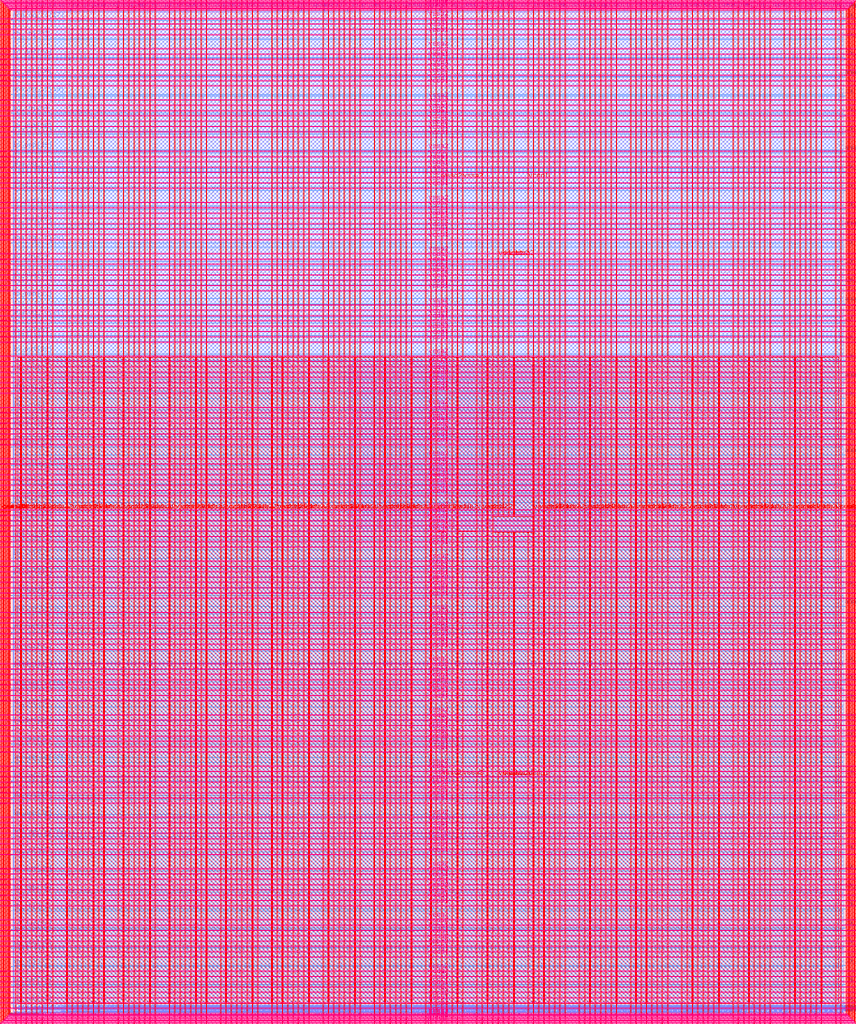
<source format=lef>
VERSION 5.7 ;
  NOWIREEXTENSIONATPIN ON ;
  DIVIDERCHAR "/" ;
  BUSBITCHARS "[]" ;
MACRO user_project_wrapper
  CLASS BLOCK ;
  FOREIGN user_project_wrapper ;
  ORIGIN 0.000 0.000 ;
  SIZE 2920.000 BY 3520.000 ;
  PIN analog_io[0]
    DIRECTION INOUT ;
    USE SIGNAL ;
    PORT
      LAYER met3 ;
        RECT 2917.600 1426.380 2924.800 1427.580 ;
    END
  END analog_io[0]
  PIN analog_io[10]
    DIRECTION INOUT ;
    USE SIGNAL ;
    PORT
      LAYER met2 ;
        RECT 2230.490 3517.600 2231.050 3524.800 ;
    END
  END analog_io[10]
  PIN analog_io[11]
    DIRECTION INOUT ;
    USE SIGNAL ;
    PORT
      LAYER met2 ;
        RECT 1905.730 3517.600 1906.290 3524.800 ;
    END
  END analog_io[11]
  PIN analog_io[12]
    DIRECTION INOUT ;
    USE SIGNAL ;
    PORT
      LAYER met2 ;
        RECT 1581.430 3517.600 1581.990 3524.800 ;
    END
  END analog_io[12]
  PIN analog_io[13]
    DIRECTION INOUT ;
    USE SIGNAL ;
    PORT
      LAYER met2 ;
        RECT 1257.130 3517.600 1257.690 3524.800 ;
    END
  END analog_io[13]
  PIN analog_io[14]
    DIRECTION INOUT ;
    USE SIGNAL ;
    PORT
      LAYER met2 ;
        RECT 932.370 3517.600 932.930 3524.800 ;
    END
  END analog_io[14]
  PIN analog_io[15]
    DIRECTION INOUT ;
    USE SIGNAL ;
    PORT
      LAYER met2 ;
        RECT 608.070 3517.600 608.630 3524.800 ;
    END
  END analog_io[15]
  PIN analog_io[16]
    DIRECTION INOUT ;
    USE SIGNAL ;
    PORT
      LAYER met2 ;
        RECT 283.770 3517.600 284.330 3524.800 ;
    END
  END analog_io[16]
  PIN analog_io[17]
    DIRECTION INOUT ;
    USE SIGNAL ;
    PORT
      LAYER met3 ;
        RECT -4.800 3486.100 2.400 3487.300 ;
    END
  END analog_io[17]
  PIN analog_io[18]
    DIRECTION INOUT ;
    USE SIGNAL ;
    PORT
      LAYER met3 ;
        RECT -4.800 3224.980 2.400 3226.180 ;
    END
  END analog_io[18]
  PIN analog_io[19]
    DIRECTION INOUT ;
    USE SIGNAL ;
    PORT
      LAYER met3 ;
        RECT -4.800 2964.540 2.400 2965.740 ;
    END
  END analog_io[19]
  PIN analog_io[1]
    DIRECTION INOUT ;
    USE SIGNAL ;
    PORT
      LAYER met3 ;
        RECT 2917.600 1692.260 2924.800 1693.460 ;
    END
  END analog_io[1]
  PIN analog_io[20]
    DIRECTION INOUT ;
    USE SIGNAL ;
    PORT
      LAYER met3 ;
        RECT -4.800 2703.420 2.400 2704.620 ;
    END
  END analog_io[20]
  PIN analog_io[21]
    DIRECTION INOUT ;
    USE SIGNAL ;
    PORT
      LAYER met3 ;
        RECT -4.800 2442.980 2.400 2444.180 ;
    END
  END analog_io[21]
  PIN analog_io[22]
    DIRECTION INOUT ;
    USE SIGNAL ;
    PORT
      LAYER met3 ;
        RECT -4.800 2182.540 2.400 2183.740 ;
    END
  END analog_io[22]
  PIN analog_io[23]
    DIRECTION INOUT ;
    USE SIGNAL ;
    PORT
      LAYER met3 ;
        RECT -4.800 1921.420 2.400 1922.620 ;
    END
  END analog_io[23]
  PIN analog_io[24]
    DIRECTION INOUT ;
    USE SIGNAL ;
    PORT
      LAYER met3 ;
        RECT -4.800 1660.980 2.400 1662.180 ;
    END
  END analog_io[24]
  PIN analog_io[25]
    DIRECTION INOUT ;
    USE SIGNAL ;
    PORT
      LAYER met3 ;
        RECT -4.800 1399.860 2.400 1401.060 ;
    END
  END analog_io[25]
  PIN analog_io[26]
    DIRECTION INOUT ;
    USE SIGNAL ;
    PORT
      LAYER met3 ;
        RECT -4.800 1139.420 2.400 1140.620 ;
    END
  END analog_io[26]
  PIN analog_io[27]
    DIRECTION INOUT ;
    USE SIGNAL ;
    PORT
      LAYER met3 ;
        RECT -4.800 878.980 2.400 880.180 ;
    END
  END analog_io[27]
  PIN analog_io[28]
    DIRECTION INOUT ;
    USE SIGNAL ;
    PORT
      LAYER met3 ;
        RECT -4.800 617.860 2.400 619.060 ;
    END
  END analog_io[28]
  PIN analog_io[2]
    DIRECTION INOUT ;
    USE SIGNAL ;
    PORT
      LAYER met3 ;
        RECT 2917.600 1958.140 2924.800 1959.340 ;
    END
  END analog_io[2]
  PIN analog_io[3]
    DIRECTION INOUT ;
    USE SIGNAL ;
    PORT
      LAYER met3 ;
        RECT 2917.600 2223.340 2924.800 2224.540 ;
    END
  END analog_io[3]
  PIN analog_io[4]
    DIRECTION INOUT ;
    USE SIGNAL ;
    PORT
      LAYER met3 ;
        RECT 2917.600 2489.220 2924.800 2490.420 ;
    END
  END analog_io[4]
  PIN analog_io[5]
    DIRECTION INOUT ;
    USE SIGNAL ;
    PORT
      LAYER met3 ;
        RECT 2917.600 2755.100 2924.800 2756.300 ;
    END
  END analog_io[5]
  PIN analog_io[6]
    DIRECTION INOUT ;
    USE SIGNAL ;
    PORT
      LAYER met3 ;
        RECT 2917.600 3020.300 2924.800 3021.500 ;
    END
  END analog_io[6]
  PIN analog_io[7]
    DIRECTION INOUT ;
    USE SIGNAL ;
    PORT
      LAYER met3 ;
        RECT 2917.600 3286.180 2924.800 3287.380 ;
    END
  END analog_io[7]
  PIN analog_io[8]
    DIRECTION INOUT ;
    USE SIGNAL ;
    PORT
      LAYER met2 ;
        RECT 2879.090 3517.600 2879.650 3524.800 ;
    END
  END analog_io[8]
  PIN analog_io[9]
    DIRECTION INOUT ;
    USE SIGNAL ;
    PORT
      LAYER met2 ;
        RECT 2554.790 3517.600 2555.350 3524.800 ;
    END
  END analog_io[9]
  PIN io_in[0]
    DIRECTION INPUT ;
    USE SIGNAL ;
    PORT
      LAYER met3 ;
        RECT 2917.600 32.380 2924.800 33.580 ;
    END
  END io_in[0]
  PIN io_in[10]
    DIRECTION INPUT ;
    USE SIGNAL ;
    PORT
      LAYER met3 ;
        RECT 2917.600 2289.980 2924.800 2291.180 ;
    END
  END io_in[10]
  PIN io_in[11]
    DIRECTION INPUT ;
    USE SIGNAL ;
    PORT
      LAYER met3 ;
        RECT 2917.600 2555.860 2924.800 2557.060 ;
    END
  END io_in[11]
  PIN io_in[12]
    DIRECTION INPUT ;
    USE SIGNAL ;
    PORT
      LAYER met3 ;
        RECT 2917.600 2821.060 2924.800 2822.260 ;
    END
  END io_in[12]
  PIN io_in[13]
    DIRECTION INPUT ;
    USE SIGNAL ;
    PORT
      LAYER met3 ;
        RECT 2917.600 3086.940 2924.800 3088.140 ;
    END
  END io_in[13]
  PIN io_in[14]
    DIRECTION INPUT ;
    USE SIGNAL ;
    PORT
      LAYER met3 ;
        RECT 2917.600 3352.820 2924.800 3354.020 ;
    END
  END io_in[14]
  PIN io_in[15]
    DIRECTION INPUT ;
    USE SIGNAL ;
    PORT
      LAYER met2 ;
        RECT 2798.130 3517.600 2798.690 3524.800 ;
    END
  END io_in[15]
  PIN io_in[16]
    DIRECTION INPUT ;
    USE SIGNAL ;
    PORT
      LAYER met2 ;
        RECT 2473.830 3517.600 2474.390 3524.800 ;
    END
  END io_in[16]
  PIN io_in[17]
    DIRECTION INPUT ;
    USE SIGNAL ;
    PORT
      LAYER met2 ;
        RECT 2149.070 3517.600 2149.630 3524.800 ;
    END
  END io_in[17]
  PIN io_in[18]
    DIRECTION INPUT ;
    USE SIGNAL ;
    PORT
      LAYER met2 ;
        RECT 1824.770 3517.600 1825.330 3524.800 ;
    END
  END io_in[18]
  PIN io_in[19]
    DIRECTION INPUT ;
    USE SIGNAL ;
    PORT
      LAYER met2 ;
        RECT 1500.470 3517.600 1501.030 3524.800 ;
    END
  END io_in[19]
  PIN io_in[1]
    DIRECTION INPUT ;
    USE SIGNAL ;
    PORT
      LAYER met3 ;
        RECT 2917.600 230.940 2924.800 232.140 ;
    END
  END io_in[1]
  PIN io_in[20]
    DIRECTION INPUT ;
    USE SIGNAL ;
    PORT
      LAYER met2 ;
        RECT 1175.710 3517.600 1176.270 3524.800 ;
    END
  END io_in[20]
  PIN io_in[21]
    DIRECTION INPUT ;
    USE SIGNAL ;
    PORT
      LAYER met2 ;
        RECT 851.410 3517.600 851.970 3524.800 ;
    END
  END io_in[21]
  PIN io_in[22]
    DIRECTION INPUT ;
    USE SIGNAL ;
    PORT
      LAYER met2 ;
        RECT 527.110 3517.600 527.670 3524.800 ;
    END
  END io_in[22]
  PIN io_in[23]
    DIRECTION INPUT ;
    USE SIGNAL ;
    PORT
      LAYER met2 ;
        RECT 202.350 3517.600 202.910 3524.800 ;
    END
  END io_in[23]
  PIN io_in[24]
    DIRECTION INPUT ;
    USE SIGNAL ;
    PORT
      LAYER met3 ;
        RECT -4.800 3420.820 2.400 3422.020 ;
    END
  END io_in[24]
  PIN io_in[25]
    DIRECTION INPUT ;
    USE SIGNAL ;
    PORT
      LAYER met3 ;
        RECT -4.800 3159.700 2.400 3160.900 ;
    END
  END io_in[25]
  PIN io_in[26]
    DIRECTION INPUT ;
    USE SIGNAL ;
    PORT
      LAYER met3 ;
        RECT -4.800 2899.260 2.400 2900.460 ;
    END
  END io_in[26]
  PIN io_in[27]
    DIRECTION INPUT ;
    USE SIGNAL ;
    PORT
      LAYER met3 ;
        RECT -4.800 2638.820 2.400 2640.020 ;
    END
  END io_in[27]
  PIN io_in[28]
    DIRECTION INPUT ;
    USE SIGNAL ;
    PORT
      LAYER met3 ;
        RECT -4.800 2377.700 2.400 2378.900 ;
    END
  END io_in[28]
  PIN io_in[29]
    DIRECTION INPUT ;
    USE SIGNAL ;
    PORT
      LAYER met3 ;
        RECT -4.800 2117.260 2.400 2118.460 ;
    END
  END io_in[29]
  PIN io_in[2]
    DIRECTION INPUT ;
    USE SIGNAL ;
    PORT
      LAYER met3 ;
        RECT 2917.600 430.180 2924.800 431.380 ;
    END
  END io_in[2]
  PIN io_in[30]
    DIRECTION INPUT ;
    USE SIGNAL ;
    PORT
      LAYER met3 ;
        RECT -4.800 1856.140 2.400 1857.340 ;
    END
  END io_in[30]
  PIN io_in[31]
    DIRECTION INPUT ;
    USE SIGNAL ;
    PORT
      LAYER met3 ;
        RECT -4.800 1595.700 2.400 1596.900 ;
    END
  END io_in[31]
  PIN io_in[32]
    DIRECTION INPUT ;
    USE SIGNAL ;
    PORT
      LAYER met3 ;
        RECT -4.800 1335.260 2.400 1336.460 ;
    END
  END io_in[32]
  PIN io_in[33]
    DIRECTION INPUT ;
    USE SIGNAL ;
    PORT
      LAYER met3 ;
        RECT -4.800 1074.140 2.400 1075.340 ;
    END
  END io_in[33]
  PIN io_in[34]
    DIRECTION INPUT ;
    USE SIGNAL ;
    PORT
      LAYER met3 ;
        RECT -4.800 813.700 2.400 814.900 ;
    END
  END io_in[34]
  PIN io_in[35]
    DIRECTION INPUT ;
    USE SIGNAL ;
    PORT
      LAYER met3 ;
        RECT -4.800 552.580 2.400 553.780 ;
    END
  END io_in[35]
  PIN io_in[36]
    DIRECTION INPUT ;
    USE SIGNAL ;
    PORT
      LAYER met3 ;
        RECT -4.800 357.420 2.400 358.620 ;
    END
  END io_in[36]
  PIN io_in[37]
    DIRECTION INPUT ;
    USE SIGNAL ;
    PORT
      LAYER met3 ;
        RECT -4.800 161.580 2.400 162.780 ;
    END
  END io_in[37]
  PIN io_in[3]
    DIRECTION INPUT ;
    USE SIGNAL ;
    PORT
      LAYER met3 ;
        RECT 2917.600 629.420 2924.800 630.620 ;
    END
  END io_in[3]
  PIN io_in[4]
    DIRECTION INPUT ;
    USE SIGNAL ;
    PORT
      LAYER met3 ;
        RECT 2917.600 828.660 2924.800 829.860 ;
    END
  END io_in[4]
  PIN io_in[5]
    DIRECTION INPUT ;
    USE SIGNAL ;
    PORT
      LAYER met3 ;
        RECT 2917.600 1027.900 2924.800 1029.100 ;
    END
  END io_in[5]
  PIN io_in[6]
    DIRECTION INPUT ;
    USE SIGNAL ;
    PORT
      LAYER met3 ;
        RECT 2917.600 1227.140 2924.800 1228.340 ;
    END
  END io_in[6]
  PIN io_in[7]
    DIRECTION INPUT ;
    USE SIGNAL ;
    PORT
      LAYER met3 ;
        RECT 2917.600 1493.020 2924.800 1494.220 ;
    END
  END io_in[7]
  PIN io_in[8]
    DIRECTION INPUT ;
    USE SIGNAL ;
    PORT
      LAYER met3 ;
        RECT 2917.600 1758.900 2924.800 1760.100 ;
    END
  END io_in[8]
  PIN io_in[9]
    DIRECTION INPUT ;
    USE SIGNAL ;
    PORT
      LAYER met3 ;
        RECT 2917.600 2024.100 2924.800 2025.300 ;
    END
  END io_in[9]
  PIN io_oeb[0]
    DIRECTION OUTPUT TRISTATE ;
    USE SIGNAL ;
    PORT
      LAYER met3 ;
        RECT 2917.600 164.980 2924.800 166.180 ;
    END
  END io_oeb[0]
  PIN io_oeb[10]
    DIRECTION OUTPUT TRISTATE ;
    USE SIGNAL ;
    PORT
      LAYER met3 ;
        RECT 2917.600 2422.580 2924.800 2423.780 ;
    END
  END io_oeb[10]
  PIN io_oeb[11]
    DIRECTION OUTPUT TRISTATE ;
    USE SIGNAL ;
    PORT
      LAYER met3 ;
        RECT 2917.600 2688.460 2924.800 2689.660 ;
    END
  END io_oeb[11]
  PIN io_oeb[12]
    DIRECTION OUTPUT TRISTATE ;
    USE SIGNAL ;
    PORT
      LAYER met3 ;
        RECT 2917.600 2954.340 2924.800 2955.540 ;
    END
  END io_oeb[12]
  PIN io_oeb[13]
    DIRECTION OUTPUT TRISTATE ;
    USE SIGNAL ;
    PORT
      LAYER met3 ;
        RECT 2917.600 3219.540 2924.800 3220.740 ;
    END
  END io_oeb[13]
  PIN io_oeb[14]
    DIRECTION OUTPUT TRISTATE ;
    USE SIGNAL ;
    PORT
      LAYER met3 ;
        RECT 2917.600 3485.420 2924.800 3486.620 ;
    END
  END io_oeb[14]
  PIN io_oeb[15]
    DIRECTION OUTPUT TRISTATE ;
    USE SIGNAL ;
    PORT
      LAYER met2 ;
        RECT 2635.750 3517.600 2636.310 3524.800 ;
    END
  END io_oeb[15]
  PIN io_oeb[16]
    DIRECTION OUTPUT TRISTATE ;
    USE SIGNAL ;
    PORT
      LAYER met2 ;
        RECT 2311.450 3517.600 2312.010 3524.800 ;
    END
  END io_oeb[16]
  PIN io_oeb[17]
    DIRECTION OUTPUT TRISTATE ;
    USE SIGNAL ;
    PORT
      LAYER met2 ;
        RECT 1987.150 3517.600 1987.710 3524.800 ;
    END
  END io_oeb[17]
  PIN io_oeb[18]
    DIRECTION OUTPUT TRISTATE ;
    USE SIGNAL ;
    PORT
      LAYER met2 ;
        RECT 1662.390 3517.600 1662.950 3524.800 ;
    END
  END io_oeb[18]
  PIN io_oeb[19]
    DIRECTION OUTPUT TRISTATE ;
    USE SIGNAL ;
    PORT
      LAYER met2 ;
        RECT 1338.090 3517.600 1338.650 3524.800 ;
    END
  END io_oeb[19]
  PIN io_oeb[1]
    DIRECTION OUTPUT TRISTATE ;
    USE SIGNAL ;
    PORT
      LAYER met3 ;
        RECT 2917.600 364.220 2924.800 365.420 ;
    END
  END io_oeb[1]
  PIN io_oeb[20]
    DIRECTION OUTPUT TRISTATE ;
    USE SIGNAL ;
    PORT
      LAYER met2 ;
        RECT 1013.790 3517.600 1014.350 3524.800 ;
    END
  END io_oeb[20]
  PIN io_oeb[21]
    DIRECTION OUTPUT TRISTATE ;
    USE SIGNAL ;
    PORT
      LAYER met2 ;
        RECT 689.030 3517.600 689.590 3524.800 ;
    END
  END io_oeb[21]
  PIN io_oeb[22]
    DIRECTION OUTPUT TRISTATE ;
    USE SIGNAL ;
    PORT
      LAYER met2 ;
        RECT 364.730 3517.600 365.290 3524.800 ;
    END
  END io_oeb[22]
  PIN io_oeb[23]
    DIRECTION OUTPUT TRISTATE ;
    USE SIGNAL ;
    PORT
      LAYER met2 ;
        RECT 40.430 3517.600 40.990 3524.800 ;
    END
  END io_oeb[23]
  PIN io_oeb[24]
    DIRECTION OUTPUT TRISTATE ;
    USE SIGNAL ;
    PORT
      LAYER met3 ;
        RECT -4.800 3290.260 2.400 3291.460 ;
    END
  END io_oeb[24]
  PIN io_oeb[25]
    DIRECTION OUTPUT TRISTATE ;
    USE SIGNAL ;
    PORT
      LAYER met3 ;
        RECT -4.800 3029.820 2.400 3031.020 ;
    END
  END io_oeb[25]
  PIN io_oeb[26]
    DIRECTION OUTPUT TRISTATE ;
    USE SIGNAL ;
    PORT
      LAYER met3 ;
        RECT -4.800 2768.700 2.400 2769.900 ;
    END
  END io_oeb[26]
  PIN io_oeb[27]
    DIRECTION OUTPUT TRISTATE ;
    USE SIGNAL ;
    PORT
      LAYER met3 ;
        RECT -4.800 2508.260 2.400 2509.460 ;
    END
  END io_oeb[27]
  PIN io_oeb[28]
    DIRECTION OUTPUT TRISTATE ;
    USE SIGNAL ;
    PORT
      LAYER met3 ;
        RECT -4.800 2247.140 2.400 2248.340 ;
    END
  END io_oeb[28]
  PIN io_oeb[29]
    DIRECTION OUTPUT TRISTATE ;
    USE SIGNAL ;
    PORT
      LAYER met3 ;
        RECT -4.800 1986.700 2.400 1987.900 ;
    END
  END io_oeb[29]
  PIN io_oeb[2]
    DIRECTION OUTPUT TRISTATE ;
    USE SIGNAL ;
    PORT
      LAYER met3 ;
        RECT 2917.600 563.460 2924.800 564.660 ;
    END
  END io_oeb[2]
  PIN io_oeb[30]
    DIRECTION OUTPUT TRISTATE ;
    USE SIGNAL ;
    PORT
      LAYER met3 ;
        RECT -4.800 1726.260 2.400 1727.460 ;
    END
  END io_oeb[30]
  PIN io_oeb[31]
    DIRECTION OUTPUT TRISTATE ;
    USE SIGNAL ;
    PORT
      LAYER met3 ;
        RECT -4.800 1465.140 2.400 1466.340 ;
    END
  END io_oeb[31]
  PIN io_oeb[32]
    DIRECTION OUTPUT TRISTATE ;
    USE SIGNAL ;
    PORT
      LAYER met3 ;
        RECT -4.800 1204.700 2.400 1205.900 ;
    END
  END io_oeb[32]
  PIN io_oeb[33]
    DIRECTION OUTPUT TRISTATE ;
    USE SIGNAL ;
    PORT
      LAYER met3 ;
        RECT -4.800 943.580 2.400 944.780 ;
    END
  END io_oeb[33]
  PIN io_oeb[34]
    DIRECTION OUTPUT TRISTATE ;
    USE SIGNAL ;
    PORT
      LAYER met3 ;
        RECT -4.800 683.140 2.400 684.340 ;
    END
  END io_oeb[34]
  PIN io_oeb[35]
    DIRECTION OUTPUT TRISTATE ;
    USE SIGNAL ;
    PORT
      LAYER met3 ;
        RECT -4.800 422.700 2.400 423.900 ;
    END
  END io_oeb[35]
  PIN io_oeb[36]
    DIRECTION OUTPUT TRISTATE ;
    USE SIGNAL ;
    PORT
      LAYER met3 ;
        RECT -4.800 226.860 2.400 228.060 ;
    END
  END io_oeb[36]
  PIN io_oeb[37]
    DIRECTION OUTPUT TRISTATE ;
    USE SIGNAL ;
    PORT
      LAYER met3 ;
        RECT -4.800 31.700 2.400 32.900 ;
    END
  END io_oeb[37]
  PIN io_oeb[3]
    DIRECTION OUTPUT TRISTATE ;
    USE SIGNAL ;
    PORT
      LAYER met3 ;
        RECT 2917.600 762.700 2924.800 763.900 ;
    END
  END io_oeb[3]
  PIN io_oeb[4]
    DIRECTION OUTPUT TRISTATE ;
    USE SIGNAL ;
    PORT
      LAYER met3 ;
        RECT 2917.600 961.940 2924.800 963.140 ;
    END
  END io_oeb[4]
  PIN io_oeb[5]
    DIRECTION OUTPUT TRISTATE ;
    USE SIGNAL ;
    PORT
      LAYER met3 ;
        RECT 2917.600 1161.180 2924.800 1162.380 ;
    END
  END io_oeb[5]
  PIN io_oeb[6]
    DIRECTION OUTPUT TRISTATE ;
    USE SIGNAL ;
    PORT
      LAYER met3 ;
        RECT 2917.600 1360.420 2924.800 1361.620 ;
    END
  END io_oeb[6]
  PIN io_oeb[7]
    DIRECTION OUTPUT TRISTATE ;
    USE SIGNAL ;
    PORT
      LAYER met3 ;
        RECT 2917.600 1625.620 2924.800 1626.820 ;
    END
  END io_oeb[7]
  PIN io_oeb[8]
    DIRECTION OUTPUT TRISTATE ;
    USE SIGNAL ;
    PORT
      LAYER met3 ;
        RECT 2917.600 1891.500 2924.800 1892.700 ;
    END
  END io_oeb[8]
  PIN io_oeb[9]
    DIRECTION OUTPUT TRISTATE ;
    USE SIGNAL ;
    PORT
      LAYER met3 ;
        RECT 2917.600 2157.380 2924.800 2158.580 ;
    END
  END io_oeb[9]
  PIN io_out[0]
    DIRECTION OUTPUT TRISTATE ;
    USE SIGNAL ;
    PORT
      LAYER met3 ;
        RECT 2917.600 98.340 2924.800 99.540 ;
    END
  END io_out[0]
  PIN io_out[10]
    DIRECTION OUTPUT TRISTATE ;
    USE SIGNAL ;
    PORT
      LAYER met3 ;
        RECT 2917.600 2356.620 2924.800 2357.820 ;
    END
  END io_out[10]
  PIN io_out[11]
    DIRECTION OUTPUT TRISTATE ;
    USE SIGNAL ;
    PORT
      LAYER met3 ;
        RECT 2917.600 2621.820 2924.800 2623.020 ;
    END
  END io_out[11]
  PIN io_out[12]
    DIRECTION OUTPUT TRISTATE ;
    USE SIGNAL ;
    PORT
      LAYER met3 ;
        RECT 2917.600 2887.700 2924.800 2888.900 ;
    END
  END io_out[12]
  PIN io_out[13]
    DIRECTION OUTPUT TRISTATE ;
    USE SIGNAL ;
    PORT
      LAYER met3 ;
        RECT 2917.600 3153.580 2924.800 3154.780 ;
    END
  END io_out[13]
  PIN io_out[14]
    DIRECTION OUTPUT TRISTATE ;
    USE SIGNAL ;
    PORT
      LAYER met3 ;
        RECT 2917.600 3418.780 2924.800 3419.980 ;
    END
  END io_out[14]
  PIN io_out[15]
    DIRECTION OUTPUT TRISTATE ;
    USE SIGNAL ;
    PORT
      LAYER met2 ;
        RECT 2717.170 3517.600 2717.730 3524.800 ;
    END
  END io_out[15]
  PIN io_out[16]
    DIRECTION OUTPUT TRISTATE ;
    USE SIGNAL ;
    PORT
      LAYER met2 ;
        RECT 2392.410 3517.600 2392.970 3524.800 ;
    END
  END io_out[16]
  PIN io_out[17]
    DIRECTION OUTPUT TRISTATE ;
    USE SIGNAL ;
    PORT
      LAYER met2 ;
        RECT 2068.110 3517.600 2068.670 3524.800 ;
    END
  END io_out[17]
  PIN io_out[18]
    DIRECTION OUTPUT TRISTATE ;
    USE SIGNAL ;
    PORT
      LAYER met2 ;
        RECT 1743.810 3517.600 1744.370 3524.800 ;
    END
  END io_out[18]
  PIN io_out[19]
    DIRECTION OUTPUT TRISTATE ;
    USE SIGNAL ;
    PORT
      LAYER met2 ;
        RECT 1419.050 3517.600 1419.610 3524.800 ;
    END
  END io_out[19]
  PIN io_out[1]
    DIRECTION OUTPUT TRISTATE ;
    USE SIGNAL ;
    PORT
      LAYER met3 ;
        RECT 2917.600 297.580 2924.800 298.780 ;
    END
  END io_out[1]
  PIN io_out[20]
    DIRECTION OUTPUT TRISTATE ;
    USE SIGNAL ;
    PORT
      LAYER met2 ;
        RECT 1094.750 3517.600 1095.310 3524.800 ;
    END
  END io_out[20]
  PIN io_out[21]
    DIRECTION OUTPUT TRISTATE ;
    USE SIGNAL ;
    PORT
      LAYER met2 ;
        RECT 770.450 3517.600 771.010 3524.800 ;
    END
  END io_out[21]
  PIN io_out[22]
    DIRECTION OUTPUT TRISTATE ;
    USE SIGNAL ;
    PORT
      LAYER met2 ;
        RECT 445.690 3517.600 446.250 3524.800 ;
    END
  END io_out[22]
  PIN io_out[23]
    DIRECTION OUTPUT TRISTATE ;
    USE SIGNAL ;
    PORT
      LAYER met2 ;
        RECT 121.390 3517.600 121.950 3524.800 ;
    END
  END io_out[23]
  PIN io_out[24]
    DIRECTION OUTPUT TRISTATE ;
    USE SIGNAL ;
    PORT
      LAYER met3 ;
        RECT -4.800 3355.540 2.400 3356.740 ;
    END
  END io_out[24]
  PIN io_out[25]
    DIRECTION OUTPUT TRISTATE ;
    USE SIGNAL ;
    PORT
      LAYER met3 ;
        RECT -4.800 3095.100 2.400 3096.300 ;
    END
  END io_out[25]
  PIN io_out[26]
    DIRECTION OUTPUT TRISTATE ;
    USE SIGNAL ;
    PORT
      LAYER met3 ;
        RECT -4.800 2833.980 2.400 2835.180 ;
    END
  END io_out[26]
  PIN io_out[27]
    DIRECTION OUTPUT TRISTATE ;
    USE SIGNAL ;
    PORT
      LAYER met3 ;
        RECT -4.800 2573.540 2.400 2574.740 ;
    END
  END io_out[27]
  PIN io_out[28]
    DIRECTION OUTPUT TRISTATE ;
    USE SIGNAL ;
    PORT
      LAYER met3 ;
        RECT -4.800 2312.420 2.400 2313.620 ;
    END
  END io_out[28]
  PIN io_out[29]
    DIRECTION OUTPUT TRISTATE ;
    USE SIGNAL ;
    PORT
      LAYER met3 ;
        RECT -4.800 2051.980 2.400 2053.180 ;
    END
  END io_out[29]
  PIN io_out[2]
    DIRECTION OUTPUT TRISTATE ;
    USE SIGNAL ;
    PORT
      LAYER met3 ;
        RECT 2917.600 496.820 2924.800 498.020 ;
    END
  END io_out[2]
  PIN io_out[30]
    DIRECTION OUTPUT TRISTATE ;
    USE SIGNAL ;
    PORT
      LAYER met3 ;
        RECT -4.800 1791.540 2.400 1792.740 ;
    END
  END io_out[30]
  PIN io_out[31]
    DIRECTION OUTPUT TRISTATE ;
    USE SIGNAL ;
    PORT
      LAYER met3 ;
        RECT -4.800 1530.420 2.400 1531.620 ;
    END
  END io_out[31]
  PIN io_out[32]
    DIRECTION OUTPUT TRISTATE ;
    USE SIGNAL ;
    PORT
      LAYER met3 ;
        RECT -4.800 1269.980 2.400 1271.180 ;
    END
  END io_out[32]
  PIN io_out[33]
    DIRECTION OUTPUT TRISTATE ;
    USE SIGNAL ;
    PORT
      LAYER met3 ;
        RECT -4.800 1008.860 2.400 1010.060 ;
    END
  END io_out[33]
  PIN io_out[34]
    DIRECTION OUTPUT TRISTATE ;
    USE SIGNAL ;
    PORT
      LAYER met3 ;
        RECT -4.800 748.420 2.400 749.620 ;
    END
  END io_out[34]
  PIN io_out[35]
    DIRECTION OUTPUT TRISTATE ;
    USE SIGNAL ;
    PORT
      LAYER met3 ;
        RECT -4.800 487.300 2.400 488.500 ;
    END
  END io_out[35]
  PIN io_out[36]
    DIRECTION OUTPUT TRISTATE ;
    USE SIGNAL ;
    PORT
      LAYER met3 ;
        RECT -4.800 292.140 2.400 293.340 ;
    END
  END io_out[36]
  PIN io_out[37]
    DIRECTION OUTPUT TRISTATE ;
    USE SIGNAL ;
    PORT
      LAYER met3 ;
        RECT -4.800 96.300 2.400 97.500 ;
    END
  END io_out[37]
  PIN io_out[3]
    DIRECTION OUTPUT TRISTATE ;
    USE SIGNAL ;
    PORT
      LAYER met3 ;
        RECT 2917.600 696.060 2924.800 697.260 ;
    END
  END io_out[3]
  PIN io_out[4]
    DIRECTION OUTPUT TRISTATE ;
    USE SIGNAL ;
    PORT
      LAYER met3 ;
        RECT 2917.600 895.300 2924.800 896.500 ;
    END
  END io_out[4]
  PIN io_out[5]
    DIRECTION OUTPUT TRISTATE ;
    USE SIGNAL ;
    PORT
      LAYER met3 ;
        RECT 2917.600 1094.540 2924.800 1095.740 ;
    END
  END io_out[5]
  PIN io_out[6]
    DIRECTION OUTPUT TRISTATE ;
    USE SIGNAL ;
    PORT
      LAYER met3 ;
        RECT 2917.600 1293.780 2924.800 1294.980 ;
    END
  END io_out[6]
  PIN io_out[7]
    DIRECTION OUTPUT TRISTATE ;
    USE SIGNAL ;
    PORT
      LAYER met3 ;
        RECT 2917.600 1559.660 2924.800 1560.860 ;
    END
  END io_out[7]
  PIN io_out[8]
    DIRECTION OUTPUT TRISTATE ;
    USE SIGNAL ;
    PORT
      LAYER met3 ;
        RECT 2917.600 1824.860 2924.800 1826.060 ;
    END
  END io_out[8]
  PIN io_out[9]
    DIRECTION OUTPUT TRISTATE ;
    USE SIGNAL ;
    PORT
      LAYER met3 ;
        RECT 2917.600 2090.740 2924.800 2091.940 ;
    END
  END io_out[9]
  PIN la_data_in[0]
    DIRECTION INPUT ;
    USE SIGNAL ;
    PORT
      LAYER met2 ;
        RECT 629.230 -4.800 629.790 2.400 ;
    END
  END la_data_in[0]
  PIN la_data_in[100]
    DIRECTION INPUT ;
    USE SIGNAL ;
    PORT
      LAYER met2 ;
        RECT 2402.530 -4.800 2403.090 2.400 ;
    END
  END la_data_in[100]
  PIN la_data_in[101]
    DIRECTION INPUT ;
    USE SIGNAL ;
    PORT
      LAYER met2 ;
        RECT 2420.010 -4.800 2420.570 2.400 ;
    END
  END la_data_in[101]
  PIN la_data_in[102]
    DIRECTION INPUT ;
    USE SIGNAL ;
    PORT
      LAYER met2 ;
        RECT 2437.950 -4.800 2438.510 2.400 ;
    END
  END la_data_in[102]
  PIN la_data_in[103]
    DIRECTION INPUT ;
    USE SIGNAL ;
    PORT
      LAYER met2 ;
        RECT 2455.430 -4.800 2455.990 2.400 ;
    END
  END la_data_in[103]
  PIN la_data_in[104]
    DIRECTION INPUT ;
    USE SIGNAL ;
    PORT
      LAYER met2 ;
        RECT 2473.370 -4.800 2473.930 2.400 ;
    END
  END la_data_in[104]
  PIN la_data_in[105]
    DIRECTION INPUT ;
    USE SIGNAL ;
    PORT
      LAYER met2 ;
        RECT 2490.850 -4.800 2491.410 2.400 ;
    END
  END la_data_in[105]
  PIN la_data_in[106]
    DIRECTION INPUT ;
    USE SIGNAL ;
    PORT
      LAYER met2 ;
        RECT 2508.790 -4.800 2509.350 2.400 ;
    END
  END la_data_in[106]
  PIN la_data_in[107]
    DIRECTION INPUT ;
    USE SIGNAL ;
    PORT
      LAYER met2 ;
        RECT 2526.730 -4.800 2527.290 2.400 ;
    END
  END la_data_in[107]
  PIN la_data_in[108]
    DIRECTION INPUT ;
    USE SIGNAL ;
    PORT
      LAYER met2 ;
        RECT 2544.210 -4.800 2544.770 2.400 ;
    END
  END la_data_in[108]
  PIN la_data_in[109]
    DIRECTION INPUT ;
    USE SIGNAL ;
    PORT
      LAYER met2 ;
        RECT 2562.150 -4.800 2562.710 2.400 ;
    END
  END la_data_in[109]
  PIN la_data_in[10]
    DIRECTION INPUT ;
    USE SIGNAL ;
    PORT
      LAYER met2 ;
        RECT 806.330 -4.800 806.890 2.400 ;
    END
  END la_data_in[10]
  PIN la_data_in[110]
    DIRECTION INPUT ;
    USE SIGNAL ;
    PORT
      LAYER met2 ;
        RECT 2579.630 -4.800 2580.190 2.400 ;
    END
  END la_data_in[110]
  PIN la_data_in[111]
    DIRECTION INPUT ;
    USE SIGNAL ;
    PORT
      LAYER met2 ;
        RECT 2597.570 -4.800 2598.130 2.400 ;
    END
  END la_data_in[111]
  PIN la_data_in[112]
    DIRECTION INPUT ;
    USE SIGNAL ;
    PORT
      LAYER met2 ;
        RECT 2615.050 -4.800 2615.610 2.400 ;
    END
  END la_data_in[112]
  PIN la_data_in[113]
    DIRECTION INPUT ;
    USE SIGNAL ;
    PORT
      LAYER met2 ;
        RECT 2632.990 -4.800 2633.550 2.400 ;
    END
  END la_data_in[113]
  PIN la_data_in[114]
    DIRECTION INPUT ;
    USE SIGNAL ;
    PORT
      LAYER met2 ;
        RECT 2650.470 -4.800 2651.030 2.400 ;
    END
  END la_data_in[114]
  PIN la_data_in[115]
    DIRECTION INPUT ;
    USE SIGNAL ;
    PORT
      LAYER met2 ;
        RECT 2668.410 -4.800 2668.970 2.400 ;
    END
  END la_data_in[115]
  PIN la_data_in[116]
    DIRECTION INPUT ;
    USE SIGNAL ;
    PORT
      LAYER met2 ;
        RECT 2685.890 -4.800 2686.450 2.400 ;
    END
  END la_data_in[116]
  PIN la_data_in[117]
    DIRECTION INPUT ;
    USE SIGNAL ;
    PORT
      LAYER met2 ;
        RECT 2703.830 -4.800 2704.390 2.400 ;
    END
  END la_data_in[117]
  PIN la_data_in[118]
    DIRECTION INPUT ;
    USE SIGNAL ;
    PORT
      LAYER met2 ;
        RECT 2721.770 -4.800 2722.330 2.400 ;
    END
  END la_data_in[118]
  PIN la_data_in[119]
    DIRECTION INPUT ;
    USE SIGNAL ;
    PORT
      LAYER met2 ;
        RECT 2739.250 -4.800 2739.810 2.400 ;
    END
  END la_data_in[119]
  PIN la_data_in[11]
    DIRECTION INPUT ;
    USE SIGNAL ;
    PORT
      LAYER met2 ;
        RECT 824.270 -4.800 824.830 2.400 ;
    END
  END la_data_in[11]
  PIN la_data_in[120]
    DIRECTION INPUT ;
    USE SIGNAL ;
    PORT
      LAYER met2 ;
        RECT 2757.190 -4.800 2757.750 2.400 ;
    END
  END la_data_in[120]
  PIN la_data_in[121]
    DIRECTION INPUT ;
    USE SIGNAL ;
    PORT
      LAYER met2 ;
        RECT 2774.670 -4.800 2775.230 2.400 ;
    END
  END la_data_in[121]
  PIN la_data_in[122]
    DIRECTION INPUT ;
    USE SIGNAL ;
    PORT
      LAYER met2 ;
        RECT 2792.610 -4.800 2793.170 2.400 ;
    END
  END la_data_in[122]
  PIN la_data_in[123]
    DIRECTION INPUT ;
    USE SIGNAL ;
    PORT
      LAYER met2 ;
        RECT 2810.090 -4.800 2810.650 2.400 ;
    END
  END la_data_in[123]
  PIN la_data_in[124]
    DIRECTION INPUT ;
    USE SIGNAL ;
    PORT
      LAYER met2 ;
        RECT 2828.030 -4.800 2828.590 2.400 ;
    END
  END la_data_in[124]
  PIN la_data_in[125]
    DIRECTION INPUT ;
    USE SIGNAL ;
    PORT
      LAYER met2 ;
        RECT 2845.510 -4.800 2846.070 2.400 ;
    END
  END la_data_in[125]
  PIN la_data_in[126]
    DIRECTION INPUT ;
    USE SIGNAL ;
    PORT
      LAYER met2 ;
        RECT 2863.450 -4.800 2864.010 2.400 ;
    END
  END la_data_in[126]
  PIN la_data_in[127]
    DIRECTION INPUT ;
    USE SIGNAL ;
    PORT
      LAYER met2 ;
        RECT 2881.390 -4.800 2881.950 2.400 ;
    END
  END la_data_in[127]
  PIN la_data_in[12]
    DIRECTION INPUT ;
    USE SIGNAL ;
    PORT
      LAYER met2 ;
        RECT 841.750 -4.800 842.310 2.400 ;
    END
  END la_data_in[12]
  PIN la_data_in[13]
    DIRECTION INPUT ;
    USE SIGNAL ;
    PORT
      LAYER met2 ;
        RECT 859.690 -4.800 860.250 2.400 ;
    END
  END la_data_in[13]
  PIN la_data_in[14]
    DIRECTION INPUT ;
    USE SIGNAL ;
    PORT
      LAYER met2 ;
        RECT 877.170 -4.800 877.730 2.400 ;
    END
  END la_data_in[14]
  PIN la_data_in[15]
    DIRECTION INPUT ;
    USE SIGNAL ;
    PORT
      LAYER met2 ;
        RECT 895.110 -4.800 895.670 2.400 ;
    END
  END la_data_in[15]
  PIN la_data_in[16]
    DIRECTION INPUT ;
    USE SIGNAL ;
    PORT
      LAYER met2 ;
        RECT 912.590 -4.800 913.150 2.400 ;
    END
  END la_data_in[16]
  PIN la_data_in[17]
    DIRECTION INPUT ;
    USE SIGNAL ;
    PORT
      LAYER met2 ;
        RECT 930.530 -4.800 931.090 2.400 ;
    END
  END la_data_in[17]
  PIN la_data_in[18]
    DIRECTION INPUT ;
    USE SIGNAL ;
    PORT
      LAYER met2 ;
        RECT 948.470 -4.800 949.030 2.400 ;
    END
  END la_data_in[18]
  PIN la_data_in[19]
    DIRECTION INPUT ;
    USE SIGNAL ;
    PORT
      LAYER met2 ;
        RECT 965.950 -4.800 966.510 2.400 ;
    END
  END la_data_in[19]
  PIN la_data_in[1]
    DIRECTION INPUT ;
    USE SIGNAL ;
    PORT
      LAYER met2 ;
        RECT 646.710 -4.800 647.270 2.400 ;
    END
  END la_data_in[1]
  PIN la_data_in[20]
    DIRECTION INPUT ;
    USE SIGNAL ;
    PORT
      LAYER met2 ;
        RECT 983.890 -4.800 984.450 2.400 ;
    END
  END la_data_in[20]
  PIN la_data_in[21]
    DIRECTION INPUT ;
    USE SIGNAL ;
    PORT
      LAYER met2 ;
        RECT 1001.370 -4.800 1001.930 2.400 ;
    END
  END la_data_in[21]
  PIN la_data_in[22]
    DIRECTION INPUT ;
    USE SIGNAL ;
    PORT
      LAYER met2 ;
        RECT 1019.310 -4.800 1019.870 2.400 ;
    END
  END la_data_in[22]
  PIN la_data_in[23]
    DIRECTION INPUT ;
    USE SIGNAL ;
    PORT
      LAYER met2 ;
        RECT 1036.790 -4.800 1037.350 2.400 ;
    END
  END la_data_in[23]
  PIN la_data_in[24]
    DIRECTION INPUT ;
    USE SIGNAL ;
    PORT
      LAYER met2 ;
        RECT 1054.730 -4.800 1055.290 2.400 ;
    END
  END la_data_in[24]
  PIN la_data_in[25]
    DIRECTION INPUT ;
    USE SIGNAL ;
    PORT
      LAYER met2 ;
        RECT 1072.210 -4.800 1072.770 2.400 ;
    END
  END la_data_in[25]
  PIN la_data_in[26]
    DIRECTION INPUT ;
    USE SIGNAL ;
    PORT
      LAYER met2 ;
        RECT 1090.150 -4.800 1090.710 2.400 ;
    END
  END la_data_in[26]
  PIN la_data_in[27]
    DIRECTION INPUT ;
    USE SIGNAL ;
    PORT
      LAYER met2 ;
        RECT 1107.630 -4.800 1108.190 2.400 ;
    END
  END la_data_in[27]
  PIN la_data_in[28]
    DIRECTION INPUT ;
    USE SIGNAL ;
    PORT
      LAYER met2 ;
        RECT 1125.570 -4.800 1126.130 2.400 ;
    END
  END la_data_in[28]
  PIN la_data_in[29]
    DIRECTION INPUT ;
    USE SIGNAL ;
    PORT
      LAYER met2 ;
        RECT 1143.510 -4.800 1144.070 2.400 ;
    END
  END la_data_in[29]
  PIN la_data_in[2]
    DIRECTION INPUT ;
    USE SIGNAL ;
    PORT
      LAYER met2 ;
        RECT 664.650 -4.800 665.210 2.400 ;
    END
  END la_data_in[2]
  PIN la_data_in[30]
    DIRECTION INPUT ;
    USE SIGNAL ;
    PORT
      LAYER met2 ;
        RECT 1160.990 -4.800 1161.550 2.400 ;
    END
  END la_data_in[30]
  PIN la_data_in[31]
    DIRECTION INPUT ;
    USE SIGNAL ;
    PORT
      LAYER met2 ;
        RECT 1178.930 -4.800 1179.490 2.400 ;
    END
  END la_data_in[31]
  PIN la_data_in[32]
    DIRECTION INPUT ;
    USE SIGNAL ;
    PORT
      LAYER met2 ;
        RECT 1196.410 -4.800 1196.970 2.400 ;
    END
  END la_data_in[32]
  PIN la_data_in[33]
    DIRECTION INPUT ;
    USE SIGNAL ;
    PORT
      LAYER met2 ;
        RECT 1214.350 -4.800 1214.910 2.400 ;
    END
  END la_data_in[33]
  PIN la_data_in[34]
    DIRECTION INPUT ;
    USE SIGNAL ;
    PORT
      LAYER met2 ;
        RECT 1231.830 -4.800 1232.390 2.400 ;
    END
  END la_data_in[34]
  PIN la_data_in[35]
    DIRECTION INPUT ;
    USE SIGNAL ;
    PORT
      LAYER met2 ;
        RECT 1249.770 -4.800 1250.330 2.400 ;
    END
  END la_data_in[35]
  PIN la_data_in[36]
    DIRECTION INPUT ;
    USE SIGNAL ;
    PORT
      LAYER met2 ;
        RECT 1267.250 -4.800 1267.810 2.400 ;
    END
  END la_data_in[36]
  PIN la_data_in[37]
    DIRECTION INPUT ;
    USE SIGNAL ;
    PORT
      LAYER met2 ;
        RECT 1285.190 -4.800 1285.750 2.400 ;
    END
  END la_data_in[37]
  PIN la_data_in[38]
    DIRECTION INPUT ;
    USE SIGNAL ;
    PORT
      LAYER met2 ;
        RECT 1303.130 -4.800 1303.690 2.400 ;
    END
  END la_data_in[38]
  PIN la_data_in[39]
    DIRECTION INPUT ;
    USE SIGNAL ;
    PORT
      LAYER met2 ;
        RECT 1320.610 -4.800 1321.170 2.400 ;
    END
  END la_data_in[39]
  PIN la_data_in[3]
    DIRECTION INPUT ;
    USE SIGNAL ;
    PORT
      LAYER met2 ;
        RECT 682.130 -4.800 682.690 2.400 ;
    END
  END la_data_in[3]
  PIN la_data_in[40]
    DIRECTION INPUT ;
    USE SIGNAL ;
    PORT
      LAYER met2 ;
        RECT 1338.550 -4.800 1339.110 2.400 ;
    END
  END la_data_in[40]
  PIN la_data_in[41]
    DIRECTION INPUT ;
    USE SIGNAL ;
    PORT
      LAYER met2 ;
        RECT 1356.030 -4.800 1356.590 2.400 ;
    END
  END la_data_in[41]
  PIN la_data_in[42]
    DIRECTION INPUT ;
    USE SIGNAL ;
    PORT
      LAYER met2 ;
        RECT 1373.970 -4.800 1374.530 2.400 ;
    END
  END la_data_in[42]
  PIN la_data_in[43]
    DIRECTION INPUT ;
    USE SIGNAL ;
    PORT
      LAYER met2 ;
        RECT 1391.450 -4.800 1392.010 2.400 ;
    END
  END la_data_in[43]
  PIN la_data_in[44]
    DIRECTION INPUT ;
    USE SIGNAL ;
    PORT
      LAYER met2 ;
        RECT 1409.390 -4.800 1409.950 2.400 ;
    END
  END la_data_in[44]
  PIN la_data_in[45]
    DIRECTION INPUT ;
    USE SIGNAL ;
    PORT
      LAYER met2 ;
        RECT 1426.870 -4.800 1427.430 2.400 ;
    END
  END la_data_in[45]
  PIN la_data_in[46]
    DIRECTION INPUT ;
    USE SIGNAL ;
    PORT
      LAYER met2 ;
        RECT 1444.810 -4.800 1445.370 2.400 ;
    END
  END la_data_in[46]
  PIN la_data_in[47]
    DIRECTION INPUT ;
    USE SIGNAL ;
    PORT
      LAYER met2 ;
        RECT 1462.750 -4.800 1463.310 2.400 ;
    END
  END la_data_in[47]
  PIN la_data_in[48]
    DIRECTION INPUT ;
    USE SIGNAL ;
    PORT
      LAYER met2 ;
        RECT 1480.230 -4.800 1480.790 2.400 ;
    END
  END la_data_in[48]
  PIN la_data_in[49]
    DIRECTION INPUT ;
    USE SIGNAL ;
    PORT
      LAYER met2 ;
        RECT 1498.170 -4.800 1498.730 2.400 ;
    END
  END la_data_in[49]
  PIN la_data_in[4]
    DIRECTION INPUT ;
    USE SIGNAL ;
    PORT
      LAYER met2 ;
        RECT 700.070 -4.800 700.630 2.400 ;
    END
  END la_data_in[4]
  PIN la_data_in[50]
    DIRECTION INPUT ;
    USE SIGNAL ;
    PORT
      LAYER met2 ;
        RECT 1515.650 -4.800 1516.210 2.400 ;
    END
  END la_data_in[50]
  PIN la_data_in[51]
    DIRECTION INPUT ;
    USE SIGNAL ;
    PORT
      LAYER met2 ;
        RECT 1533.590 -4.800 1534.150 2.400 ;
    END
  END la_data_in[51]
  PIN la_data_in[52]
    DIRECTION INPUT ;
    USE SIGNAL ;
    PORT
      LAYER met2 ;
        RECT 1551.070 -4.800 1551.630 2.400 ;
    END
  END la_data_in[52]
  PIN la_data_in[53]
    DIRECTION INPUT ;
    USE SIGNAL ;
    PORT
      LAYER met2 ;
        RECT 1569.010 -4.800 1569.570 2.400 ;
    END
  END la_data_in[53]
  PIN la_data_in[54]
    DIRECTION INPUT ;
    USE SIGNAL ;
    PORT
      LAYER met2 ;
        RECT 1586.490 -4.800 1587.050 2.400 ;
    END
  END la_data_in[54]
  PIN la_data_in[55]
    DIRECTION INPUT ;
    USE SIGNAL ;
    PORT
      LAYER met2 ;
        RECT 1604.430 -4.800 1604.990 2.400 ;
    END
  END la_data_in[55]
  PIN la_data_in[56]
    DIRECTION INPUT ;
    USE SIGNAL ;
    PORT
      LAYER met2 ;
        RECT 1621.910 -4.800 1622.470 2.400 ;
    END
  END la_data_in[56]
  PIN la_data_in[57]
    DIRECTION INPUT ;
    USE SIGNAL ;
    PORT
      LAYER met2 ;
        RECT 1639.850 -4.800 1640.410 2.400 ;
    END
  END la_data_in[57]
  PIN la_data_in[58]
    DIRECTION INPUT ;
    USE SIGNAL ;
    PORT
      LAYER met2 ;
        RECT 1657.790 -4.800 1658.350 2.400 ;
    END
  END la_data_in[58]
  PIN la_data_in[59]
    DIRECTION INPUT ;
    USE SIGNAL ;
    PORT
      LAYER met2 ;
        RECT 1675.270 -4.800 1675.830 2.400 ;
    END
  END la_data_in[59]
  PIN la_data_in[5]
    DIRECTION INPUT ;
    USE SIGNAL ;
    PORT
      LAYER met2 ;
        RECT 717.550 -4.800 718.110 2.400 ;
    END
  END la_data_in[5]
  PIN la_data_in[60]
    DIRECTION INPUT ;
    USE SIGNAL ;
    PORT
      LAYER met2 ;
        RECT 1693.210 -4.800 1693.770 2.400 ;
    END
  END la_data_in[60]
  PIN la_data_in[61]
    DIRECTION INPUT ;
    USE SIGNAL ;
    PORT
      LAYER met2 ;
        RECT 1710.690 -4.800 1711.250 2.400 ;
    END
  END la_data_in[61]
  PIN la_data_in[62]
    DIRECTION INPUT ;
    USE SIGNAL ;
    PORT
      LAYER met2 ;
        RECT 1728.630 -4.800 1729.190 2.400 ;
    END
  END la_data_in[62]
  PIN la_data_in[63]
    DIRECTION INPUT ;
    USE SIGNAL ;
    PORT
      LAYER met2 ;
        RECT 1746.110 -4.800 1746.670 2.400 ;
    END
  END la_data_in[63]
  PIN la_data_in[64]
    DIRECTION INPUT ;
    USE SIGNAL ;
    PORT
      LAYER met2 ;
        RECT 1764.050 -4.800 1764.610 2.400 ;
    END
  END la_data_in[64]
  PIN la_data_in[65]
    DIRECTION INPUT ;
    USE SIGNAL ;
    PORT
      LAYER met2 ;
        RECT 1781.530 -4.800 1782.090 2.400 ;
    END
  END la_data_in[65]
  PIN la_data_in[66]
    DIRECTION INPUT ;
    USE SIGNAL ;
    PORT
      LAYER met2 ;
        RECT 1799.470 -4.800 1800.030 2.400 ;
    END
  END la_data_in[66]
  PIN la_data_in[67]
    DIRECTION INPUT ;
    USE SIGNAL ;
    PORT
      LAYER met2 ;
        RECT 1817.410 -4.800 1817.970 2.400 ;
    END
  END la_data_in[67]
  PIN la_data_in[68]
    DIRECTION INPUT ;
    USE SIGNAL ;
    PORT
      LAYER met2 ;
        RECT 1834.890 -4.800 1835.450 2.400 ;
    END
  END la_data_in[68]
  PIN la_data_in[69]
    DIRECTION INPUT ;
    USE SIGNAL ;
    PORT
      LAYER met2 ;
        RECT 1852.830 -4.800 1853.390 2.400 ;
    END
  END la_data_in[69]
  PIN la_data_in[6]
    DIRECTION INPUT ;
    USE SIGNAL ;
    PORT
      LAYER met2 ;
        RECT 735.490 -4.800 736.050 2.400 ;
    END
  END la_data_in[6]
  PIN la_data_in[70]
    DIRECTION INPUT ;
    USE SIGNAL ;
    PORT
      LAYER met2 ;
        RECT 1870.310 -4.800 1870.870 2.400 ;
    END
  END la_data_in[70]
  PIN la_data_in[71]
    DIRECTION INPUT ;
    USE SIGNAL ;
    PORT
      LAYER met2 ;
        RECT 1888.250 -4.800 1888.810 2.400 ;
    END
  END la_data_in[71]
  PIN la_data_in[72]
    DIRECTION INPUT ;
    USE SIGNAL ;
    PORT
      LAYER met2 ;
        RECT 1905.730 -4.800 1906.290 2.400 ;
    END
  END la_data_in[72]
  PIN la_data_in[73]
    DIRECTION INPUT ;
    USE SIGNAL ;
    PORT
      LAYER met2 ;
        RECT 1923.670 -4.800 1924.230 2.400 ;
    END
  END la_data_in[73]
  PIN la_data_in[74]
    DIRECTION INPUT ;
    USE SIGNAL ;
    PORT
      LAYER met2 ;
        RECT 1941.150 -4.800 1941.710 2.400 ;
    END
  END la_data_in[74]
  PIN la_data_in[75]
    DIRECTION INPUT ;
    USE SIGNAL ;
    PORT
      LAYER met2 ;
        RECT 1959.090 -4.800 1959.650 2.400 ;
    END
  END la_data_in[75]
  PIN la_data_in[76]
    DIRECTION INPUT ;
    USE SIGNAL ;
    PORT
      LAYER met2 ;
        RECT 1976.570 -4.800 1977.130 2.400 ;
    END
  END la_data_in[76]
  PIN la_data_in[77]
    DIRECTION INPUT ;
    USE SIGNAL ;
    PORT
      LAYER met2 ;
        RECT 1994.510 -4.800 1995.070 2.400 ;
    END
  END la_data_in[77]
  PIN la_data_in[78]
    DIRECTION INPUT ;
    USE SIGNAL ;
    PORT
      LAYER met2 ;
        RECT 2012.450 -4.800 2013.010 2.400 ;
    END
  END la_data_in[78]
  PIN la_data_in[79]
    DIRECTION INPUT ;
    USE SIGNAL ;
    PORT
      LAYER met2 ;
        RECT 2029.930 -4.800 2030.490 2.400 ;
    END
  END la_data_in[79]
  PIN la_data_in[7]
    DIRECTION INPUT ;
    USE SIGNAL ;
    PORT
      LAYER met2 ;
        RECT 752.970 -4.800 753.530 2.400 ;
    END
  END la_data_in[7]
  PIN la_data_in[80]
    DIRECTION INPUT ;
    USE SIGNAL ;
    PORT
      LAYER met2 ;
        RECT 2047.870 -4.800 2048.430 2.400 ;
    END
  END la_data_in[80]
  PIN la_data_in[81]
    DIRECTION INPUT ;
    USE SIGNAL ;
    PORT
      LAYER met2 ;
        RECT 2065.350 -4.800 2065.910 2.400 ;
    END
  END la_data_in[81]
  PIN la_data_in[82]
    DIRECTION INPUT ;
    USE SIGNAL ;
    PORT
      LAYER met2 ;
        RECT 2083.290 -4.800 2083.850 2.400 ;
    END
  END la_data_in[82]
  PIN la_data_in[83]
    DIRECTION INPUT ;
    USE SIGNAL ;
    PORT
      LAYER met2 ;
        RECT 2100.770 -4.800 2101.330 2.400 ;
    END
  END la_data_in[83]
  PIN la_data_in[84]
    DIRECTION INPUT ;
    USE SIGNAL ;
    PORT
      LAYER met2 ;
        RECT 2118.710 -4.800 2119.270 2.400 ;
    END
  END la_data_in[84]
  PIN la_data_in[85]
    DIRECTION INPUT ;
    USE SIGNAL ;
    PORT
      LAYER met2 ;
        RECT 2136.190 -4.800 2136.750 2.400 ;
    END
  END la_data_in[85]
  PIN la_data_in[86]
    DIRECTION INPUT ;
    USE SIGNAL ;
    PORT
      LAYER met2 ;
        RECT 2154.130 -4.800 2154.690 2.400 ;
    END
  END la_data_in[86]
  PIN la_data_in[87]
    DIRECTION INPUT ;
    USE SIGNAL ;
    PORT
      LAYER met2 ;
        RECT 2172.070 -4.800 2172.630 2.400 ;
    END
  END la_data_in[87]
  PIN la_data_in[88]
    DIRECTION INPUT ;
    USE SIGNAL ;
    PORT
      LAYER met2 ;
        RECT 2189.550 -4.800 2190.110 2.400 ;
    END
  END la_data_in[88]
  PIN la_data_in[89]
    DIRECTION INPUT ;
    USE SIGNAL ;
    PORT
      LAYER met2 ;
        RECT 2207.490 -4.800 2208.050 2.400 ;
    END
  END la_data_in[89]
  PIN la_data_in[8]
    DIRECTION INPUT ;
    USE SIGNAL ;
    PORT
      LAYER met2 ;
        RECT 770.910 -4.800 771.470 2.400 ;
    END
  END la_data_in[8]
  PIN la_data_in[90]
    DIRECTION INPUT ;
    USE SIGNAL ;
    PORT
      LAYER met2 ;
        RECT 2224.970 -4.800 2225.530 2.400 ;
    END
  END la_data_in[90]
  PIN la_data_in[91]
    DIRECTION INPUT ;
    USE SIGNAL ;
    PORT
      LAYER met2 ;
        RECT 2242.910 -4.800 2243.470 2.400 ;
    END
  END la_data_in[91]
  PIN la_data_in[92]
    DIRECTION INPUT ;
    USE SIGNAL ;
    PORT
      LAYER met2 ;
        RECT 2260.390 -4.800 2260.950 2.400 ;
    END
  END la_data_in[92]
  PIN la_data_in[93]
    DIRECTION INPUT ;
    USE SIGNAL ;
    PORT
      LAYER met2 ;
        RECT 2278.330 -4.800 2278.890 2.400 ;
    END
  END la_data_in[93]
  PIN la_data_in[94]
    DIRECTION INPUT ;
    USE SIGNAL ;
    PORT
      LAYER met2 ;
        RECT 2295.810 -4.800 2296.370 2.400 ;
    END
  END la_data_in[94]
  PIN la_data_in[95]
    DIRECTION INPUT ;
    USE SIGNAL ;
    PORT
      LAYER met2 ;
        RECT 2313.750 -4.800 2314.310 2.400 ;
    END
  END la_data_in[95]
  PIN la_data_in[96]
    DIRECTION INPUT ;
    USE SIGNAL ;
    PORT
      LAYER met2 ;
        RECT 2331.230 -4.800 2331.790 2.400 ;
    END
  END la_data_in[96]
  PIN la_data_in[97]
    DIRECTION INPUT ;
    USE SIGNAL ;
    PORT
      LAYER met2 ;
        RECT 2349.170 -4.800 2349.730 2.400 ;
    END
  END la_data_in[97]
  PIN la_data_in[98]
    DIRECTION INPUT ;
    USE SIGNAL ;
    PORT
      LAYER met2 ;
        RECT 2367.110 -4.800 2367.670 2.400 ;
    END
  END la_data_in[98]
  PIN la_data_in[99]
    DIRECTION INPUT ;
    USE SIGNAL ;
    PORT
      LAYER met2 ;
        RECT 2384.590 -4.800 2385.150 2.400 ;
    END
  END la_data_in[99]
  PIN la_data_in[9]
    DIRECTION INPUT ;
    USE SIGNAL ;
    PORT
      LAYER met2 ;
        RECT 788.850 -4.800 789.410 2.400 ;
    END
  END la_data_in[9]
  PIN la_data_out[0]
    DIRECTION OUTPUT TRISTATE ;
    USE SIGNAL ;
    PORT
      LAYER met2 ;
        RECT 634.750 -4.800 635.310 2.400 ;
    END
  END la_data_out[0]
  PIN la_data_out[100]
    DIRECTION OUTPUT TRISTATE ;
    USE SIGNAL ;
    PORT
      LAYER met2 ;
        RECT 2408.510 -4.800 2409.070 2.400 ;
    END
  END la_data_out[100]
  PIN la_data_out[101]
    DIRECTION OUTPUT TRISTATE ;
    USE SIGNAL ;
    PORT
      LAYER met2 ;
        RECT 2425.990 -4.800 2426.550 2.400 ;
    END
  END la_data_out[101]
  PIN la_data_out[102]
    DIRECTION OUTPUT TRISTATE ;
    USE SIGNAL ;
    PORT
      LAYER met2 ;
        RECT 2443.930 -4.800 2444.490 2.400 ;
    END
  END la_data_out[102]
  PIN la_data_out[103]
    DIRECTION OUTPUT TRISTATE ;
    USE SIGNAL ;
    PORT
      LAYER met2 ;
        RECT 2461.410 -4.800 2461.970 2.400 ;
    END
  END la_data_out[103]
  PIN la_data_out[104]
    DIRECTION OUTPUT TRISTATE ;
    USE SIGNAL ;
    PORT
      LAYER met2 ;
        RECT 2479.350 -4.800 2479.910 2.400 ;
    END
  END la_data_out[104]
  PIN la_data_out[105]
    DIRECTION OUTPUT TRISTATE ;
    USE SIGNAL ;
    PORT
      LAYER met2 ;
        RECT 2496.830 -4.800 2497.390 2.400 ;
    END
  END la_data_out[105]
  PIN la_data_out[106]
    DIRECTION OUTPUT TRISTATE ;
    USE SIGNAL ;
    PORT
      LAYER met2 ;
        RECT 2514.770 -4.800 2515.330 2.400 ;
    END
  END la_data_out[106]
  PIN la_data_out[107]
    DIRECTION OUTPUT TRISTATE ;
    USE SIGNAL ;
    PORT
      LAYER met2 ;
        RECT 2532.250 -4.800 2532.810 2.400 ;
    END
  END la_data_out[107]
  PIN la_data_out[108]
    DIRECTION OUTPUT TRISTATE ;
    USE SIGNAL ;
    PORT
      LAYER met2 ;
        RECT 2550.190 -4.800 2550.750 2.400 ;
    END
  END la_data_out[108]
  PIN la_data_out[109]
    DIRECTION OUTPUT TRISTATE ;
    USE SIGNAL ;
    PORT
      LAYER met2 ;
        RECT 2567.670 -4.800 2568.230 2.400 ;
    END
  END la_data_out[109]
  PIN la_data_out[10]
    DIRECTION OUTPUT TRISTATE ;
    USE SIGNAL ;
    PORT
      LAYER met2 ;
        RECT 812.310 -4.800 812.870 2.400 ;
    END
  END la_data_out[10]
  PIN la_data_out[110]
    DIRECTION OUTPUT TRISTATE ;
    USE SIGNAL ;
    PORT
      LAYER met2 ;
        RECT 2585.610 -4.800 2586.170 2.400 ;
    END
  END la_data_out[110]
  PIN la_data_out[111]
    DIRECTION OUTPUT TRISTATE ;
    USE SIGNAL ;
    PORT
      LAYER met2 ;
        RECT 2603.550 -4.800 2604.110 2.400 ;
    END
  END la_data_out[111]
  PIN la_data_out[112]
    DIRECTION OUTPUT TRISTATE ;
    USE SIGNAL ;
    PORT
      LAYER met2 ;
        RECT 2621.030 -4.800 2621.590 2.400 ;
    END
  END la_data_out[112]
  PIN la_data_out[113]
    DIRECTION OUTPUT TRISTATE ;
    USE SIGNAL ;
    PORT
      LAYER met2 ;
        RECT 2638.970 -4.800 2639.530 2.400 ;
    END
  END la_data_out[113]
  PIN la_data_out[114]
    DIRECTION OUTPUT TRISTATE ;
    USE SIGNAL ;
    PORT
      LAYER met2 ;
        RECT 2656.450 -4.800 2657.010 2.400 ;
    END
  END la_data_out[114]
  PIN la_data_out[115]
    DIRECTION OUTPUT TRISTATE ;
    USE SIGNAL ;
    PORT
      LAYER met2 ;
        RECT 2674.390 -4.800 2674.950 2.400 ;
    END
  END la_data_out[115]
  PIN la_data_out[116]
    DIRECTION OUTPUT TRISTATE ;
    USE SIGNAL ;
    PORT
      LAYER met2 ;
        RECT 2691.870 -4.800 2692.430 2.400 ;
    END
  END la_data_out[116]
  PIN la_data_out[117]
    DIRECTION OUTPUT TRISTATE ;
    USE SIGNAL ;
    PORT
      LAYER met2 ;
        RECT 2709.810 -4.800 2710.370 2.400 ;
    END
  END la_data_out[117]
  PIN la_data_out[118]
    DIRECTION OUTPUT TRISTATE ;
    USE SIGNAL ;
    PORT
      LAYER met2 ;
        RECT 2727.290 -4.800 2727.850 2.400 ;
    END
  END la_data_out[118]
  PIN la_data_out[119]
    DIRECTION OUTPUT TRISTATE ;
    USE SIGNAL ;
    PORT
      LAYER met2 ;
        RECT 2745.230 -4.800 2745.790 2.400 ;
    END
  END la_data_out[119]
  PIN la_data_out[11]
    DIRECTION OUTPUT TRISTATE ;
    USE SIGNAL ;
    PORT
      LAYER met2 ;
        RECT 830.250 -4.800 830.810 2.400 ;
    END
  END la_data_out[11]
  PIN la_data_out[120]
    DIRECTION OUTPUT TRISTATE ;
    USE SIGNAL ;
    PORT
      LAYER met2 ;
        RECT 2763.170 -4.800 2763.730 2.400 ;
    END
  END la_data_out[120]
  PIN la_data_out[121]
    DIRECTION OUTPUT TRISTATE ;
    USE SIGNAL ;
    PORT
      LAYER met2 ;
        RECT 2780.650 -4.800 2781.210 2.400 ;
    END
  END la_data_out[121]
  PIN la_data_out[122]
    DIRECTION OUTPUT TRISTATE ;
    USE SIGNAL ;
    PORT
      LAYER met2 ;
        RECT 2798.590 -4.800 2799.150 2.400 ;
    END
  END la_data_out[122]
  PIN la_data_out[123]
    DIRECTION OUTPUT TRISTATE ;
    USE SIGNAL ;
    PORT
      LAYER met2 ;
        RECT 2816.070 -4.800 2816.630 2.400 ;
    END
  END la_data_out[123]
  PIN la_data_out[124]
    DIRECTION OUTPUT TRISTATE ;
    USE SIGNAL ;
    PORT
      LAYER met2 ;
        RECT 2834.010 -4.800 2834.570 2.400 ;
    END
  END la_data_out[124]
  PIN la_data_out[125]
    DIRECTION OUTPUT TRISTATE ;
    USE SIGNAL ;
    PORT
      LAYER met2 ;
        RECT 2851.490 -4.800 2852.050 2.400 ;
    END
  END la_data_out[125]
  PIN la_data_out[126]
    DIRECTION OUTPUT TRISTATE ;
    USE SIGNAL ;
    PORT
      LAYER met2 ;
        RECT 2869.430 -4.800 2869.990 2.400 ;
    END
  END la_data_out[126]
  PIN la_data_out[127]
    DIRECTION OUTPUT TRISTATE ;
    USE SIGNAL ;
    PORT
      LAYER met2 ;
        RECT 2886.910 -4.800 2887.470 2.400 ;
    END
  END la_data_out[127]
  PIN la_data_out[12]
    DIRECTION OUTPUT TRISTATE ;
    USE SIGNAL ;
    PORT
      LAYER met2 ;
        RECT 847.730 -4.800 848.290 2.400 ;
    END
  END la_data_out[12]
  PIN la_data_out[13]
    DIRECTION OUTPUT TRISTATE ;
    USE SIGNAL ;
    PORT
      LAYER met2 ;
        RECT 865.670 -4.800 866.230 2.400 ;
    END
  END la_data_out[13]
  PIN la_data_out[14]
    DIRECTION OUTPUT TRISTATE ;
    USE SIGNAL ;
    PORT
      LAYER met2 ;
        RECT 883.150 -4.800 883.710 2.400 ;
    END
  END la_data_out[14]
  PIN la_data_out[15]
    DIRECTION OUTPUT TRISTATE ;
    USE SIGNAL ;
    PORT
      LAYER met2 ;
        RECT 901.090 -4.800 901.650 2.400 ;
    END
  END la_data_out[15]
  PIN la_data_out[16]
    DIRECTION OUTPUT TRISTATE ;
    USE SIGNAL ;
    PORT
      LAYER met2 ;
        RECT 918.570 -4.800 919.130 2.400 ;
    END
  END la_data_out[16]
  PIN la_data_out[17]
    DIRECTION OUTPUT TRISTATE ;
    USE SIGNAL ;
    PORT
      LAYER met2 ;
        RECT 936.510 -4.800 937.070 2.400 ;
    END
  END la_data_out[17]
  PIN la_data_out[18]
    DIRECTION OUTPUT TRISTATE ;
    USE SIGNAL ;
    PORT
      LAYER met2 ;
        RECT 953.990 -4.800 954.550 2.400 ;
    END
  END la_data_out[18]
  PIN la_data_out[19]
    DIRECTION OUTPUT TRISTATE ;
    USE SIGNAL ;
    PORT
      LAYER met2 ;
        RECT 971.930 -4.800 972.490 2.400 ;
    END
  END la_data_out[19]
  PIN la_data_out[1]
    DIRECTION OUTPUT TRISTATE ;
    USE SIGNAL ;
    PORT
      LAYER met2 ;
        RECT 652.690 -4.800 653.250 2.400 ;
    END
  END la_data_out[1]
  PIN la_data_out[20]
    DIRECTION OUTPUT TRISTATE ;
    USE SIGNAL ;
    PORT
      LAYER met2 ;
        RECT 989.410 -4.800 989.970 2.400 ;
    END
  END la_data_out[20]
  PIN la_data_out[21]
    DIRECTION OUTPUT TRISTATE ;
    USE SIGNAL ;
    PORT
      LAYER met2 ;
        RECT 1007.350 -4.800 1007.910 2.400 ;
    END
  END la_data_out[21]
  PIN la_data_out[22]
    DIRECTION OUTPUT TRISTATE ;
    USE SIGNAL ;
    PORT
      LAYER met2 ;
        RECT 1025.290 -4.800 1025.850 2.400 ;
    END
  END la_data_out[22]
  PIN la_data_out[23]
    DIRECTION OUTPUT TRISTATE ;
    USE SIGNAL ;
    PORT
      LAYER met2 ;
        RECT 1042.770 -4.800 1043.330 2.400 ;
    END
  END la_data_out[23]
  PIN la_data_out[24]
    DIRECTION OUTPUT TRISTATE ;
    USE SIGNAL ;
    PORT
      LAYER met2 ;
        RECT 1060.710 -4.800 1061.270 2.400 ;
    END
  END la_data_out[24]
  PIN la_data_out[25]
    DIRECTION OUTPUT TRISTATE ;
    USE SIGNAL ;
    PORT
      LAYER met2 ;
        RECT 1078.190 -4.800 1078.750 2.400 ;
    END
  END la_data_out[25]
  PIN la_data_out[26]
    DIRECTION OUTPUT TRISTATE ;
    USE SIGNAL ;
    PORT
      LAYER met2 ;
        RECT 1096.130 -4.800 1096.690 2.400 ;
    END
  END la_data_out[26]
  PIN la_data_out[27]
    DIRECTION OUTPUT TRISTATE ;
    USE SIGNAL ;
    PORT
      LAYER met2 ;
        RECT 1113.610 -4.800 1114.170 2.400 ;
    END
  END la_data_out[27]
  PIN la_data_out[28]
    DIRECTION OUTPUT TRISTATE ;
    USE SIGNAL ;
    PORT
      LAYER met2 ;
        RECT 1131.550 -4.800 1132.110 2.400 ;
    END
  END la_data_out[28]
  PIN la_data_out[29]
    DIRECTION OUTPUT TRISTATE ;
    USE SIGNAL ;
    PORT
      LAYER met2 ;
        RECT 1149.030 -4.800 1149.590 2.400 ;
    END
  END la_data_out[29]
  PIN la_data_out[2]
    DIRECTION OUTPUT TRISTATE ;
    USE SIGNAL ;
    PORT
      LAYER met2 ;
        RECT 670.630 -4.800 671.190 2.400 ;
    END
  END la_data_out[2]
  PIN la_data_out[30]
    DIRECTION OUTPUT TRISTATE ;
    USE SIGNAL ;
    PORT
      LAYER met2 ;
        RECT 1166.970 -4.800 1167.530 2.400 ;
    END
  END la_data_out[30]
  PIN la_data_out[31]
    DIRECTION OUTPUT TRISTATE ;
    USE SIGNAL ;
    PORT
      LAYER met2 ;
        RECT 1184.910 -4.800 1185.470 2.400 ;
    END
  END la_data_out[31]
  PIN la_data_out[32]
    DIRECTION OUTPUT TRISTATE ;
    USE SIGNAL ;
    PORT
      LAYER met2 ;
        RECT 1202.390 -4.800 1202.950 2.400 ;
    END
  END la_data_out[32]
  PIN la_data_out[33]
    DIRECTION OUTPUT TRISTATE ;
    USE SIGNAL ;
    PORT
      LAYER met2 ;
        RECT 1220.330 -4.800 1220.890 2.400 ;
    END
  END la_data_out[33]
  PIN la_data_out[34]
    DIRECTION OUTPUT TRISTATE ;
    USE SIGNAL ;
    PORT
      LAYER met2 ;
        RECT 1237.810 -4.800 1238.370 2.400 ;
    END
  END la_data_out[34]
  PIN la_data_out[35]
    DIRECTION OUTPUT TRISTATE ;
    USE SIGNAL ;
    PORT
      LAYER met2 ;
        RECT 1255.750 -4.800 1256.310 2.400 ;
    END
  END la_data_out[35]
  PIN la_data_out[36]
    DIRECTION OUTPUT TRISTATE ;
    USE SIGNAL ;
    PORT
      LAYER met2 ;
        RECT 1273.230 -4.800 1273.790 2.400 ;
    END
  END la_data_out[36]
  PIN la_data_out[37]
    DIRECTION OUTPUT TRISTATE ;
    USE SIGNAL ;
    PORT
      LAYER met2 ;
        RECT 1291.170 -4.800 1291.730 2.400 ;
    END
  END la_data_out[37]
  PIN la_data_out[38]
    DIRECTION OUTPUT TRISTATE ;
    USE SIGNAL ;
    PORT
      LAYER met2 ;
        RECT 1308.650 -4.800 1309.210 2.400 ;
    END
  END la_data_out[38]
  PIN la_data_out[39]
    DIRECTION OUTPUT TRISTATE ;
    USE SIGNAL ;
    PORT
      LAYER met2 ;
        RECT 1326.590 -4.800 1327.150 2.400 ;
    END
  END la_data_out[39]
  PIN la_data_out[3]
    DIRECTION OUTPUT TRISTATE ;
    USE SIGNAL ;
    PORT
      LAYER met2 ;
        RECT 688.110 -4.800 688.670 2.400 ;
    END
  END la_data_out[3]
  PIN la_data_out[40]
    DIRECTION OUTPUT TRISTATE ;
    USE SIGNAL ;
    PORT
      LAYER met2 ;
        RECT 1344.070 -4.800 1344.630 2.400 ;
    END
  END la_data_out[40]
  PIN la_data_out[41]
    DIRECTION OUTPUT TRISTATE ;
    USE SIGNAL ;
    PORT
      LAYER met2 ;
        RECT 1362.010 -4.800 1362.570 2.400 ;
    END
  END la_data_out[41]
  PIN la_data_out[42]
    DIRECTION OUTPUT TRISTATE ;
    USE SIGNAL ;
    PORT
      LAYER met2 ;
        RECT 1379.950 -4.800 1380.510 2.400 ;
    END
  END la_data_out[42]
  PIN la_data_out[43]
    DIRECTION OUTPUT TRISTATE ;
    USE SIGNAL ;
    PORT
      LAYER met2 ;
        RECT 1397.430 -4.800 1397.990 2.400 ;
    END
  END la_data_out[43]
  PIN la_data_out[44]
    DIRECTION OUTPUT TRISTATE ;
    USE SIGNAL ;
    PORT
      LAYER met2 ;
        RECT 1415.370 -4.800 1415.930 2.400 ;
    END
  END la_data_out[44]
  PIN la_data_out[45]
    DIRECTION OUTPUT TRISTATE ;
    USE SIGNAL ;
    PORT
      LAYER met2 ;
        RECT 1432.850 -4.800 1433.410 2.400 ;
    END
  END la_data_out[45]
  PIN la_data_out[46]
    DIRECTION OUTPUT TRISTATE ;
    USE SIGNAL ;
    PORT
      LAYER met2 ;
        RECT 1450.790 -4.800 1451.350 2.400 ;
    END
  END la_data_out[46]
  PIN la_data_out[47]
    DIRECTION OUTPUT TRISTATE ;
    USE SIGNAL ;
    PORT
      LAYER met2 ;
        RECT 1468.270 -4.800 1468.830 2.400 ;
    END
  END la_data_out[47]
  PIN la_data_out[48]
    DIRECTION OUTPUT TRISTATE ;
    USE SIGNAL ;
    PORT
      LAYER met2 ;
        RECT 1486.210 -4.800 1486.770 2.400 ;
    END
  END la_data_out[48]
  PIN la_data_out[49]
    DIRECTION OUTPUT TRISTATE ;
    USE SIGNAL ;
    PORT
      LAYER met2 ;
        RECT 1503.690 -4.800 1504.250 2.400 ;
    END
  END la_data_out[49]
  PIN la_data_out[4]
    DIRECTION OUTPUT TRISTATE ;
    USE SIGNAL ;
    PORT
      LAYER met2 ;
        RECT 706.050 -4.800 706.610 2.400 ;
    END
  END la_data_out[4]
  PIN la_data_out[50]
    DIRECTION OUTPUT TRISTATE ;
    USE SIGNAL ;
    PORT
      LAYER met2 ;
        RECT 1521.630 -4.800 1522.190 2.400 ;
    END
  END la_data_out[50]
  PIN la_data_out[51]
    DIRECTION OUTPUT TRISTATE ;
    USE SIGNAL ;
    PORT
      LAYER met2 ;
        RECT 1539.570 -4.800 1540.130 2.400 ;
    END
  END la_data_out[51]
  PIN la_data_out[52]
    DIRECTION OUTPUT TRISTATE ;
    USE SIGNAL ;
    PORT
      LAYER met2 ;
        RECT 1557.050 -4.800 1557.610 2.400 ;
    END
  END la_data_out[52]
  PIN la_data_out[53]
    DIRECTION OUTPUT TRISTATE ;
    USE SIGNAL ;
    PORT
      LAYER met2 ;
        RECT 1574.990 -4.800 1575.550 2.400 ;
    END
  END la_data_out[53]
  PIN la_data_out[54]
    DIRECTION OUTPUT TRISTATE ;
    USE SIGNAL ;
    PORT
      LAYER met2 ;
        RECT 1592.470 -4.800 1593.030 2.400 ;
    END
  END la_data_out[54]
  PIN la_data_out[55]
    DIRECTION OUTPUT TRISTATE ;
    USE SIGNAL ;
    PORT
      LAYER met2 ;
        RECT 1610.410 -4.800 1610.970 2.400 ;
    END
  END la_data_out[55]
  PIN la_data_out[56]
    DIRECTION OUTPUT TRISTATE ;
    USE SIGNAL ;
    PORT
      LAYER met2 ;
        RECT 1627.890 -4.800 1628.450 2.400 ;
    END
  END la_data_out[56]
  PIN la_data_out[57]
    DIRECTION OUTPUT TRISTATE ;
    USE SIGNAL ;
    PORT
      LAYER met2 ;
        RECT 1645.830 -4.800 1646.390 2.400 ;
    END
  END la_data_out[57]
  PIN la_data_out[58]
    DIRECTION OUTPUT TRISTATE ;
    USE SIGNAL ;
    PORT
      LAYER met2 ;
        RECT 1663.310 -4.800 1663.870 2.400 ;
    END
  END la_data_out[58]
  PIN la_data_out[59]
    DIRECTION OUTPUT TRISTATE ;
    USE SIGNAL ;
    PORT
      LAYER met2 ;
        RECT 1681.250 -4.800 1681.810 2.400 ;
    END
  END la_data_out[59]
  PIN la_data_out[5]
    DIRECTION OUTPUT TRISTATE ;
    USE SIGNAL ;
    PORT
      LAYER met2 ;
        RECT 723.530 -4.800 724.090 2.400 ;
    END
  END la_data_out[5]
  PIN la_data_out[60]
    DIRECTION OUTPUT TRISTATE ;
    USE SIGNAL ;
    PORT
      LAYER met2 ;
        RECT 1699.190 -4.800 1699.750 2.400 ;
    END
  END la_data_out[60]
  PIN la_data_out[61]
    DIRECTION OUTPUT TRISTATE ;
    USE SIGNAL ;
    PORT
      LAYER met2 ;
        RECT 1716.670 -4.800 1717.230 2.400 ;
    END
  END la_data_out[61]
  PIN la_data_out[62]
    DIRECTION OUTPUT TRISTATE ;
    USE SIGNAL ;
    PORT
      LAYER met2 ;
        RECT 1734.610 -4.800 1735.170 2.400 ;
    END
  END la_data_out[62]
  PIN la_data_out[63]
    DIRECTION OUTPUT TRISTATE ;
    USE SIGNAL ;
    PORT
      LAYER met2 ;
        RECT 1752.090 -4.800 1752.650 2.400 ;
    END
  END la_data_out[63]
  PIN la_data_out[64]
    DIRECTION OUTPUT TRISTATE ;
    USE SIGNAL ;
    PORT
      LAYER met2 ;
        RECT 1770.030 -4.800 1770.590 2.400 ;
    END
  END la_data_out[64]
  PIN la_data_out[65]
    DIRECTION OUTPUT TRISTATE ;
    USE SIGNAL ;
    PORT
      LAYER met2 ;
        RECT 1787.510 -4.800 1788.070 2.400 ;
    END
  END la_data_out[65]
  PIN la_data_out[66]
    DIRECTION OUTPUT TRISTATE ;
    USE SIGNAL ;
    PORT
      LAYER met2 ;
        RECT 1805.450 -4.800 1806.010 2.400 ;
    END
  END la_data_out[66]
  PIN la_data_out[67]
    DIRECTION OUTPUT TRISTATE ;
    USE SIGNAL ;
    PORT
      LAYER met2 ;
        RECT 1822.930 -4.800 1823.490 2.400 ;
    END
  END la_data_out[67]
  PIN la_data_out[68]
    DIRECTION OUTPUT TRISTATE ;
    USE SIGNAL ;
    PORT
      LAYER met2 ;
        RECT 1840.870 -4.800 1841.430 2.400 ;
    END
  END la_data_out[68]
  PIN la_data_out[69]
    DIRECTION OUTPUT TRISTATE ;
    USE SIGNAL ;
    PORT
      LAYER met2 ;
        RECT 1858.350 -4.800 1858.910 2.400 ;
    END
  END la_data_out[69]
  PIN la_data_out[6]
    DIRECTION OUTPUT TRISTATE ;
    USE SIGNAL ;
    PORT
      LAYER met2 ;
        RECT 741.470 -4.800 742.030 2.400 ;
    END
  END la_data_out[6]
  PIN la_data_out[70]
    DIRECTION OUTPUT TRISTATE ;
    USE SIGNAL ;
    PORT
      LAYER met2 ;
        RECT 1876.290 -4.800 1876.850 2.400 ;
    END
  END la_data_out[70]
  PIN la_data_out[71]
    DIRECTION OUTPUT TRISTATE ;
    USE SIGNAL ;
    PORT
      LAYER met2 ;
        RECT 1894.230 -4.800 1894.790 2.400 ;
    END
  END la_data_out[71]
  PIN la_data_out[72]
    DIRECTION OUTPUT TRISTATE ;
    USE SIGNAL ;
    PORT
      LAYER met2 ;
        RECT 1911.710 -4.800 1912.270 2.400 ;
    END
  END la_data_out[72]
  PIN la_data_out[73]
    DIRECTION OUTPUT TRISTATE ;
    USE SIGNAL ;
    PORT
      LAYER met2 ;
        RECT 1929.650 -4.800 1930.210 2.400 ;
    END
  END la_data_out[73]
  PIN la_data_out[74]
    DIRECTION OUTPUT TRISTATE ;
    USE SIGNAL ;
    PORT
      LAYER met2 ;
        RECT 1947.130 -4.800 1947.690 2.400 ;
    END
  END la_data_out[74]
  PIN la_data_out[75]
    DIRECTION OUTPUT TRISTATE ;
    USE SIGNAL ;
    PORT
      LAYER met2 ;
        RECT 1965.070 -4.800 1965.630 2.400 ;
    END
  END la_data_out[75]
  PIN la_data_out[76]
    DIRECTION OUTPUT TRISTATE ;
    USE SIGNAL ;
    PORT
      LAYER met2 ;
        RECT 1982.550 -4.800 1983.110 2.400 ;
    END
  END la_data_out[76]
  PIN la_data_out[77]
    DIRECTION OUTPUT TRISTATE ;
    USE SIGNAL ;
    PORT
      LAYER met2 ;
        RECT 2000.490 -4.800 2001.050 2.400 ;
    END
  END la_data_out[77]
  PIN la_data_out[78]
    DIRECTION OUTPUT TRISTATE ;
    USE SIGNAL ;
    PORT
      LAYER met2 ;
        RECT 2017.970 -4.800 2018.530 2.400 ;
    END
  END la_data_out[78]
  PIN la_data_out[79]
    DIRECTION OUTPUT TRISTATE ;
    USE SIGNAL ;
    PORT
      LAYER met2 ;
        RECT 2035.910 -4.800 2036.470 2.400 ;
    END
  END la_data_out[79]
  PIN la_data_out[7]
    DIRECTION OUTPUT TRISTATE ;
    USE SIGNAL ;
    PORT
      LAYER met2 ;
        RECT 758.950 -4.800 759.510 2.400 ;
    END
  END la_data_out[7]
  PIN la_data_out[80]
    DIRECTION OUTPUT TRISTATE ;
    USE SIGNAL ;
    PORT
      LAYER met2 ;
        RECT 2053.850 -4.800 2054.410 2.400 ;
    END
  END la_data_out[80]
  PIN la_data_out[81]
    DIRECTION OUTPUT TRISTATE ;
    USE SIGNAL ;
    PORT
      LAYER met2 ;
        RECT 2071.330 -4.800 2071.890 2.400 ;
    END
  END la_data_out[81]
  PIN la_data_out[82]
    DIRECTION OUTPUT TRISTATE ;
    USE SIGNAL ;
    PORT
      LAYER met2 ;
        RECT 2089.270 -4.800 2089.830 2.400 ;
    END
  END la_data_out[82]
  PIN la_data_out[83]
    DIRECTION OUTPUT TRISTATE ;
    USE SIGNAL ;
    PORT
      LAYER met2 ;
        RECT 2106.750 -4.800 2107.310 2.400 ;
    END
  END la_data_out[83]
  PIN la_data_out[84]
    DIRECTION OUTPUT TRISTATE ;
    USE SIGNAL ;
    PORT
      LAYER met2 ;
        RECT 2124.690 -4.800 2125.250 2.400 ;
    END
  END la_data_out[84]
  PIN la_data_out[85]
    DIRECTION OUTPUT TRISTATE ;
    USE SIGNAL ;
    PORT
      LAYER met2 ;
        RECT 2142.170 -4.800 2142.730 2.400 ;
    END
  END la_data_out[85]
  PIN la_data_out[86]
    DIRECTION OUTPUT TRISTATE ;
    USE SIGNAL ;
    PORT
      LAYER met2 ;
        RECT 2160.110 -4.800 2160.670 2.400 ;
    END
  END la_data_out[86]
  PIN la_data_out[87]
    DIRECTION OUTPUT TRISTATE ;
    USE SIGNAL ;
    PORT
      LAYER met2 ;
        RECT 2177.590 -4.800 2178.150 2.400 ;
    END
  END la_data_out[87]
  PIN la_data_out[88]
    DIRECTION OUTPUT TRISTATE ;
    USE SIGNAL ;
    PORT
      LAYER met2 ;
        RECT 2195.530 -4.800 2196.090 2.400 ;
    END
  END la_data_out[88]
  PIN la_data_out[89]
    DIRECTION OUTPUT TRISTATE ;
    USE SIGNAL ;
    PORT
      LAYER met2 ;
        RECT 2213.010 -4.800 2213.570 2.400 ;
    END
  END la_data_out[89]
  PIN la_data_out[8]
    DIRECTION OUTPUT TRISTATE ;
    USE SIGNAL ;
    PORT
      LAYER met2 ;
        RECT 776.890 -4.800 777.450 2.400 ;
    END
  END la_data_out[8]
  PIN la_data_out[90]
    DIRECTION OUTPUT TRISTATE ;
    USE SIGNAL ;
    PORT
      LAYER met2 ;
        RECT 2230.950 -4.800 2231.510 2.400 ;
    END
  END la_data_out[90]
  PIN la_data_out[91]
    DIRECTION OUTPUT TRISTATE ;
    USE SIGNAL ;
    PORT
      LAYER met2 ;
        RECT 2248.890 -4.800 2249.450 2.400 ;
    END
  END la_data_out[91]
  PIN la_data_out[92]
    DIRECTION OUTPUT TRISTATE ;
    USE SIGNAL ;
    PORT
      LAYER met2 ;
        RECT 2266.370 -4.800 2266.930 2.400 ;
    END
  END la_data_out[92]
  PIN la_data_out[93]
    DIRECTION OUTPUT TRISTATE ;
    USE SIGNAL ;
    PORT
      LAYER met2 ;
        RECT 2284.310 -4.800 2284.870 2.400 ;
    END
  END la_data_out[93]
  PIN la_data_out[94]
    DIRECTION OUTPUT TRISTATE ;
    USE SIGNAL ;
    PORT
      LAYER met2 ;
        RECT 2301.790 -4.800 2302.350 2.400 ;
    END
  END la_data_out[94]
  PIN la_data_out[95]
    DIRECTION OUTPUT TRISTATE ;
    USE SIGNAL ;
    PORT
      LAYER met2 ;
        RECT 2319.730 -4.800 2320.290 2.400 ;
    END
  END la_data_out[95]
  PIN la_data_out[96]
    DIRECTION OUTPUT TRISTATE ;
    USE SIGNAL ;
    PORT
      LAYER met2 ;
        RECT 2337.210 -4.800 2337.770 2.400 ;
    END
  END la_data_out[96]
  PIN la_data_out[97]
    DIRECTION OUTPUT TRISTATE ;
    USE SIGNAL ;
    PORT
      LAYER met2 ;
        RECT 2355.150 -4.800 2355.710 2.400 ;
    END
  END la_data_out[97]
  PIN la_data_out[98]
    DIRECTION OUTPUT TRISTATE ;
    USE SIGNAL ;
    PORT
      LAYER met2 ;
        RECT 2372.630 -4.800 2373.190 2.400 ;
    END
  END la_data_out[98]
  PIN la_data_out[99]
    DIRECTION OUTPUT TRISTATE ;
    USE SIGNAL ;
    PORT
      LAYER met2 ;
        RECT 2390.570 -4.800 2391.130 2.400 ;
    END
  END la_data_out[99]
  PIN la_data_out[9]
    DIRECTION OUTPUT TRISTATE ;
    USE SIGNAL ;
    PORT
      LAYER met2 ;
        RECT 794.370 -4.800 794.930 2.400 ;
    END
  END la_data_out[9]
  PIN la_oenb[0]
    DIRECTION INPUT ;
    USE SIGNAL ;
    PORT
      LAYER met2 ;
        RECT 640.730 -4.800 641.290 2.400 ;
    END
  END la_oenb[0]
  PIN la_oenb[100]
    DIRECTION INPUT ;
    USE SIGNAL ;
    PORT
      LAYER met2 ;
        RECT 2414.030 -4.800 2414.590 2.400 ;
    END
  END la_oenb[100]
  PIN la_oenb[101]
    DIRECTION INPUT ;
    USE SIGNAL ;
    PORT
      LAYER met2 ;
        RECT 2431.970 -4.800 2432.530 2.400 ;
    END
  END la_oenb[101]
  PIN la_oenb[102]
    DIRECTION INPUT ;
    USE SIGNAL ;
    PORT
      LAYER met2 ;
        RECT 2449.450 -4.800 2450.010 2.400 ;
    END
  END la_oenb[102]
  PIN la_oenb[103]
    DIRECTION INPUT ;
    USE SIGNAL ;
    PORT
      LAYER met2 ;
        RECT 2467.390 -4.800 2467.950 2.400 ;
    END
  END la_oenb[103]
  PIN la_oenb[104]
    DIRECTION INPUT ;
    USE SIGNAL ;
    PORT
      LAYER met2 ;
        RECT 2485.330 -4.800 2485.890 2.400 ;
    END
  END la_oenb[104]
  PIN la_oenb[105]
    DIRECTION INPUT ;
    USE SIGNAL ;
    PORT
      LAYER met2 ;
        RECT 2502.810 -4.800 2503.370 2.400 ;
    END
  END la_oenb[105]
  PIN la_oenb[106]
    DIRECTION INPUT ;
    USE SIGNAL ;
    PORT
      LAYER met2 ;
        RECT 2520.750 -4.800 2521.310 2.400 ;
    END
  END la_oenb[106]
  PIN la_oenb[107]
    DIRECTION INPUT ;
    USE SIGNAL ;
    PORT
      LAYER met2 ;
        RECT 2538.230 -4.800 2538.790 2.400 ;
    END
  END la_oenb[107]
  PIN la_oenb[108]
    DIRECTION INPUT ;
    USE SIGNAL ;
    PORT
      LAYER met2 ;
        RECT 2556.170 -4.800 2556.730 2.400 ;
    END
  END la_oenb[108]
  PIN la_oenb[109]
    DIRECTION INPUT ;
    USE SIGNAL ;
    PORT
      LAYER met2 ;
        RECT 2573.650 -4.800 2574.210 2.400 ;
    END
  END la_oenb[109]
  PIN la_oenb[10]
    DIRECTION INPUT ;
    USE SIGNAL ;
    PORT
      LAYER met2 ;
        RECT 818.290 -4.800 818.850 2.400 ;
    END
  END la_oenb[10]
  PIN la_oenb[110]
    DIRECTION INPUT ;
    USE SIGNAL ;
    PORT
      LAYER met2 ;
        RECT 2591.590 -4.800 2592.150 2.400 ;
    END
  END la_oenb[110]
  PIN la_oenb[111]
    DIRECTION INPUT ;
    USE SIGNAL ;
    PORT
      LAYER met2 ;
        RECT 2609.070 -4.800 2609.630 2.400 ;
    END
  END la_oenb[111]
  PIN la_oenb[112]
    DIRECTION INPUT ;
    USE SIGNAL ;
    PORT
      LAYER met2 ;
        RECT 2627.010 -4.800 2627.570 2.400 ;
    END
  END la_oenb[112]
  PIN la_oenb[113]
    DIRECTION INPUT ;
    USE SIGNAL ;
    PORT
      LAYER met2 ;
        RECT 2644.950 -4.800 2645.510 2.400 ;
    END
  END la_oenb[113]
  PIN la_oenb[114]
    DIRECTION INPUT ;
    USE SIGNAL ;
    PORT
      LAYER met2 ;
        RECT 2662.430 -4.800 2662.990 2.400 ;
    END
  END la_oenb[114]
  PIN la_oenb[115]
    DIRECTION INPUT ;
    USE SIGNAL ;
    PORT
      LAYER met2 ;
        RECT 2680.370 -4.800 2680.930 2.400 ;
    END
  END la_oenb[115]
  PIN la_oenb[116]
    DIRECTION INPUT ;
    USE SIGNAL ;
    PORT
      LAYER met2 ;
        RECT 2697.850 -4.800 2698.410 2.400 ;
    END
  END la_oenb[116]
  PIN la_oenb[117]
    DIRECTION INPUT ;
    USE SIGNAL ;
    PORT
      LAYER met2 ;
        RECT 2715.790 -4.800 2716.350 2.400 ;
    END
  END la_oenb[117]
  PIN la_oenb[118]
    DIRECTION INPUT ;
    USE SIGNAL ;
    PORT
      LAYER met2 ;
        RECT 2733.270 -4.800 2733.830 2.400 ;
    END
  END la_oenb[118]
  PIN la_oenb[119]
    DIRECTION INPUT ;
    USE SIGNAL ;
    PORT
      LAYER met2 ;
        RECT 2751.210 -4.800 2751.770 2.400 ;
    END
  END la_oenb[119]
  PIN la_oenb[11]
    DIRECTION INPUT ;
    USE SIGNAL ;
    PORT
      LAYER met2 ;
        RECT 835.770 -4.800 836.330 2.400 ;
    END
  END la_oenb[11]
  PIN la_oenb[120]
    DIRECTION INPUT ;
    USE SIGNAL ;
    PORT
      LAYER met2 ;
        RECT 2768.690 -4.800 2769.250 2.400 ;
    END
  END la_oenb[120]
  PIN la_oenb[121]
    DIRECTION INPUT ;
    USE SIGNAL ;
    PORT
      LAYER met2 ;
        RECT 2786.630 -4.800 2787.190 2.400 ;
    END
  END la_oenb[121]
  PIN la_oenb[122]
    DIRECTION INPUT ;
    USE SIGNAL ;
    PORT
      LAYER met2 ;
        RECT 2804.110 -4.800 2804.670 2.400 ;
    END
  END la_oenb[122]
  PIN la_oenb[123]
    DIRECTION INPUT ;
    USE SIGNAL ;
    PORT
      LAYER met2 ;
        RECT 2822.050 -4.800 2822.610 2.400 ;
    END
  END la_oenb[123]
  PIN la_oenb[124]
    DIRECTION INPUT ;
    USE SIGNAL ;
    PORT
      LAYER met2 ;
        RECT 2839.990 -4.800 2840.550 2.400 ;
    END
  END la_oenb[124]
  PIN la_oenb[125]
    DIRECTION INPUT ;
    USE SIGNAL ;
    PORT
      LAYER met2 ;
        RECT 2857.470 -4.800 2858.030 2.400 ;
    END
  END la_oenb[125]
  PIN la_oenb[126]
    DIRECTION INPUT ;
    USE SIGNAL ;
    PORT
      LAYER met2 ;
        RECT 2875.410 -4.800 2875.970 2.400 ;
    END
  END la_oenb[126]
  PIN la_oenb[127]
    DIRECTION INPUT ;
    USE SIGNAL ;
    PORT
      LAYER met2 ;
        RECT 2892.890 -4.800 2893.450 2.400 ;
    END
  END la_oenb[127]
  PIN la_oenb[12]
    DIRECTION INPUT ;
    USE SIGNAL ;
    PORT
      LAYER met2 ;
        RECT 853.710 -4.800 854.270 2.400 ;
    END
  END la_oenb[12]
  PIN la_oenb[13]
    DIRECTION INPUT ;
    USE SIGNAL ;
    PORT
      LAYER met2 ;
        RECT 871.190 -4.800 871.750 2.400 ;
    END
  END la_oenb[13]
  PIN la_oenb[14]
    DIRECTION INPUT ;
    USE SIGNAL ;
    PORT
      LAYER met2 ;
        RECT 889.130 -4.800 889.690 2.400 ;
    END
  END la_oenb[14]
  PIN la_oenb[15]
    DIRECTION INPUT ;
    USE SIGNAL ;
    PORT
      LAYER met2 ;
        RECT 907.070 -4.800 907.630 2.400 ;
    END
  END la_oenb[15]
  PIN la_oenb[16]
    DIRECTION INPUT ;
    USE SIGNAL ;
    PORT
      LAYER met2 ;
        RECT 924.550 -4.800 925.110 2.400 ;
    END
  END la_oenb[16]
  PIN la_oenb[17]
    DIRECTION INPUT ;
    USE SIGNAL ;
    PORT
      LAYER met2 ;
        RECT 942.490 -4.800 943.050 2.400 ;
    END
  END la_oenb[17]
  PIN la_oenb[18]
    DIRECTION INPUT ;
    USE SIGNAL ;
    PORT
      LAYER met2 ;
        RECT 959.970 -4.800 960.530 2.400 ;
    END
  END la_oenb[18]
  PIN la_oenb[19]
    DIRECTION INPUT ;
    USE SIGNAL ;
    PORT
      LAYER met2 ;
        RECT 977.910 -4.800 978.470 2.400 ;
    END
  END la_oenb[19]
  PIN la_oenb[1]
    DIRECTION INPUT ;
    USE SIGNAL ;
    PORT
      LAYER met2 ;
        RECT 658.670 -4.800 659.230 2.400 ;
    END
  END la_oenb[1]
  PIN la_oenb[20]
    DIRECTION INPUT ;
    USE SIGNAL ;
    PORT
      LAYER met2 ;
        RECT 995.390 -4.800 995.950 2.400 ;
    END
  END la_oenb[20]
  PIN la_oenb[21]
    DIRECTION INPUT ;
    USE SIGNAL ;
    PORT
      LAYER met2 ;
        RECT 1013.330 -4.800 1013.890 2.400 ;
    END
  END la_oenb[21]
  PIN la_oenb[22]
    DIRECTION INPUT ;
    USE SIGNAL ;
    PORT
      LAYER met2 ;
        RECT 1030.810 -4.800 1031.370 2.400 ;
    END
  END la_oenb[22]
  PIN la_oenb[23]
    DIRECTION INPUT ;
    USE SIGNAL ;
    PORT
      LAYER met2 ;
        RECT 1048.750 -4.800 1049.310 2.400 ;
    END
  END la_oenb[23]
  PIN la_oenb[24]
    DIRECTION INPUT ;
    USE SIGNAL ;
    PORT
      LAYER met2 ;
        RECT 1066.690 -4.800 1067.250 2.400 ;
    END
  END la_oenb[24]
  PIN la_oenb[25]
    DIRECTION INPUT ;
    USE SIGNAL ;
    PORT
      LAYER met2 ;
        RECT 1084.170 -4.800 1084.730 2.400 ;
    END
  END la_oenb[25]
  PIN la_oenb[26]
    DIRECTION INPUT ;
    USE SIGNAL ;
    PORT
      LAYER met2 ;
        RECT 1102.110 -4.800 1102.670 2.400 ;
    END
  END la_oenb[26]
  PIN la_oenb[27]
    DIRECTION INPUT ;
    USE SIGNAL ;
    PORT
      LAYER met2 ;
        RECT 1119.590 -4.800 1120.150 2.400 ;
    END
  END la_oenb[27]
  PIN la_oenb[28]
    DIRECTION INPUT ;
    USE SIGNAL ;
    PORT
      LAYER met2 ;
        RECT 1137.530 -4.800 1138.090 2.400 ;
    END
  END la_oenb[28]
  PIN la_oenb[29]
    DIRECTION INPUT ;
    USE SIGNAL ;
    PORT
      LAYER met2 ;
        RECT 1155.010 -4.800 1155.570 2.400 ;
    END
  END la_oenb[29]
  PIN la_oenb[2]
    DIRECTION INPUT ;
    USE SIGNAL ;
    PORT
      LAYER met2 ;
        RECT 676.150 -4.800 676.710 2.400 ;
    END
  END la_oenb[2]
  PIN la_oenb[30]
    DIRECTION INPUT ;
    USE SIGNAL ;
    PORT
      LAYER met2 ;
        RECT 1172.950 -4.800 1173.510 2.400 ;
    END
  END la_oenb[30]
  PIN la_oenb[31]
    DIRECTION INPUT ;
    USE SIGNAL ;
    PORT
      LAYER met2 ;
        RECT 1190.430 -4.800 1190.990 2.400 ;
    END
  END la_oenb[31]
  PIN la_oenb[32]
    DIRECTION INPUT ;
    USE SIGNAL ;
    PORT
      LAYER met2 ;
        RECT 1208.370 -4.800 1208.930 2.400 ;
    END
  END la_oenb[32]
  PIN la_oenb[33]
    DIRECTION INPUT ;
    USE SIGNAL ;
    PORT
      LAYER met2 ;
        RECT 1225.850 -4.800 1226.410 2.400 ;
    END
  END la_oenb[33]
  PIN la_oenb[34]
    DIRECTION INPUT ;
    USE SIGNAL ;
    PORT
      LAYER met2 ;
        RECT 1243.790 -4.800 1244.350 2.400 ;
    END
  END la_oenb[34]
  PIN la_oenb[35]
    DIRECTION INPUT ;
    USE SIGNAL ;
    PORT
      LAYER met2 ;
        RECT 1261.730 -4.800 1262.290 2.400 ;
    END
  END la_oenb[35]
  PIN la_oenb[36]
    DIRECTION INPUT ;
    USE SIGNAL ;
    PORT
      LAYER met2 ;
        RECT 1279.210 -4.800 1279.770 2.400 ;
    END
  END la_oenb[36]
  PIN la_oenb[37]
    DIRECTION INPUT ;
    USE SIGNAL ;
    PORT
      LAYER met2 ;
        RECT 1297.150 -4.800 1297.710 2.400 ;
    END
  END la_oenb[37]
  PIN la_oenb[38]
    DIRECTION INPUT ;
    USE SIGNAL ;
    PORT
      LAYER met2 ;
        RECT 1314.630 -4.800 1315.190 2.400 ;
    END
  END la_oenb[38]
  PIN la_oenb[39]
    DIRECTION INPUT ;
    USE SIGNAL ;
    PORT
      LAYER met2 ;
        RECT 1332.570 -4.800 1333.130 2.400 ;
    END
  END la_oenb[39]
  PIN la_oenb[3]
    DIRECTION INPUT ;
    USE SIGNAL ;
    PORT
      LAYER met2 ;
        RECT 694.090 -4.800 694.650 2.400 ;
    END
  END la_oenb[3]
  PIN la_oenb[40]
    DIRECTION INPUT ;
    USE SIGNAL ;
    PORT
      LAYER met2 ;
        RECT 1350.050 -4.800 1350.610 2.400 ;
    END
  END la_oenb[40]
  PIN la_oenb[41]
    DIRECTION INPUT ;
    USE SIGNAL ;
    PORT
      LAYER met2 ;
        RECT 1367.990 -4.800 1368.550 2.400 ;
    END
  END la_oenb[41]
  PIN la_oenb[42]
    DIRECTION INPUT ;
    USE SIGNAL ;
    PORT
      LAYER met2 ;
        RECT 1385.470 -4.800 1386.030 2.400 ;
    END
  END la_oenb[42]
  PIN la_oenb[43]
    DIRECTION INPUT ;
    USE SIGNAL ;
    PORT
      LAYER met2 ;
        RECT 1403.410 -4.800 1403.970 2.400 ;
    END
  END la_oenb[43]
  PIN la_oenb[44]
    DIRECTION INPUT ;
    USE SIGNAL ;
    PORT
      LAYER met2 ;
        RECT 1421.350 -4.800 1421.910 2.400 ;
    END
  END la_oenb[44]
  PIN la_oenb[45]
    DIRECTION INPUT ;
    USE SIGNAL ;
    PORT
      LAYER met2 ;
        RECT 1438.830 -4.800 1439.390 2.400 ;
    END
  END la_oenb[45]
  PIN la_oenb[46]
    DIRECTION INPUT ;
    USE SIGNAL ;
    PORT
      LAYER met2 ;
        RECT 1456.770 -4.800 1457.330 2.400 ;
    END
  END la_oenb[46]
  PIN la_oenb[47]
    DIRECTION INPUT ;
    USE SIGNAL ;
    PORT
      LAYER met2 ;
        RECT 1474.250 -4.800 1474.810 2.400 ;
    END
  END la_oenb[47]
  PIN la_oenb[48]
    DIRECTION INPUT ;
    USE SIGNAL ;
    PORT
      LAYER met2 ;
        RECT 1492.190 -4.800 1492.750 2.400 ;
    END
  END la_oenb[48]
  PIN la_oenb[49]
    DIRECTION INPUT ;
    USE SIGNAL ;
    PORT
      LAYER met2 ;
        RECT 1509.670 -4.800 1510.230 2.400 ;
    END
  END la_oenb[49]
  PIN la_oenb[4]
    DIRECTION INPUT ;
    USE SIGNAL ;
    PORT
      LAYER met2 ;
        RECT 712.030 -4.800 712.590 2.400 ;
    END
  END la_oenb[4]
  PIN la_oenb[50]
    DIRECTION INPUT ;
    USE SIGNAL ;
    PORT
      LAYER met2 ;
        RECT 1527.610 -4.800 1528.170 2.400 ;
    END
  END la_oenb[50]
  PIN la_oenb[51]
    DIRECTION INPUT ;
    USE SIGNAL ;
    PORT
      LAYER met2 ;
        RECT 1545.090 -4.800 1545.650 2.400 ;
    END
  END la_oenb[51]
  PIN la_oenb[52]
    DIRECTION INPUT ;
    USE SIGNAL ;
    PORT
      LAYER met2 ;
        RECT 1563.030 -4.800 1563.590 2.400 ;
    END
  END la_oenb[52]
  PIN la_oenb[53]
    DIRECTION INPUT ;
    USE SIGNAL ;
    PORT
      LAYER met2 ;
        RECT 1580.970 -4.800 1581.530 2.400 ;
    END
  END la_oenb[53]
  PIN la_oenb[54]
    DIRECTION INPUT ;
    USE SIGNAL ;
    PORT
      LAYER met2 ;
        RECT 1598.450 -4.800 1599.010 2.400 ;
    END
  END la_oenb[54]
  PIN la_oenb[55]
    DIRECTION INPUT ;
    USE SIGNAL ;
    PORT
      LAYER met2 ;
        RECT 1616.390 -4.800 1616.950 2.400 ;
    END
  END la_oenb[55]
  PIN la_oenb[56]
    DIRECTION INPUT ;
    USE SIGNAL ;
    PORT
      LAYER met2 ;
        RECT 1633.870 -4.800 1634.430 2.400 ;
    END
  END la_oenb[56]
  PIN la_oenb[57]
    DIRECTION INPUT ;
    USE SIGNAL ;
    PORT
      LAYER met2 ;
        RECT 1651.810 -4.800 1652.370 2.400 ;
    END
  END la_oenb[57]
  PIN la_oenb[58]
    DIRECTION INPUT ;
    USE SIGNAL ;
    PORT
      LAYER met2 ;
        RECT 1669.290 -4.800 1669.850 2.400 ;
    END
  END la_oenb[58]
  PIN la_oenb[59]
    DIRECTION INPUT ;
    USE SIGNAL ;
    PORT
      LAYER met2 ;
        RECT 1687.230 -4.800 1687.790 2.400 ;
    END
  END la_oenb[59]
  PIN la_oenb[5]
    DIRECTION INPUT ;
    USE SIGNAL ;
    PORT
      LAYER met2 ;
        RECT 729.510 -4.800 730.070 2.400 ;
    END
  END la_oenb[5]
  PIN la_oenb[60]
    DIRECTION INPUT ;
    USE SIGNAL ;
    PORT
      LAYER met2 ;
        RECT 1704.710 -4.800 1705.270 2.400 ;
    END
  END la_oenb[60]
  PIN la_oenb[61]
    DIRECTION INPUT ;
    USE SIGNAL ;
    PORT
      LAYER met2 ;
        RECT 1722.650 -4.800 1723.210 2.400 ;
    END
  END la_oenb[61]
  PIN la_oenb[62]
    DIRECTION INPUT ;
    USE SIGNAL ;
    PORT
      LAYER met2 ;
        RECT 1740.130 -4.800 1740.690 2.400 ;
    END
  END la_oenb[62]
  PIN la_oenb[63]
    DIRECTION INPUT ;
    USE SIGNAL ;
    PORT
      LAYER met2 ;
        RECT 1758.070 -4.800 1758.630 2.400 ;
    END
  END la_oenb[63]
  PIN la_oenb[64]
    DIRECTION INPUT ;
    USE SIGNAL ;
    PORT
      LAYER met2 ;
        RECT 1776.010 -4.800 1776.570 2.400 ;
    END
  END la_oenb[64]
  PIN la_oenb[65]
    DIRECTION INPUT ;
    USE SIGNAL ;
    PORT
      LAYER met2 ;
        RECT 1793.490 -4.800 1794.050 2.400 ;
    END
  END la_oenb[65]
  PIN la_oenb[66]
    DIRECTION INPUT ;
    USE SIGNAL ;
    PORT
      LAYER met2 ;
        RECT 1811.430 -4.800 1811.990 2.400 ;
    END
  END la_oenb[66]
  PIN la_oenb[67]
    DIRECTION INPUT ;
    USE SIGNAL ;
    PORT
      LAYER met2 ;
        RECT 1828.910 -4.800 1829.470 2.400 ;
    END
  END la_oenb[67]
  PIN la_oenb[68]
    DIRECTION INPUT ;
    USE SIGNAL ;
    PORT
      LAYER met2 ;
        RECT 1846.850 -4.800 1847.410 2.400 ;
    END
  END la_oenb[68]
  PIN la_oenb[69]
    DIRECTION INPUT ;
    USE SIGNAL ;
    PORT
      LAYER met2 ;
        RECT 1864.330 -4.800 1864.890 2.400 ;
    END
  END la_oenb[69]
  PIN la_oenb[6]
    DIRECTION INPUT ;
    USE SIGNAL ;
    PORT
      LAYER met2 ;
        RECT 747.450 -4.800 748.010 2.400 ;
    END
  END la_oenb[6]
  PIN la_oenb[70]
    DIRECTION INPUT ;
    USE SIGNAL ;
    PORT
      LAYER met2 ;
        RECT 1882.270 -4.800 1882.830 2.400 ;
    END
  END la_oenb[70]
  PIN la_oenb[71]
    DIRECTION INPUT ;
    USE SIGNAL ;
    PORT
      LAYER met2 ;
        RECT 1899.750 -4.800 1900.310 2.400 ;
    END
  END la_oenb[71]
  PIN la_oenb[72]
    DIRECTION INPUT ;
    USE SIGNAL ;
    PORT
      LAYER met2 ;
        RECT 1917.690 -4.800 1918.250 2.400 ;
    END
  END la_oenb[72]
  PIN la_oenb[73]
    DIRECTION INPUT ;
    USE SIGNAL ;
    PORT
      LAYER met2 ;
        RECT 1935.630 -4.800 1936.190 2.400 ;
    END
  END la_oenb[73]
  PIN la_oenb[74]
    DIRECTION INPUT ;
    USE SIGNAL ;
    PORT
      LAYER met2 ;
        RECT 1953.110 -4.800 1953.670 2.400 ;
    END
  END la_oenb[74]
  PIN la_oenb[75]
    DIRECTION INPUT ;
    USE SIGNAL ;
    PORT
      LAYER met2 ;
        RECT 1971.050 -4.800 1971.610 2.400 ;
    END
  END la_oenb[75]
  PIN la_oenb[76]
    DIRECTION INPUT ;
    USE SIGNAL ;
    PORT
      LAYER met2 ;
        RECT 1988.530 -4.800 1989.090 2.400 ;
    END
  END la_oenb[76]
  PIN la_oenb[77]
    DIRECTION INPUT ;
    USE SIGNAL ;
    PORT
      LAYER met2 ;
        RECT 2006.470 -4.800 2007.030 2.400 ;
    END
  END la_oenb[77]
  PIN la_oenb[78]
    DIRECTION INPUT ;
    USE SIGNAL ;
    PORT
      LAYER met2 ;
        RECT 2023.950 -4.800 2024.510 2.400 ;
    END
  END la_oenb[78]
  PIN la_oenb[79]
    DIRECTION INPUT ;
    USE SIGNAL ;
    PORT
      LAYER met2 ;
        RECT 2041.890 -4.800 2042.450 2.400 ;
    END
  END la_oenb[79]
  PIN la_oenb[7]
    DIRECTION INPUT ;
    USE SIGNAL ;
    PORT
      LAYER met2 ;
        RECT 764.930 -4.800 765.490 2.400 ;
    END
  END la_oenb[7]
  PIN la_oenb[80]
    DIRECTION INPUT ;
    USE SIGNAL ;
    PORT
      LAYER met2 ;
        RECT 2059.370 -4.800 2059.930 2.400 ;
    END
  END la_oenb[80]
  PIN la_oenb[81]
    DIRECTION INPUT ;
    USE SIGNAL ;
    PORT
      LAYER met2 ;
        RECT 2077.310 -4.800 2077.870 2.400 ;
    END
  END la_oenb[81]
  PIN la_oenb[82]
    DIRECTION INPUT ;
    USE SIGNAL ;
    PORT
      LAYER met2 ;
        RECT 2094.790 -4.800 2095.350 2.400 ;
    END
  END la_oenb[82]
  PIN la_oenb[83]
    DIRECTION INPUT ;
    USE SIGNAL ;
    PORT
      LAYER met2 ;
        RECT 2112.730 -4.800 2113.290 2.400 ;
    END
  END la_oenb[83]
  PIN la_oenb[84]
    DIRECTION INPUT ;
    USE SIGNAL ;
    PORT
      LAYER met2 ;
        RECT 2130.670 -4.800 2131.230 2.400 ;
    END
  END la_oenb[84]
  PIN la_oenb[85]
    DIRECTION INPUT ;
    USE SIGNAL ;
    PORT
      LAYER met2 ;
        RECT 2148.150 -4.800 2148.710 2.400 ;
    END
  END la_oenb[85]
  PIN la_oenb[86]
    DIRECTION INPUT ;
    USE SIGNAL ;
    PORT
      LAYER met2 ;
        RECT 2166.090 -4.800 2166.650 2.400 ;
    END
  END la_oenb[86]
  PIN la_oenb[87]
    DIRECTION INPUT ;
    USE SIGNAL ;
    PORT
      LAYER met2 ;
        RECT 2183.570 -4.800 2184.130 2.400 ;
    END
  END la_oenb[87]
  PIN la_oenb[88]
    DIRECTION INPUT ;
    USE SIGNAL ;
    PORT
      LAYER met2 ;
        RECT 2201.510 -4.800 2202.070 2.400 ;
    END
  END la_oenb[88]
  PIN la_oenb[89]
    DIRECTION INPUT ;
    USE SIGNAL ;
    PORT
      LAYER met2 ;
        RECT 2218.990 -4.800 2219.550 2.400 ;
    END
  END la_oenb[89]
  PIN la_oenb[8]
    DIRECTION INPUT ;
    USE SIGNAL ;
    PORT
      LAYER met2 ;
        RECT 782.870 -4.800 783.430 2.400 ;
    END
  END la_oenb[8]
  PIN la_oenb[90]
    DIRECTION INPUT ;
    USE SIGNAL ;
    PORT
      LAYER met2 ;
        RECT 2236.930 -4.800 2237.490 2.400 ;
    END
  END la_oenb[90]
  PIN la_oenb[91]
    DIRECTION INPUT ;
    USE SIGNAL ;
    PORT
      LAYER met2 ;
        RECT 2254.410 -4.800 2254.970 2.400 ;
    END
  END la_oenb[91]
  PIN la_oenb[92]
    DIRECTION INPUT ;
    USE SIGNAL ;
    PORT
      LAYER met2 ;
        RECT 2272.350 -4.800 2272.910 2.400 ;
    END
  END la_oenb[92]
  PIN la_oenb[93]
    DIRECTION INPUT ;
    USE SIGNAL ;
    PORT
      LAYER met2 ;
        RECT 2290.290 -4.800 2290.850 2.400 ;
    END
  END la_oenb[93]
  PIN la_oenb[94]
    DIRECTION INPUT ;
    USE SIGNAL ;
    PORT
      LAYER met2 ;
        RECT 2307.770 -4.800 2308.330 2.400 ;
    END
  END la_oenb[94]
  PIN la_oenb[95]
    DIRECTION INPUT ;
    USE SIGNAL ;
    PORT
      LAYER met2 ;
        RECT 2325.710 -4.800 2326.270 2.400 ;
    END
  END la_oenb[95]
  PIN la_oenb[96]
    DIRECTION INPUT ;
    USE SIGNAL ;
    PORT
      LAYER met2 ;
        RECT 2343.190 -4.800 2343.750 2.400 ;
    END
  END la_oenb[96]
  PIN la_oenb[97]
    DIRECTION INPUT ;
    USE SIGNAL ;
    PORT
      LAYER met2 ;
        RECT 2361.130 -4.800 2361.690 2.400 ;
    END
  END la_oenb[97]
  PIN la_oenb[98]
    DIRECTION INPUT ;
    USE SIGNAL ;
    PORT
      LAYER met2 ;
        RECT 2378.610 -4.800 2379.170 2.400 ;
    END
  END la_oenb[98]
  PIN la_oenb[99]
    DIRECTION INPUT ;
    USE SIGNAL ;
    PORT
      LAYER met2 ;
        RECT 2396.550 -4.800 2397.110 2.400 ;
    END
  END la_oenb[99]
  PIN la_oenb[9]
    DIRECTION INPUT ;
    USE SIGNAL ;
    PORT
      LAYER met2 ;
        RECT 800.350 -4.800 800.910 2.400 ;
    END
  END la_oenb[9]
  PIN user_clock2
    DIRECTION INPUT ;
    USE SIGNAL ;
    PORT
      LAYER met2 ;
        RECT 2898.870 -4.800 2899.430 2.400 ;
    END
  END user_clock2
  PIN user_irq[0]
    DIRECTION OUTPUT TRISTATE ;
    USE SIGNAL ;
    PORT
      LAYER met2 ;
        RECT 2904.850 -4.800 2905.410 2.400 ;
    END
  END user_irq[0]
  PIN user_irq[1]
    DIRECTION OUTPUT TRISTATE ;
    USE SIGNAL ;
    PORT
      LAYER met2 ;
        RECT 2910.830 -4.800 2911.390 2.400 ;
    END
  END user_irq[1]
  PIN user_irq[2]
    DIRECTION OUTPUT TRISTATE ;
    USE SIGNAL ;
    PORT
      LAYER met2 ;
        RECT 2916.810 -4.800 2917.370 2.400 ;
    END
  END user_irq[2]
  PIN vccd1
    DIRECTION INOUT ;
    USE POWER ;
    PORT
      LAYER met4 ;
        RECT -10.030 -4.670 -6.930 3524.350 ;
    END
    PORT
      LAYER met5 ;
        RECT -10.030 -4.670 2929.650 -1.570 ;
    END
    PORT
      LAYER met5 ;
        RECT -10.030 3521.250 2929.650 3524.350 ;
    END
    PORT
      LAYER met4 ;
        RECT 2926.550 -4.670 2929.650 3524.350 ;
    END
    PORT
      LAYER met4 ;
        RECT 8.970 -38.270 12.070 3557.950 ;
    END
    PORT
      LAYER met4 ;
        RECT 188.970 -38.270 192.070 3557.950 ;
    END
    PORT
      LAYER met4 ;
        RECT 368.970 -38.270 372.070 3557.950 ;
    END
    PORT
      LAYER met4 ;
        RECT 548.970 -38.270 552.070 3557.950 ;
    END
    PORT
      LAYER met4 ;
        RECT 728.970 -38.270 732.070 3557.950 ;
    END
    PORT
      LAYER met4 ;
        RECT 908.970 -38.270 912.070 3557.950 ;
    END
    PORT
      LAYER met4 ;
        RECT 1088.970 -38.270 1092.070 3557.950 ;
    END
    PORT
      LAYER met4 ;
        RECT 1268.970 -38.270 1272.070 3557.950 ;
    END
    PORT
      LAYER met4 ;
        RECT 1448.970 -38.270 1452.070 3557.950 ;
    END
    PORT
      LAYER met4 ;
        RECT 1628.970 -38.270 1632.070 3557.950 ;
    END
    PORT
      LAYER met4 ;
        RECT 1808.970 -38.270 1812.070 1686.675 ;
    END
    PORT
      LAYER met4 ;
        RECT 1808.970 2288.060 1812.070 3557.950 ;
    END
    PORT
      LAYER met4 ;
        RECT 1988.970 -38.270 1992.070 3557.950 ;
    END
    PORT
      LAYER met4 ;
        RECT 2168.970 -38.270 2172.070 3557.950 ;
    END
    PORT
      LAYER met4 ;
        RECT 2348.970 -38.270 2352.070 3557.950 ;
    END
    PORT
      LAYER met4 ;
        RECT 2528.970 -38.270 2532.070 3557.950 ;
    END
    PORT
      LAYER met4 ;
        RECT 2708.970 -38.270 2712.070 3557.950 ;
    END
    PORT
      LAYER met4 ;
        RECT 2888.970 -38.270 2892.070 3557.950 ;
    END
    PORT
      LAYER met5 ;
        RECT -43.630 14.330 2963.250 17.430 ;
    END
    PORT
      LAYER met5 ;
        RECT -43.630 194.330 2963.250 197.430 ;
    END
    PORT
      LAYER met5 ;
        RECT -43.630 374.330 2963.250 377.430 ;
    END
    PORT
      LAYER met5 ;
        RECT -43.630 554.330 2963.250 557.430 ;
    END
    PORT
      LAYER met5 ;
        RECT -43.630 734.330 2963.250 737.430 ;
    END
    PORT
      LAYER met5 ;
        RECT -43.630 914.330 2963.250 917.430 ;
    END
    PORT
      LAYER met5 ;
        RECT -43.630 1094.330 2963.250 1097.430 ;
    END
    PORT
      LAYER met5 ;
        RECT -43.630 1274.330 2963.250 1277.430 ;
    END
    PORT
      LAYER met5 ;
        RECT -43.630 1454.330 2963.250 1457.430 ;
    END
    PORT
      LAYER met5 ;
        RECT -43.630 1634.330 2963.250 1637.430 ;
    END
    PORT
      LAYER met5 ;
        RECT -43.630 1814.330 2963.250 1817.430 ;
    END
    PORT
      LAYER met5 ;
        RECT -43.630 1994.330 2963.250 1997.430 ;
    END
    PORT
      LAYER met5 ;
        RECT -43.630 2174.330 2963.250 2177.430 ;
    END
    PORT
      LAYER met5 ;
        RECT -43.630 2354.330 2963.250 2357.430 ;
    END
    PORT
      LAYER met5 ;
        RECT -43.630 2534.330 2963.250 2537.430 ;
    END
    PORT
      LAYER met5 ;
        RECT -43.630 2714.330 2963.250 2717.430 ;
    END
    PORT
      LAYER met5 ;
        RECT -43.630 2894.330 2963.250 2897.430 ;
    END
    PORT
      LAYER met5 ;
        RECT -43.630 3074.330 2963.250 3077.430 ;
    END
    PORT
      LAYER met5 ;
        RECT -43.630 3254.330 2963.250 3257.430 ;
    END
    PORT
      LAYER met5 ;
        RECT -43.630 3434.330 2963.250 3437.430 ;
    END
  END vccd1
  PIN vccd2
    DIRECTION INOUT ;
    USE POWER ;
    PORT
      LAYER met4 ;
        RECT -19.630 -14.270 -16.530 3533.950 ;
    END
    PORT
      LAYER met5 ;
        RECT -19.630 -14.270 2939.250 -11.170 ;
    END
    PORT
      LAYER met5 ;
        RECT -19.630 3530.850 2939.250 3533.950 ;
    END
    PORT
      LAYER met4 ;
        RECT 2936.150 -14.270 2939.250 3533.950 ;
    END
    PORT
      LAYER met4 ;
        RECT 46.170 -38.270 49.270 3557.950 ;
    END
    PORT
      LAYER met4 ;
        RECT 226.170 -38.270 229.270 3557.950 ;
    END
    PORT
      LAYER met4 ;
        RECT 406.170 -38.270 409.270 3557.950 ;
    END
    PORT
      LAYER met4 ;
        RECT 586.170 -38.270 589.270 3557.950 ;
    END
    PORT
      LAYER met4 ;
        RECT 766.170 -38.270 769.270 3557.950 ;
    END
    PORT
      LAYER met4 ;
        RECT 946.170 -38.270 949.270 3557.950 ;
    END
    PORT
      LAYER met4 ;
        RECT 1126.170 -38.270 1129.270 3557.950 ;
    END
    PORT
      LAYER met4 ;
        RECT 1306.170 -38.270 1309.270 3557.950 ;
    END
    PORT
      LAYER met4 ;
        RECT 1486.170 -38.270 1489.270 3557.950 ;
    END
    PORT
      LAYER met4 ;
        RECT 1666.170 -38.270 1669.270 3557.950 ;
    END
    PORT
      LAYER met4 ;
        RECT 1846.170 -38.270 1849.270 3557.950 ;
    END
    PORT
      LAYER met4 ;
        RECT 2026.170 -38.270 2029.270 3557.950 ;
    END
    PORT
      LAYER met4 ;
        RECT 2206.170 -38.270 2209.270 3557.950 ;
    END
    PORT
      LAYER met4 ;
        RECT 2386.170 -38.270 2389.270 3557.950 ;
    END
    PORT
      LAYER met4 ;
        RECT 2566.170 -38.270 2569.270 3557.950 ;
    END
    PORT
      LAYER met4 ;
        RECT 2746.170 -38.270 2749.270 3557.950 ;
    END
    PORT
      LAYER met5 ;
        RECT -43.630 51.530 2963.250 54.630 ;
    END
    PORT
      LAYER met5 ;
        RECT -43.630 231.530 2963.250 234.630 ;
    END
    PORT
      LAYER met5 ;
        RECT -43.630 411.530 2963.250 414.630 ;
    END
    PORT
      LAYER met5 ;
        RECT -43.630 591.530 2963.250 594.630 ;
    END
    PORT
      LAYER met5 ;
        RECT -43.630 771.530 2963.250 774.630 ;
    END
    PORT
      LAYER met5 ;
        RECT -43.630 951.530 2963.250 954.630 ;
    END
    PORT
      LAYER met5 ;
        RECT -43.630 1131.530 2963.250 1134.630 ;
    END
    PORT
      LAYER met5 ;
        RECT -43.630 1311.530 2963.250 1314.630 ;
    END
    PORT
      LAYER met5 ;
        RECT -43.630 1491.530 2963.250 1494.630 ;
    END
    PORT
      LAYER met5 ;
        RECT -43.630 1671.530 2963.250 1674.630 ;
    END
    PORT
      LAYER met5 ;
        RECT -43.630 1851.530 2963.250 1854.630 ;
    END
    PORT
      LAYER met5 ;
        RECT -43.630 2031.530 2963.250 2034.630 ;
    END
    PORT
      LAYER met5 ;
        RECT -43.630 2211.530 2963.250 2214.630 ;
    END
    PORT
      LAYER met5 ;
        RECT -43.630 2391.530 2963.250 2394.630 ;
    END
    PORT
      LAYER met5 ;
        RECT -43.630 2571.530 2963.250 2574.630 ;
    END
    PORT
      LAYER met5 ;
        RECT -43.630 2751.530 2963.250 2754.630 ;
    END
    PORT
      LAYER met5 ;
        RECT -43.630 2931.530 2963.250 2934.630 ;
    END
    PORT
      LAYER met5 ;
        RECT -43.630 3111.530 2963.250 3114.630 ;
    END
    PORT
      LAYER met5 ;
        RECT -43.630 3291.530 2963.250 3294.630 ;
    END
    PORT
      LAYER met5 ;
        RECT -43.630 3471.530 2963.250 3474.630 ;
    END
  END vccd2
  PIN vdda1
    DIRECTION INOUT ;
    USE POWER ;
    PORT
      LAYER met4 ;
        RECT -29.230 -23.870 -26.130 3543.550 ;
    END
    PORT
      LAYER met5 ;
        RECT -29.230 -23.870 2948.850 -20.770 ;
    END
    PORT
      LAYER met5 ;
        RECT -29.230 3540.450 2948.850 3543.550 ;
    END
    PORT
      LAYER met4 ;
        RECT 2945.750 -23.870 2948.850 3543.550 ;
    END
    PORT
      LAYER met4 ;
        RECT 83.370 -38.270 86.470 3557.950 ;
    END
    PORT
      LAYER met4 ;
        RECT 263.370 -38.270 266.470 3557.950 ;
    END
    PORT
      LAYER met4 ;
        RECT 443.370 -38.270 446.470 3557.950 ;
    END
    PORT
      LAYER met4 ;
        RECT 623.370 -38.270 626.470 3557.950 ;
    END
    PORT
      LAYER met4 ;
        RECT 803.370 -38.270 806.470 3557.950 ;
    END
    PORT
      LAYER met4 ;
        RECT 983.370 -38.270 986.470 3557.950 ;
    END
    PORT
      LAYER met4 ;
        RECT 1163.370 -38.270 1166.470 3557.950 ;
    END
    PORT
      LAYER met4 ;
        RECT 1343.370 -38.270 1346.470 3557.950 ;
    END
    PORT
      LAYER met4 ;
        RECT 1523.370 -38.270 1526.470 3557.950 ;
    END
    PORT
      LAYER met4 ;
        RECT 1703.370 -38.270 1706.470 1686.675 ;
    END
    PORT
      LAYER met4 ;
        RECT 1703.370 1742.285 1706.470 3557.950 ;
    END
    PORT
      LAYER met4 ;
        RECT 1883.370 -38.270 1886.470 3557.950 ;
    END
    PORT
      LAYER met4 ;
        RECT 2063.370 -38.270 2066.470 3557.950 ;
    END
    PORT
      LAYER met4 ;
        RECT 2243.370 -38.270 2246.470 3557.950 ;
    END
    PORT
      LAYER met4 ;
        RECT 2423.370 -38.270 2426.470 3557.950 ;
    END
    PORT
      LAYER met4 ;
        RECT 2603.370 -38.270 2606.470 3557.950 ;
    END
    PORT
      LAYER met4 ;
        RECT 2783.370 -38.270 2786.470 3557.950 ;
    END
    PORT
      LAYER met5 ;
        RECT -43.630 88.730 2963.250 91.830 ;
    END
    PORT
      LAYER met5 ;
        RECT -43.630 268.730 2963.250 271.830 ;
    END
    PORT
      LAYER met5 ;
        RECT -43.630 448.730 2963.250 451.830 ;
    END
    PORT
      LAYER met5 ;
        RECT -43.630 628.730 2963.250 631.830 ;
    END
    PORT
      LAYER met5 ;
        RECT -43.630 808.730 2963.250 811.830 ;
    END
    PORT
      LAYER met5 ;
        RECT -43.630 988.730 2963.250 991.830 ;
    END
    PORT
      LAYER met5 ;
        RECT -43.630 1168.730 2963.250 1171.830 ;
    END
    PORT
      LAYER met5 ;
        RECT -43.630 1348.730 2963.250 1351.830 ;
    END
    PORT
      LAYER met5 ;
        RECT -43.630 1528.730 2963.250 1531.830 ;
    END
    PORT
      LAYER met5 ;
        RECT -43.630 1708.730 2963.250 1711.830 ;
    END
    PORT
      LAYER met5 ;
        RECT -43.630 1888.730 2963.250 1891.830 ;
    END
    PORT
      LAYER met5 ;
        RECT -43.630 2068.730 2963.250 2071.830 ;
    END
    PORT
      LAYER met5 ;
        RECT -43.630 2248.730 2963.250 2251.830 ;
    END
    PORT
      LAYER met5 ;
        RECT -43.630 2428.730 2963.250 2431.830 ;
    END
    PORT
      LAYER met5 ;
        RECT -43.630 2608.730 2963.250 2611.830 ;
    END
    PORT
      LAYER met5 ;
        RECT -43.630 2788.730 2963.250 2791.830 ;
    END
    PORT
      LAYER met5 ;
        RECT -43.630 2968.730 2963.250 2971.830 ;
    END
    PORT
      LAYER met5 ;
        RECT -43.630 3148.730 2963.250 3151.830 ;
    END
    PORT
      LAYER met5 ;
        RECT -43.630 3328.730 2963.250 3331.830 ;
    END
  END vdda1
  PIN vdda2
    DIRECTION INOUT ;
    USE POWER ;
    PORT
      LAYER met4 ;
        RECT -38.830 -33.470 -35.730 3553.150 ;
    END
    PORT
      LAYER met5 ;
        RECT -38.830 -33.470 2958.450 -30.370 ;
    END
    PORT
      LAYER met5 ;
        RECT -38.830 3550.050 2958.450 3553.150 ;
    END
    PORT
      LAYER met4 ;
        RECT 2955.350 -33.470 2958.450 3553.150 ;
    END
    PORT
      LAYER met4 ;
        RECT 120.570 -38.270 123.670 3557.950 ;
    END
    PORT
      LAYER met4 ;
        RECT 300.570 -38.270 303.670 3557.950 ;
    END
    PORT
      LAYER met4 ;
        RECT 480.570 -38.270 483.670 3557.950 ;
    END
    PORT
      LAYER met4 ;
        RECT 660.570 -38.270 663.670 3557.950 ;
    END
    PORT
      LAYER met4 ;
        RECT 840.570 -38.270 843.670 3557.950 ;
    END
    PORT
      LAYER met4 ;
        RECT 1020.570 -38.270 1023.670 3557.950 ;
    END
    PORT
      LAYER met4 ;
        RECT 1200.570 -38.270 1203.670 3557.950 ;
    END
    PORT
      LAYER met4 ;
        RECT 1380.570 -38.270 1383.670 3557.950 ;
    END
    PORT
      LAYER met4 ;
        RECT 1560.570 -38.270 1563.670 3557.950 ;
    END
    PORT
      LAYER met4 ;
        RECT 1740.570 -38.270 1743.670 1686.675 ;
    END
    PORT
      LAYER met4 ;
        RECT 1740.570 1742.285 1743.670 3557.950 ;
    END
    PORT
      LAYER met4 ;
        RECT 1920.570 -38.270 1923.670 3557.950 ;
    END
    PORT
      LAYER met4 ;
        RECT 2100.570 -38.270 2103.670 3557.950 ;
    END
    PORT
      LAYER met4 ;
        RECT 2280.570 -38.270 2283.670 3557.950 ;
    END
    PORT
      LAYER met4 ;
        RECT 2460.570 -38.270 2463.670 3557.950 ;
    END
    PORT
      LAYER met4 ;
        RECT 2640.570 -38.270 2643.670 3557.950 ;
    END
    PORT
      LAYER met4 ;
        RECT 2820.570 -38.270 2823.670 3557.950 ;
    END
    PORT
      LAYER met5 ;
        RECT -43.630 125.930 2963.250 129.030 ;
    END
    PORT
      LAYER met5 ;
        RECT -43.630 305.930 2963.250 309.030 ;
    END
    PORT
      LAYER met5 ;
        RECT -43.630 485.930 2963.250 489.030 ;
    END
    PORT
      LAYER met5 ;
        RECT -43.630 665.930 2963.250 669.030 ;
    END
    PORT
      LAYER met5 ;
        RECT -43.630 845.930 2963.250 849.030 ;
    END
    PORT
      LAYER met5 ;
        RECT -43.630 1025.930 2963.250 1029.030 ;
    END
    PORT
      LAYER met5 ;
        RECT -43.630 1205.930 2963.250 1209.030 ;
    END
    PORT
      LAYER met5 ;
        RECT -43.630 1385.930 2963.250 1389.030 ;
    END
    PORT
      LAYER met5 ;
        RECT -43.630 1565.930 2963.250 1569.030 ;
    END
    PORT
      LAYER met5 ;
        RECT -43.630 1745.930 2963.250 1749.030 ;
    END
    PORT
      LAYER met5 ;
        RECT -43.630 1925.930 2963.250 1929.030 ;
    END
    PORT
      LAYER met5 ;
        RECT -43.630 2105.930 2963.250 2109.030 ;
    END
    PORT
      LAYER met5 ;
        RECT -43.630 2285.930 2963.250 2289.030 ;
    END
    PORT
      LAYER met5 ;
        RECT -43.630 2465.930 2963.250 2469.030 ;
    END
    PORT
      LAYER met5 ;
        RECT -43.630 2645.930 2963.250 2649.030 ;
    END
    PORT
      LAYER met5 ;
        RECT -43.630 2825.930 2963.250 2829.030 ;
    END
    PORT
      LAYER met5 ;
        RECT -43.630 3005.930 2963.250 3009.030 ;
    END
    PORT
      LAYER met5 ;
        RECT -43.630 3185.930 2963.250 3189.030 ;
    END
    PORT
      LAYER met5 ;
        RECT -43.630 3365.930 2963.250 3369.030 ;
    END
  END vdda2
  PIN vssa1
    DIRECTION INOUT ;
    USE GROUND ;
    PORT
      LAYER met4 ;
        RECT -34.030 -28.670 -30.930 3548.350 ;
    END
    PORT
      LAYER met5 ;
        RECT -34.030 -28.670 2953.650 -25.570 ;
    END
    PORT
      LAYER met5 ;
        RECT -34.030 3545.250 2953.650 3548.350 ;
    END
    PORT
      LAYER met4 ;
        RECT 2950.550 -28.670 2953.650 3548.350 ;
    END
    PORT
      LAYER met4 ;
        RECT 101.970 -38.270 105.070 3557.950 ;
    END
    PORT
      LAYER met4 ;
        RECT 281.970 -38.270 285.070 3557.950 ;
    END
    PORT
      LAYER met4 ;
        RECT 461.970 -38.270 465.070 3557.950 ;
    END
    PORT
      LAYER met4 ;
        RECT 641.970 -38.270 645.070 3557.950 ;
    END
    PORT
      LAYER met4 ;
        RECT 821.970 -38.270 825.070 3557.950 ;
    END
    PORT
      LAYER met4 ;
        RECT 1001.970 -38.270 1005.070 3557.950 ;
    END
    PORT
      LAYER met4 ;
        RECT 1181.970 -38.270 1185.070 3557.950 ;
    END
    PORT
      LAYER met4 ;
        RECT 1361.970 -38.270 1365.070 3557.950 ;
    END
    PORT
      LAYER met4 ;
        RECT 1541.970 -38.270 1545.070 3557.950 ;
    END
    PORT
      LAYER met4 ;
        RECT 1721.970 -38.270 1725.070 1686.675 ;
    END
    PORT
      LAYER met4 ;
        RECT 1721.970 1742.285 1725.070 3557.950 ;
    END
    PORT
      LAYER met4 ;
        RECT 1901.970 -38.270 1905.070 3557.950 ;
    END
    PORT
      LAYER met4 ;
        RECT 2081.970 -38.270 2085.070 3557.950 ;
    END
    PORT
      LAYER met4 ;
        RECT 2261.970 -38.270 2265.070 3557.950 ;
    END
    PORT
      LAYER met4 ;
        RECT 2441.970 -38.270 2445.070 3557.950 ;
    END
    PORT
      LAYER met4 ;
        RECT 2621.970 -38.270 2625.070 3557.950 ;
    END
    PORT
      LAYER met4 ;
        RECT 2801.970 -38.270 2805.070 3557.950 ;
    END
    PORT
      LAYER met5 ;
        RECT -43.630 107.330 2963.250 110.430 ;
    END
    PORT
      LAYER met5 ;
        RECT -43.630 287.330 2963.250 290.430 ;
    END
    PORT
      LAYER met5 ;
        RECT -43.630 467.330 2963.250 470.430 ;
    END
    PORT
      LAYER met5 ;
        RECT -43.630 647.330 2963.250 650.430 ;
    END
    PORT
      LAYER met5 ;
        RECT -43.630 827.330 2963.250 830.430 ;
    END
    PORT
      LAYER met5 ;
        RECT -43.630 1007.330 2963.250 1010.430 ;
    END
    PORT
      LAYER met5 ;
        RECT -43.630 1187.330 2963.250 1190.430 ;
    END
    PORT
      LAYER met5 ;
        RECT -43.630 1367.330 2963.250 1370.430 ;
    END
    PORT
      LAYER met5 ;
        RECT -43.630 1547.330 2963.250 1550.430 ;
    END
    PORT
      LAYER met5 ;
        RECT -43.630 1727.330 2963.250 1730.430 ;
    END
    PORT
      LAYER met5 ;
        RECT -43.630 1907.330 2963.250 1910.430 ;
    END
    PORT
      LAYER met5 ;
        RECT -43.630 2087.330 2963.250 2090.430 ;
    END
    PORT
      LAYER met5 ;
        RECT -43.630 2267.330 2963.250 2270.430 ;
    END
    PORT
      LAYER met5 ;
        RECT -43.630 2447.330 2963.250 2450.430 ;
    END
    PORT
      LAYER met5 ;
        RECT -43.630 2627.330 2963.250 2630.430 ;
    END
    PORT
      LAYER met5 ;
        RECT -43.630 2807.330 2963.250 2810.430 ;
    END
    PORT
      LAYER met5 ;
        RECT -43.630 2987.330 2963.250 2990.430 ;
    END
    PORT
      LAYER met5 ;
        RECT -43.630 3167.330 2963.250 3170.430 ;
    END
    PORT
      LAYER met5 ;
        RECT -43.630 3347.330 2963.250 3350.430 ;
    END
  END vssa1
  PIN vssa2
    DIRECTION INOUT ;
    USE GROUND ;
    PORT
      LAYER met4 ;
        RECT -43.630 -38.270 -40.530 3557.950 ;
    END
    PORT
      LAYER met5 ;
        RECT -43.630 -38.270 2963.250 -35.170 ;
    END
    PORT
      LAYER met5 ;
        RECT -43.630 3554.850 2963.250 3557.950 ;
    END
    PORT
      LAYER met4 ;
        RECT 2960.150 -38.270 2963.250 3557.950 ;
    END
    PORT
      LAYER met4 ;
        RECT 139.170 -38.270 142.270 3557.950 ;
    END
    PORT
      LAYER met4 ;
        RECT 319.170 -38.270 322.270 3557.950 ;
    END
    PORT
      LAYER met4 ;
        RECT 499.170 -38.270 502.270 3557.950 ;
    END
    PORT
      LAYER met4 ;
        RECT 679.170 -38.270 682.270 3557.950 ;
    END
    PORT
      LAYER met4 ;
        RECT 859.170 -38.270 862.270 3557.950 ;
    END
    PORT
      LAYER met4 ;
        RECT 1039.170 -38.270 1042.270 3557.950 ;
    END
    PORT
      LAYER met4 ;
        RECT 1219.170 -38.270 1222.270 3557.950 ;
    END
    PORT
      LAYER met4 ;
        RECT 1399.170 -38.270 1402.270 3557.950 ;
    END
    PORT
      LAYER met4 ;
        RECT 1579.170 -38.270 1582.270 1690.340 ;
    END
    PORT
      LAYER met4 ;
        RECT 1579.170 2288.060 1582.270 3557.950 ;
    END
    PORT
      LAYER met4 ;
        RECT 1759.170 -38.270 1762.270 1686.675 ;
    END
    PORT
      LAYER met4 ;
        RECT 1759.170 1742.285 1762.270 3557.950 ;
    END
    PORT
      LAYER met4 ;
        RECT 1939.170 -38.270 1942.270 3557.950 ;
    END
    PORT
      LAYER met4 ;
        RECT 2119.170 -38.270 2122.270 3557.950 ;
    END
    PORT
      LAYER met4 ;
        RECT 2299.170 -38.270 2302.270 3557.950 ;
    END
    PORT
      LAYER met4 ;
        RECT 2479.170 -38.270 2482.270 3557.950 ;
    END
    PORT
      LAYER met4 ;
        RECT 2659.170 -38.270 2662.270 3557.950 ;
    END
    PORT
      LAYER met4 ;
        RECT 2839.170 -38.270 2842.270 3557.950 ;
    END
    PORT
      LAYER met5 ;
        RECT -43.630 144.530 2963.250 147.630 ;
    END
    PORT
      LAYER met5 ;
        RECT -43.630 324.530 2963.250 327.630 ;
    END
    PORT
      LAYER met5 ;
        RECT -43.630 504.530 2963.250 507.630 ;
    END
    PORT
      LAYER met5 ;
        RECT -43.630 684.530 2963.250 687.630 ;
    END
    PORT
      LAYER met5 ;
        RECT -43.630 864.530 2963.250 867.630 ;
    END
    PORT
      LAYER met5 ;
        RECT -43.630 1044.530 2963.250 1047.630 ;
    END
    PORT
      LAYER met5 ;
        RECT -43.630 1224.530 2963.250 1227.630 ;
    END
    PORT
      LAYER met5 ;
        RECT -43.630 1404.530 2963.250 1407.630 ;
    END
    PORT
      LAYER met5 ;
        RECT -43.630 1584.530 2963.250 1587.630 ;
    END
    PORT
      LAYER met5 ;
        RECT -43.630 1764.530 2963.250 1767.630 ;
    END
    PORT
      LAYER met5 ;
        RECT -43.630 1944.530 2963.250 1947.630 ;
    END
    PORT
      LAYER met5 ;
        RECT -43.630 2124.530 2963.250 2127.630 ;
    END
    PORT
      LAYER met5 ;
        RECT -43.630 2304.530 2963.250 2307.630 ;
    END
    PORT
      LAYER met5 ;
        RECT -43.630 2484.530 2963.250 2487.630 ;
    END
    PORT
      LAYER met5 ;
        RECT -43.630 2664.530 2963.250 2667.630 ;
    END
    PORT
      LAYER met5 ;
        RECT -43.630 2844.530 2963.250 2847.630 ;
    END
    PORT
      LAYER met5 ;
        RECT -43.630 3024.530 2963.250 3027.630 ;
    END
    PORT
      LAYER met5 ;
        RECT -43.630 3204.530 2963.250 3207.630 ;
    END
    PORT
      LAYER met5 ;
        RECT -43.630 3384.530 2963.250 3387.630 ;
    END
  END vssa2
  PIN vssd1
    DIRECTION INOUT ;
    USE GROUND ;
    PORT
      LAYER met4 ;
        RECT -14.830 -9.470 -11.730 3529.150 ;
    END
    PORT
      LAYER met5 ;
        RECT -14.830 -9.470 2934.450 -6.370 ;
    END
    PORT
      LAYER met5 ;
        RECT -14.830 3526.050 2934.450 3529.150 ;
    END
    PORT
      LAYER met4 ;
        RECT 2931.350 -9.470 2934.450 3529.150 ;
    END
    PORT
      LAYER met4 ;
        RECT 27.570 -38.270 30.670 3557.950 ;
    END
    PORT
      LAYER met4 ;
        RECT 207.570 -38.270 210.670 3557.950 ;
    END
    PORT
      LAYER met4 ;
        RECT 387.570 -38.270 390.670 3557.950 ;
    END
    PORT
      LAYER met4 ;
        RECT 567.570 -38.270 570.670 3557.950 ;
    END
    PORT
      LAYER met4 ;
        RECT 747.570 -38.270 750.670 3557.950 ;
    END
    PORT
      LAYER met4 ;
        RECT 927.570 -38.270 930.670 3557.950 ;
    END
    PORT
      LAYER met4 ;
        RECT 1107.570 -38.270 1110.670 3557.950 ;
    END
    PORT
      LAYER met4 ;
        RECT 1287.570 -38.270 1290.670 3557.950 ;
    END
    PORT
      LAYER met4 ;
        RECT 1467.570 -38.270 1470.670 3557.950 ;
    END
    PORT
      LAYER met4 ;
        RECT 1647.570 -38.270 1650.670 3557.950 ;
    END
    PORT
      LAYER met4 ;
        RECT 1827.570 -38.270 1830.670 3557.950 ;
    END
    PORT
      LAYER met4 ;
        RECT 2007.570 -38.270 2010.670 3557.950 ;
    END
    PORT
      LAYER met4 ;
        RECT 2187.570 -38.270 2190.670 3557.950 ;
    END
    PORT
      LAYER met4 ;
        RECT 2367.570 -38.270 2370.670 3557.950 ;
    END
    PORT
      LAYER met4 ;
        RECT 2547.570 -38.270 2550.670 3557.950 ;
    END
    PORT
      LAYER met4 ;
        RECT 2727.570 -38.270 2730.670 3557.950 ;
    END
    PORT
      LAYER met4 ;
        RECT 2907.570 -38.270 2910.670 3557.950 ;
    END
    PORT
      LAYER met5 ;
        RECT -43.630 32.930 2963.250 36.030 ;
    END
    PORT
      LAYER met5 ;
        RECT -43.630 212.930 2963.250 216.030 ;
    END
    PORT
      LAYER met5 ;
        RECT -43.630 392.930 2963.250 396.030 ;
    END
    PORT
      LAYER met5 ;
        RECT -43.630 572.930 2963.250 576.030 ;
    END
    PORT
      LAYER met5 ;
        RECT -43.630 752.930 2963.250 756.030 ;
    END
    PORT
      LAYER met5 ;
        RECT -43.630 932.930 2963.250 936.030 ;
    END
    PORT
      LAYER met5 ;
        RECT -43.630 1112.930 2963.250 1116.030 ;
    END
    PORT
      LAYER met5 ;
        RECT -43.630 1292.930 2963.250 1296.030 ;
    END
    PORT
      LAYER met5 ;
        RECT -43.630 1472.930 2963.250 1476.030 ;
    END
    PORT
      LAYER met5 ;
        RECT -43.630 1652.930 2963.250 1656.030 ;
    END
    PORT
      LAYER met5 ;
        RECT -43.630 1832.930 2963.250 1836.030 ;
    END
    PORT
      LAYER met5 ;
        RECT -43.630 2012.930 2963.250 2016.030 ;
    END
    PORT
      LAYER met5 ;
        RECT -43.630 2192.930 2963.250 2196.030 ;
    END
    PORT
      LAYER met5 ;
        RECT -43.630 2372.930 2963.250 2376.030 ;
    END
    PORT
      LAYER met5 ;
        RECT -43.630 2552.930 2963.250 2556.030 ;
    END
    PORT
      LAYER met5 ;
        RECT -43.630 2732.930 2963.250 2736.030 ;
    END
    PORT
      LAYER met5 ;
        RECT -43.630 2912.930 2963.250 2916.030 ;
    END
    PORT
      LAYER met5 ;
        RECT -43.630 3092.930 2963.250 3096.030 ;
    END
    PORT
      LAYER met5 ;
        RECT -43.630 3272.930 2963.250 3276.030 ;
    END
    PORT
      LAYER met5 ;
        RECT -43.630 3452.930 2963.250 3456.030 ;
    END
  END vssd1
  PIN vssd2
    DIRECTION INOUT ;
    USE GROUND ;
    PORT
      LAYER met4 ;
        RECT -24.430 -19.070 -21.330 3538.750 ;
    END
    PORT
      LAYER met5 ;
        RECT -24.430 -19.070 2944.050 -15.970 ;
    END
    PORT
      LAYER met5 ;
        RECT -24.430 3535.650 2944.050 3538.750 ;
    END
    PORT
      LAYER met4 ;
        RECT 2940.950 -19.070 2944.050 3538.750 ;
    END
    PORT
      LAYER met4 ;
        RECT 64.770 -38.270 67.870 3557.950 ;
    END
    PORT
      LAYER met4 ;
        RECT 244.770 -38.270 247.870 3557.950 ;
    END
    PORT
      LAYER met4 ;
        RECT 424.770 -38.270 427.870 3557.950 ;
    END
    PORT
      LAYER met4 ;
        RECT 604.770 -38.270 607.870 3557.950 ;
    END
    PORT
      LAYER met4 ;
        RECT 784.770 -38.270 787.870 3557.950 ;
    END
    PORT
      LAYER met4 ;
        RECT 964.770 -38.270 967.870 3557.950 ;
    END
    PORT
      LAYER met4 ;
        RECT 1144.770 -38.270 1147.870 3557.950 ;
    END
    PORT
      LAYER met4 ;
        RECT 1324.770 -38.270 1327.870 3557.950 ;
    END
    PORT
      LAYER met4 ;
        RECT 1504.770 -38.270 1507.870 1690.340 ;
    END
    PORT
      LAYER met4 ;
        RECT 1504.770 2288.060 1507.870 3557.950 ;
    END
    PORT
      LAYER met4 ;
        RECT 1684.770 -38.270 1687.870 3557.950 ;
    END
    PORT
      LAYER met4 ;
        RECT 1864.770 -38.270 1867.870 3557.950 ;
    END
    PORT
      LAYER met4 ;
        RECT 2044.770 -38.270 2047.870 3557.950 ;
    END
    PORT
      LAYER met4 ;
        RECT 2224.770 -38.270 2227.870 3557.950 ;
    END
    PORT
      LAYER met4 ;
        RECT 2404.770 -38.270 2407.870 3557.950 ;
    END
    PORT
      LAYER met4 ;
        RECT 2584.770 -38.270 2587.870 3557.950 ;
    END
    PORT
      LAYER met4 ;
        RECT 2764.770 -38.270 2767.870 3557.950 ;
    END
    PORT
      LAYER met5 ;
        RECT -43.630 70.130 2963.250 73.230 ;
    END
    PORT
      LAYER met5 ;
        RECT -43.630 250.130 2963.250 253.230 ;
    END
    PORT
      LAYER met5 ;
        RECT -43.630 430.130 2963.250 433.230 ;
    END
    PORT
      LAYER met5 ;
        RECT -43.630 610.130 2963.250 613.230 ;
    END
    PORT
      LAYER met5 ;
        RECT -43.630 790.130 2963.250 793.230 ;
    END
    PORT
      LAYER met5 ;
        RECT -43.630 970.130 2963.250 973.230 ;
    END
    PORT
      LAYER met5 ;
        RECT -43.630 1150.130 2963.250 1153.230 ;
    END
    PORT
      LAYER met5 ;
        RECT -43.630 1330.130 2963.250 1333.230 ;
    END
    PORT
      LAYER met5 ;
        RECT -43.630 1510.130 2963.250 1513.230 ;
    END
    PORT
      LAYER met5 ;
        RECT -43.630 1690.130 2963.250 1693.230 ;
    END
    PORT
      LAYER met5 ;
        RECT -43.630 1870.130 2963.250 1873.230 ;
    END
    PORT
      LAYER met5 ;
        RECT -43.630 2050.130 2963.250 2053.230 ;
    END
    PORT
      LAYER met5 ;
        RECT -43.630 2230.130 2963.250 2233.230 ;
    END
    PORT
      LAYER met5 ;
        RECT -43.630 2410.130 2963.250 2413.230 ;
    END
    PORT
      LAYER met5 ;
        RECT -43.630 2590.130 2963.250 2593.230 ;
    END
    PORT
      LAYER met5 ;
        RECT -43.630 2770.130 2963.250 2773.230 ;
    END
    PORT
      LAYER met5 ;
        RECT -43.630 2950.130 2963.250 2953.230 ;
    END
    PORT
      LAYER met5 ;
        RECT -43.630 3130.130 2963.250 3133.230 ;
    END
    PORT
      LAYER met5 ;
        RECT -43.630 3310.130 2963.250 3313.230 ;
    END
    PORT
      LAYER met5 ;
        RECT -43.630 3490.130 2963.250 3493.230 ;
    END
  END vssd2
  PIN wb_clk_i
    DIRECTION INPUT ;
    USE SIGNAL ;
    PORT
      LAYER met2 ;
        RECT 2.710 -4.800 3.270 2.400 ;
    END
  END wb_clk_i
  PIN wb_rst_i
    DIRECTION INPUT ;
    USE SIGNAL ;
    PORT
      LAYER met2 ;
        RECT 8.230 -4.800 8.790 2.400 ;
    END
  END wb_rst_i
  PIN wbs_ack_o
    DIRECTION OUTPUT TRISTATE ;
    USE SIGNAL ;
    PORT
      LAYER met2 ;
        RECT 14.210 -4.800 14.770 2.400 ;
    END
  END wbs_ack_o
  PIN wbs_adr_i[0]
    DIRECTION INPUT ;
    USE SIGNAL ;
    PORT
      LAYER met2 ;
        RECT 38.130 -4.800 38.690 2.400 ;
    END
  END wbs_adr_i[0]
  PIN wbs_adr_i[10]
    DIRECTION INPUT ;
    USE SIGNAL ;
    PORT
      LAYER met2 ;
        RECT 239.150 -4.800 239.710 2.400 ;
    END
  END wbs_adr_i[10]
  PIN wbs_adr_i[11]
    DIRECTION INPUT ;
    USE SIGNAL ;
    PORT
      LAYER met2 ;
        RECT 256.630 -4.800 257.190 2.400 ;
    END
  END wbs_adr_i[11]
  PIN wbs_adr_i[12]
    DIRECTION INPUT ;
    USE SIGNAL ;
    PORT
      LAYER met2 ;
        RECT 274.570 -4.800 275.130 2.400 ;
    END
  END wbs_adr_i[12]
  PIN wbs_adr_i[13]
    DIRECTION INPUT ;
    USE SIGNAL ;
    PORT
      LAYER met2 ;
        RECT 292.050 -4.800 292.610 2.400 ;
    END
  END wbs_adr_i[13]
  PIN wbs_adr_i[14]
    DIRECTION INPUT ;
    USE SIGNAL ;
    PORT
      LAYER met2 ;
        RECT 309.990 -4.800 310.550 2.400 ;
    END
  END wbs_adr_i[14]
  PIN wbs_adr_i[15]
    DIRECTION INPUT ;
    USE SIGNAL ;
    PORT
      LAYER met2 ;
        RECT 327.470 -4.800 328.030 2.400 ;
    END
  END wbs_adr_i[15]
  PIN wbs_adr_i[16]
    DIRECTION INPUT ;
    USE SIGNAL ;
    PORT
      LAYER met2 ;
        RECT 345.410 -4.800 345.970 2.400 ;
    END
  END wbs_adr_i[16]
  PIN wbs_adr_i[17]
    DIRECTION INPUT ;
    USE SIGNAL ;
    PORT
      LAYER met2 ;
        RECT 362.890 -4.800 363.450 2.400 ;
    END
  END wbs_adr_i[17]
  PIN wbs_adr_i[18]
    DIRECTION INPUT ;
    USE SIGNAL ;
    PORT
      LAYER met2 ;
        RECT 380.830 -4.800 381.390 2.400 ;
    END
  END wbs_adr_i[18]
  PIN wbs_adr_i[19]
    DIRECTION INPUT ;
    USE SIGNAL ;
    PORT
      LAYER met2 ;
        RECT 398.310 -4.800 398.870 2.400 ;
    END
  END wbs_adr_i[19]
  PIN wbs_adr_i[1]
    DIRECTION INPUT ;
    USE SIGNAL ;
    PORT
      LAYER met2 ;
        RECT 61.590 -4.800 62.150 2.400 ;
    END
  END wbs_adr_i[1]
  PIN wbs_adr_i[20]
    DIRECTION INPUT ;
    USE SIGNAL ;
    PORT
      LAYER met2 ;
        RECT 416.250 -4.800 416.810 2.400 ;
    END
  END wbs_adr_i[20]
  PIN wbs_adr_i[21]
    DIRECTION INPUT ;
    USE SIGNAL ;
    PORT
      LAYER met2 ;
        RECT 434.190 -4.800 434.750 2.400 ;
    END
  END wbs_adr_i[21]
  PIN wbs_adr_i[22]
    DIRECTION INPUT ;
    USE SIGNAL ;
    PORT
      LAYER met2 ;
        RECT 451.670 -4.800 452.230 2.400 ;
    END
  END wbs_adr_i[22]
  PIN wbs_adr_i[23]
    DIRECTION INPUT ;
    USE SIGNAL ;
    PORT
      LAYER met2 ;
        RECT 469.610 -4.800 470.170 2.400 ;
    END
  END wbs_adr_i[23]
  PIN wbs_adr_i[24]
    DIRECTION INPUT ;
    USE SIGNAL ;
    PORT
      LAYER met2 ;
        RECT 487.090 -4.800 487.650 2.400 ;
    END
  END wbs_adr_i[24]
  PIN wbs_adr_i[25]
    DIRECTION INPUT ;
    USE SIGNAL ;
    PORT
      LAYER met2 ;
        RECT 505.030 -4.800 505.590 2.400 ;
    END
  END wbs_adr_i[25]
  PIN wbs_adr_i[26]
    DIRECTION INPUT ;
    USE SIGNAL ;
    PORT
      LAYER met2 ;
        RECT 522.510 -4.800 523.070 2.400 ;
    END
  END wbs_adr_i[26]
  PIN wbs_adr_i[27]
    DIRECTION INPUT ;
    USE SIGNAL ;
    PORT
      LAYER met2 ;
        RECT 540.450 -4.800 541.010 2.400 ;
    END
  END wbs_adr_i[27]
  PIN wbs_adr_i[28]
    DIRECTION INPUT ;
    USE SIGNAL ;
    PORT
      LAYER met2 ;
        RECT 557.930 -4.800 558.490 2.400 ;
    END
  END wbs_adr_i[28]
  PIN wbs_adr_i[29]
    DIRECTION INPUT ;
    USE SIGNAL ;
    PORT
      LAYER met2 ;
        RECT 575.870 -4.800 576.430 2.400 ;
    END
  END wbs_adr_i[29]
  PIN wbs_adr_i[2]
    DIRECTION INPUT ;
    USE SIGNAL ;
    PORT
      LAYER met2 ;
        RECT 85.050 -4.800 85.610 2.400 ;
    END
  END wbs_adr_i[2]
  PIN wbs_adr_i[30]
    DIRECTION INPUT ;
    USE SIGNAL ;
    PORT
      LAYER met2 ;
        RECT 593.810 -4.800 594.370 2.400 ;
    END
  END wbs_adr_i[30]
  PIN wbs_adr_i[31]
    DIRECTION INPUT ;
    USE SIGNAL ;
    PORT
      LAYER met2 ;
        RECT 611.290 -4.800 611.850 2.400 ;
    END
  END wbs_adr_i[31]
  PIN wbs_adr_i[3]
    DIRECTION INPUT ;
    USE SIGNAL ;
    PORT
      LAYER met2 ;
        RECT 108.970 -4.800 109.530 2.400 ;
    END
  END wbs_adr_i[3]
  PIN wbs_adr_i[4]
    DIRECTION INPUT ;
    USE SIGNAL ;
    PORT
      LAYER met2 ;
        RECT 132.430 -4.800 132.990 2.400 ;
    END
  END wbs_adr_i[4]
  PIN wbs_adr_i[5]
    DIRECTION INPUT ;
    USE SIGNAL ;
    PORT
      LAYER met2 ;
        RECT 150.370 -4.800 150.930 2.400 ;
    END
  END wbs_adr_i[5]
  PIN wbs_adr_i[6]
    DIRECTION INPUT ;
    USE SIGNAL ;
    PORT
      LAYER met2 ;
        RECT 167.850 -4.800 168.410 2.400 ;
    END
  END wbs_adr_i[6]
  PIN wbs_adr_i[7]
    DIRECTION INPUT ;
    USE SIGNAL ;
    PORT
      LAYER met2 ;
        RECT 185.790 -4.800 186.350 2.400 ;
    END
  END wbs_adr_i[7]
  PIN wbs_adr_i[8]
    DIRECTION INPUT ;
    USE SIGNAL ;
    PORT
      LAYER met2 ;
        RECT 203.270 -4.800 203.830 2.400 ;
    END
  END wbs_adr_i[8]
  PIN wbs_adr_i[9]
    DIRECTION INPUT ;
    USE SIGNAL ;
    PORT
      LAYER met2 ;
        RECT 221.210 -4.800 221.770 2.400 ;
    END
  END wbs_adr_i[9]
  PIN wbs_cyc_i
    DIRECTION INPUT ;
    USE SIGNAL ;
    PORT
      LAYER met2 ;
        RECT 20.190 -4.800 20.750 2.400 ;
    END
  END wbs_cyc_i
  PIN wbs_dat_i[0]
    DIRECTION INPUT ;
    USE SIGNAL ;
    PORT
      LAYER met2 ;
        RECT 43.650 -4.800 44.210 2.400 ;
    END
  END wbs_dat_i[0]
  PIN wbs_dat_i[10]
    DIRECTION INPUT ;
    USE SIGNAL ;
    PORT
      LAYER met2 ;
        RECT 244.670 -4.800 245.230 2.400 ;
    END
  END wbs_dat_i[10]
  PIN wbs_dat_i[11]
    DIRECTION INPUT ;
    USE SIGNAL ;
    PORT
      LAYER met2 ;
        RECT 262.610 -4.800 263.170 2.400 ;
    END
  END wbs_dat_i[11]
  PIN wbs_dat_i[12]
    DIRECTION INPUT ;
    USE SIGNAL ;
    PORT
      LAYER met2 ;
        RECT 280.090 -4.800 280.650 2.400 ;
    END
  END wbs_dat_i[12]
  PIN wbs_dat_i[13]
    DIRECTION INPUT ;
    USE SIGNAL ;
    PORT
      LAYER met2 ;
        RECT 298.030 -4.800 298.590 2.400 ;
    END
  END wbs_dat_i[13]
  PIN wbs_dat_i[14]
    DIRECTION INPUT ;
    USE SIGNAL ;
    PORT
      LAYER met2 ;
        RECT 315.970 -4.800 316.530 2.400 ;
    END
  END wbs_dat_i[14]
  PIN wbs_dat_i[15]
    DIRECTION INPUT ;
    USE SIGNAL ;
    PORT
      LAYER met2 ;
        RECT 333.450 -4.800 334.010 2.400 ;
    END
  END wbs_dat_i[15]
  PIN wbs_dat_i[16]
    DIRECTION INPUT ;
    USE SIGNAL ;
    PORT
      LAYER met2 ;
        RECT 351.390 -4.800 351.950 2.400 ;
    END
  END wbs_dat_i[16]
  PIN wbs_dat_i[17]
    DIRECTION INPUT ;
    USE SIGNAL ;
    PORT
      LAYER met2 ;
        RECT 368.870 -4.800 369.430 2.400 ;
    END
  END wbs_dat_i[17]
  PIN wbs_dat_i[18]
    DIRECTION INPUT ;
    USE SIGNAL ;
    PORT
      LAYER met2 ;
        RECT 386.810 -4.800 387.370 2.400 ;
    END
  END wbs_dat_i[18]
  PIN wbs_dat_i[19]
    DIRECTION INPUT ;
    USE SIGNAL ;
    PORT
      LAYER met2 ;
        RECT 404.290 -4.800 404.850 2.400 ;
    END
  END wbs_dat_i[19]
  PIN wbs_dat_i[1]
    DIRECTION INPUT ;
    USE SIGNAL ;
    PORT
      LAYER met2 ;
        RECT 67.570 -4.800 68.130 2.400 ;
    END
  END wbs_dat_i[1]
  PIN wbs_dat_i[20]
    DIRECTION INPUT ;
    USE SIGNAL ;
    PORT
      LAYER met2 ;
        RECT 422.230 -4.800 422.790 2.400 ;
    END
  END wbs_dat_i[20]
  PIN wbs_dat_i[21]
    DIRECTION INPUT ;
    USE SIGNAL ;
    PORT
      LAYER met2 ;
        RECT 439.710 -4.800 440.270 2.400 ;
    END
  END wbs_dat_i[21]
  PIN wbs_dat_i[22]
    DIRECTION INPUT ;
    USE SIGNAL ;
    PORT
      LAYER met2 ;
        RECT 457.650 -4.800 458.210 2.400 ;
    END
  END wbs_dat_i[22]
  PIN wbs_dat_i[23]
    DIRECTION INPUT ;
    USE SIGNAL ;
    PORT
      LAYER met2 ;
        RECT 475.590 -4.800 476.150 2.400 ;
    END
  END wbs_dat_i[23]
  PIN wbs_dat_i[24]
    DIRECTION INPUT ;
    USE SIGNAL ;
    PORT
      LAYER met2 ;
        RECT 493.070 -4.800 493.630 2.400 ;
    END
  END wbs_dat_i[24]
  PIN wbs_dat_i[25]
    DIRECTION INPUT ;
    USE SIGNAL ;
    PORT
      LAYER met2 ;
        RECT 511.010 -4.800 511.570 2.400 ;
    END
  END wbs_dat_i[25]
  PIN wbs_dat_i[26]
    DIRECTION INPUT ;
    USE SIGNAL ;
    PORT
      LAYER met2 ;
        RECT 528.490 -4.800 529.050 2.400 ;
    END
  END wbs_dat_i[26]
  PIN wbs_dat_i[27]
    DIRECTION INPUT ;
    USE SIGNAL ;
    PORT
      LAYER met2 ;
        RECT 546.430 -4.800 546.990 2.400 ;
    END
  END wbs_dat_i[27]
  PIN wbs_dat_i[28]
    DIRECTION INPUT ;
    USE SIGNAL ;
    PORT
      LAYER met2 ;
        RECT 563.910 -4.800 564.470 2.400 ;
    END
  END wbs_dat_i[28]
  PIN wbs_dat_i[29]
    DIRECTION INPUT ;
    USE SIGNAL ;
    PORT
      LAYER met2 ;
        RECT 581.850 -4.800 582.410 2.400 ;
    END
  END wbs_dat_i[29]
  PIN wbs_dat_i[2]
    DIRECTION INPUT ;
    USE SIGNAL ;
    PORT
      LAYER met2 ;
        RECT 91.030 -4.800 91.590 2.400 ;
    END
  END wbs_dat_i[2]
  PIN wbs_dat_i[30]
    DIRECTION INPUT ;
    USE SIGNAL ;
    PORT
      LAYER met2 ;
        RECT 599.330 -4.800 599.890 2.400 ;
    END
  END wbs_dat_i[30]
  PIN wbs_dat_i[31]
    DIRECTION INPUT ;
    USE SIGNAL ;
    PORT
      LAYER met2 ;
        RECT 617.270 -4.800 617.830 2.400 ;
    END
  END wbs_dat_i[31]
  PIN wbs_dat_i[3]
    DIRECTION INPUT ;
    USE SIGNAL ;
    PORT
      LAYER met2 ;
        RECT 114.950 -4.800 115.510 2.400 ;
    END
  END wbs_dat_i[3]
  PIN wbs_dat_i[4]
    DIRECTION INPUT ;
    USE SIGNAL ;
    PORT
      LAYER met2 ;
        RECT 138.410 -4.800 138.970 2.400 ;
    END
  END wbs_dat_i[4]
  PIN wbs_dat_i[5]
    DIRECTION INPUT ;
    USE SIGNAL ;
    PORT
      LAYER met2 ;
        RECT 156.350 -4.800 156.910 2.400 ;
    END
  END wbs_dat_i[5]
  PIN wbs_dat_i[6]
    DIRECTION INPUT ;
    USE SIGNAL ;
    PORT
      LAYER met2 ;
        RECT 173.830 -4.800 174.390 2.400 ;
    END
  END wbs_dat_i[6]
  PIN wbs_dat_i[7]
    DIRECTION INPUT ;
    USE SIGNAL ;
    PORT
      LAYER met2 ;
        RECT 191.770 -4.800 192.330 2.400 ;
    END
  END wbs_dat_i[7]
  PIN wbs_dat_i[8]
    DIRECTION INPUT ;
    USE SIGNAL ;
    PORT
      LAYER met2 ;
        RECT 209.250 -4.800 209.810 2.400 ;
    END
  END wbs_dat_i[8]
  PIN wbs_dat_i[9]
    DIRECTION INPUT ;
    USE SIGNAL ;
    PORT
      LAYER met2 ;
        RECT 227.190 -4.800 227.750 2.400 ;
    END
  END wbs_dat_i[9]
  PIN wbs_dat_o[0]
    DIRECTION OUTPUT TRISTATE ;
    USE SIGNAL ;
    PORT
      LAYER met2 ;
        RECT 49.630 -4.800 50.190 2.400 ;
    END
  END wbs_dat_o[0]
  PIN wbs_dat_o[10]
    DIRECTION OUTPUT TRISTATE ;
    USE SIGNAL ;
    PORT
      LAYER met2 ;
        RECT 250.650 -4.800 251.210 2.400 ;
    END
  END wbs_dat_o[10]
  PIN wbs_dat_o[11]
    DIRECTION OUTPUT TRISTATE ;
    USE SIGNAL ;
    PORT
      LAYER met2 ;
        RECT 268.590 -4.800 269.150 2.400 ;
    END
  END wbs_dat_o[11]
  PIN wbs_dat_o[12]
    DIRECTION OUTPUT TRISTATE ;
    USE SIGNAL ;
    PORT
      LAYER met2 ;
        RECT 286.070 -4.800 286.630 2.400 ;
    END
  END wbs_dat_o[12]
  PIN wbs_dat_o[13]
    DIRECTION OUTPUT TRISTATE ;
    USE SIGNAL ;
    PORT
      LAYER met2 ;
        RECT 304.010 -4.800 304.570 2.400 ;
    END
  END wbs_dat_o[13]
  PIN wbs_dat_o[14]
    DIRECTION OUTPUT TRISTATE ;
    USE SIGNAL ;
    PORT
      LAYER met2 ;
        RECT 321.490 -4.800 322.050 2.400 ;
    END
  END wbs_dat_o[14]
  PIN wbs_dat_o[15]
    DIRECTION OUTPUT TRISTATE ;
    USE SIGNAL ;
    PORT
      LAYER met2 ;
        RECT 339.430 -4.800 339.990 2.400 ;
    END
  END wbs_dat_o[15]
  PIN wbs_dat_o[16]
    DIRECTION OUTPUT TRISTATE ;
    USE SIGNAL ;
    PORT
      LAYER met2 ;
        RECT 357.370 -4.800 357.930 2.400 ;
    END
  END wbs_dat_o[16]
  PIN wbs_dat_o[17]
    DIRECTION OUTPUT TRISTATE ;
    USE SIGNAL ;
    PORT
      LAYER met2 ;
        RECT 374.850 -4.800 375.410 2.400 ;
    END
  END wbs_dat_o[17]
  PIN wbs_dat_o[18]
    DIRECTION OUTPUT TRISTATE ;
    USE SIGNAL ;
    PORT
      LAYER met2 ;
        RECT 392.790 -4.800 393.350 2.400 ;
    END
  END wbs_dat_o[18]
  PIN wbs_dat_o[19]
    DIRECTION OUTPUT TRISTATE ;
    USE SIGNAL ;
    PORT
      LAYER met2 ;
        RECT 410.270 -4.800 410.830 2.400 ;
    END
  END wbs_dat_o[19]
  PIN wbs_dat_o[1]
    DIRECTION OUTPUT TRISTATE ;
    USE SIGNAL ;
    PORT
      LAYER met2 ;
        RECT 73.550 -4.800 74.110 2.400 ;
    END
  END wbs_dat_o[1]
  PIN wbs_dat_o[20]
    DIRECTION OUTPUT TRISTATE ;
    USE SIGNAL ;
    PORT
      LAYER met2 ;
        RECT 428.210 -4.800 428.770 2.400 ;
    END
  END wbs_dat_o[20]
  PIN wbs_dat_o[21]
    DIRECTION OUTPUT TRISTATE ;
    USE SIGNAL ;
    PORT
      LAYER met2 ;
        RECT 445.690 -4.800 446.250 2.400 ;
    END
  END wbs_dat_o[21]
  PIN wbs_dat_o[22]
    DIRECTION OUTPUT TRISTATE ;
    USE SIGNAL ;
    PORT
      LAYER met2 ;
        RECT 463.630 -4.800 464.190 2.400 ;
    END
  END wbs_dat_o[22]
  PIN wbs_dat_o[23]
    DIRECTION OUTPUT TRISTATE ;
    USE SIGNAL ;
    PORT
      LAYER met2 ;
        RECT 481.110 -4.800 481.670 2.400 ;
    END
  END wbs_dat_o[23]
  PIN wbs_dat_o[24]
    DIRECTION OUTPUT TRISTATE ;
    USE SIGNAL ;
    PORT
      LAYER met2 ;
        RECT 499.050 -4.800 499.610 2.400 ;
    END
  END wbs_dat_o[24]
  PIN wbs_dat_o[25]
    DIRECTION OUTPUT TRISTATE ;
    USE SIGNAL ;
    PORT
      LAYER met2 ;
        RECT 516.530 -4.800 517.090 2.400 ;
    END
  END wbs_dat_o[25]
  PIN wbs_dat_o[26]
    DIRECTION OUTPUT TRISTATE ;
    USE SIGNAL ;
    PORT
      LAYER met2 ;
        RECT 534.470 -4.800 535.030 2.400 ;
    END
  END wbs_dat_o[26]
  PIN wbs_dat_o[27]
    DIRECTION OUTPUT TRISTATE ;
    USE SIGNAL ;
    PORT
      LAYER met2 ;
        RECT 552.410 -4.800 552.970 2.400 ;
    END
  END wbs_dat_o[27]
  PIN wbs_dat_o[28]
    DIRECTION OUTPUT TRISTATE ;
    USE SIGNAL ;
    PORT
      LAYER met2 ;
        RECT 569.890 -4.800 570.450 2.400 ;
    END
  END wbs_dat_o[28]
  PIN wbs_dat_o[29]
    DIRECTION OUTPUT TRISTATE ;
    USE SIGNAL ;
    PORT
      LAYER met2 ;
        RECT 587.830 -4.800 588.390 2.400 ;
    END
  END wbs_dat_o[29]
  PIN wbs_dat_o[2]
    DIRECTION OUTPUT TRISTATE ;
    USE SIGNAL ;
    PORT
      LAYER met2 ;
        RECT 97.010 -4.800 97.570 2.400 ;
    END
  END wbs_dat_o[2]
  PIN wbs_dat_o[30]
    DIRECTION OUTPUT TRISTATE ;
    USE SIGNAL ;
    PORT
      LAYER met2 ;
        RECT 605.310 -4.800 605.870 2.400 ;
    END
  END wbs_dat_o[30]
  PIN wbs_dat_o[31]
    DIRECTION OUTPUT TRISTATE ;
    USE SIGNAL ;
    PORT
      LAYER met2 ;
        RECT 623.250 -4.800 623.810 2.400 ;
    END
  END wbs_dat_o[31]
  PIN wbs_dat_o[3]
    DIRECTION OUTPUT TRISTATE ;
    USE SIGNAL ;
    PORT
      LAYER met2 ;
        RECT 120.930 -4.800 121.490 2.400 ;
    END
  END wbs_dat_o[3]
  PIN wbs_dat_o[4]
    DIRECTION OUTPUT TRISTATE ;
    USE SIGNAL ;
    PORT
      LAYER met2 ;
        RECT 144.390 -4.800 144.950 2.400 ;
    END
  END wbs_dat_o[4]
  PIN wbs_dat_o[5]
    DIRECTION OUTPUT TRISTATE ;
    USE SIGNAL ;
    PORT
      LAYER met2 ;
        RECT 161.870 -4.800 162.430 2.400 ;
    END
  END wbs_dat_o[5]
  PIN wbs_dat_o[6]
    DIRECTION OUTPUT TRISTATE ;
    USE SIGNAL ;
    PORT
      LAYER met2 ;
        RECT 179.810 -4.800 180.370 2.400 ;
    END
  END wbs_dat_o[6]
  PIN wbs_dat_o[7]
    DIRECTION OUTPUT TRISTATE ;
    USE SIGNAL ;
    PORT
      LAYER met2 ;
        RECT 197.750 -4.800 198.310 2.400 ;
    END
  END wbs_dat_o[7]
  PIN wbs_dat_o[8]
    DIRECTION OUTPUT TRISTATE ;
    USE SIGNAL ;
    PORT
      LAYER met2 ;
        RECT 215.230 -4.800 215.790 2.400 ;
    END
  END wbs_dat_o[8]
  PIN wbs_dat_o[9]
    DIRECTION OUTPUT TRISTATE ;
    USE SIGNAL ;
    PORT
      LAYER met2 ;
        RECT 233.170 -4.800 233.730 2.400 ;
    END
  END wbs_dat_o[9]
  PIN wbs_sel_i[0]
    DIRECTION INPUT ;
    USE SIGNAL ;
    PORT
      LAYER met2 ;
        RECT 55.610 -4.800 56.170 2.400 ;
    END
  END wbs_sel_i[0]
  PIN wbs_sel_i[1]
    DIRECTION INPUT ;
    USE SIGNAL ;
    PORT
      LAYER met2 ;
        RECT 79.530 -4.800 80.090 2.400 ;
    END
  END wbs_sel_i[1]
  PIN wbs_sel_i[2]
    DIRECTION INPUT ;
    USE SIGNAL ;
    PORT
      LAYER met2 ;
        RECT 102.990 -4.800 103.550 2.400 ;
    END
  END wbs_sel_i[2]
  PIN wbs_sel_i[3]
    DIRECTION INPUT ;
    USE SIGNAL ;
    PORT
      LAYER met2 ;
        RECT 126.450 -4.800 127.010 2.400 ;
    END
  END wbs_sel_i[3]
  PIN wbs_stb_i
    DIRECTION INPUT ;
    USE SIGNAL ;
    PORT
      LAYER met2 ;
        RECT 26.170 -4.800 26.730 2.400 ;
    END
  END wbs_stb_i
  PIN wbs_we_i
    DIRECTION INPUT ;
    USE SIGNAL ;
    PORT
      LAYER met2 ;
        RECT 32.150 -4.800 32.710 2.400 ;
    END
  END wbs_we_i
  OBS
      LAYER li1 ;
        RECT 1180.520 1700.795 2069.240 2277.605 ;
      LAYER met1 ;
        RECT 2.830 14.660 2911.270 3515.220 ;
      LAYER met2 ;
        RECT 2.860 3517.320 40.150 3518.050 ;
        RECT 41.270 3517.320 121.110 3518.050 ;
        RECT 122.230 3517.320 202.070 3518.050 ;
        RECT 203.190 3517.320 283.490 3518.050 ;
        RECT 284.610 3517.320 364.450 3518.050 ;
        RECT 365.570 3517.320 445.410 3518.050 ;
        RECT 446.530 3517.320 526.830 3518.050 ;
        RECT 527.950 3517.320 607.790 3518.050 ;
        RECT 608.910 3517.320 688.750 3518.050 ;
        RECT 689.870 3517.320 770.170 3518.050 ;
        RECT 771.290 3517.320 851.130 3518.050 ;
        RECT 852.250 3517.320 932.090 3518.050 ;
        RECT 933.210 3517.320 1013.510 3518.050 ;
        RECT 1014.630 3517.320 1094.470 3518.050 ;
        RECT 1095.590 3517.320 1175.430 3518.050 ;
        RECT 1176.550 3517.320 1256.850 3518.050 ;
        RECT 1257.970 3517.320 1337.810 3518.050 ;
        RECT 1338.930 3517.320 1418.770 3518.050 ;
        RECT 1419.890 3517.320 1500.190 3518.050 ;
        RECT 1501.310 3517.320 1581.150 3518.050 ;
        RECT 1582.270 3517.320 1662.110 3518.050 ;
        RECT 1663.230 3517.320 1743.530 3518.050 ;
        RECT 1744.650 3517.320 1824.490 3518.050 ;
        RECT 1825.610 3517.320 1905.450 3518.050 ;
        RECT 1906.570 3517.320 1986.870 3518.050 ;
        RECT 1987.990 3517.320 2067.830 3518.050 ;
        RECT 2068.950 3517.320 2148.790 3518.050 ;
        RECT 2149.910 3517.320 2230.210 3518.050 ;
        RECT 2231.330 3517.320 2311.170 3518.050 ;
        RECT 2312.290 3517.320 2392.130 3518.050 ;
        RECT 2393.250 3517.320 2473.550 3518.050 ;
        RECT 2474.670 3517.320 2554.510 3518.050 ;
        RECT 2555.630 3517.320 2635.470 3518.050 ;
        RECT 2636.590 3517.320 2716.890 3518.050 ;
        RECT 2718.010 3517.320 2797.850 3518.050 ;
        RECT 2798.970 3517.320 2878.810 3518.050 ;
        RECT 2879.930 3517.320 2917.230 3518.050 ;
        RECT 2.860 2.680 2917.230 3517.320 ;
        RECT 3.550 1.630 7.950 2.680 ;
        RECT 9.070 1.630 13.930 2.680 ;
        RECT 15.050 1.630 19.910 2.680 ;
        RECT 21.030 1.630 25.890 2.680 ;
        RECT 27.010 1.630 31.870 2.680 ;
        RECT 32.990 1.630 37.850 2.680 ;
        RECT 38.970 1.630 43.370 2.680 ;
        RECT 44.490 1.630 49.350 2.680 ;
        RECT 50.470 1.630 55.330 2.680 ;
        RECT 56.450 1.630 61.310 2.680 ;
        RECT 62.430 1.630 67.290 2.680 ;
        RECT 68.410 1.630 73.270 2.680 ;
        RECT 74.390 1.630 79.250 2.680 ;
        RECT 80.370 1.630 84.770 2.680 ;
        RECT 85.890 1.630 90.750 2.680 ;
        RECT 91.870 1.630 96.730 2.680 ;
        RECT 97.850 1.630 102.710 2.680 ;
        RECT 103.830 1.630 108.690 2.680 ;
        RECT 109.810 1.630 114.670 2.680 ;
        RECT 115.790 1.630 120.650 2.680 ;
        RECT 121.770 1.630 126.170 2.680 ;
        RECT 127.290 1.630 132.150 2.680 ;
        RECT 133.270 1.630 138.130 2.680 ;
        RECT 139.250 1.630 144.110 2.680 ;
        RECT 145.230 1.630 150.090 2.680 ;
        RECT 151.210 1.630 156.070 2.680 ;
        RECT 157.190 1.630 161.590 2.680 ;
        RECT 162.710 1.630 167.570 2.680 ;
        RECT 168.690 1.630 173.550 2.680 ;
        RECT 174.670 1.630 179.530 2.680 ;
        RECT 180.650 1.630 185.510 2.680 ;
        RECT 186.630 1.630 191.490 2.680 ;
        RECT 192.610 1.630 197.470 2.680 ;
        RECT 198.590 1.630 202.990 2.680 ;
        RECT 204.110 1.630 208.970 2.680 ;
        RECT 210.090 1.630 214.950 2.680 ;
        RECT 216.070 1.630 220.930 2.680 ;
        RECT 222.050 1.630 226.910 2.680 ;
        RECT 228.030 1.630 232.890 2.680 ;
        RECT 234.010 1.630 238.870 2.680 ;
        RECT 239.990 1.630 244.390 2.680 ;
        RECT 245.510 1.630 250.370 2.680 ;
        RECT 251.490 1.630 256.350 2.680 ;
        RECT 257.470 1.630 262.330 2.680 ;
        RECT 263.450 1.630 268.310 2.680 ;
        RECT 269.430 1.630 274.290 2.680 ;
        RECT 275.410 1.630 279.810 2.680 ;
        RECT 280.930 1.630 285.790 2.680 ;
        RECT 286.910 1.630 291.770 2.680 ;
        RECT 292.890 1.630 297.750 2.680 ;
        RECT 298.870 1.630 303.730 2.680 ;
        RECT 304.850 1.630 309.710 2.680 ;
        RECT 310.830 1.630 315.690 2.680 ;
        RECT 316.810 1.630 321.210 2.680 ;
        RECT 322.330 1.630 327.190 2.680 ;
        RECT 328.310 1.630 333.170 2.680 ;
        RECT 334.290 1.630 339.150 2.680 ;
        RECT 340.270 1.630 345.130 2.680 ;
        RECT 346.250 1.630 351.110 2.680 ;
        RECT 352.230 1.630 357.090 2.680 ;
        RECT 358.210 1.630 362.610 2.680 ;
        RECT 363.730 1.630 368.590 2.680 ;
        RECT 369.710 1.630 374.570 2.680 ;
        RECT 375.690 1.630 380.550 2.680 ;
        RECT 381.670 1.630 386.530 2.680 ;
        RECT 387.650 1.630 392.510 2.680 ;
        RECT 393.630 1.630 398.030 2.680 ;
        RECT 399.150 1.630 404.010 2.680 ;
        RECT 405.130 1.630 409.990 2.680 ;
        RECT 411.110 1.630 415.970 2.680 ;
        RECT 417.090 1.630 421.950 2.680 ;
        RECT 423.070 1.630 427.930 2.680 ;
        RECT 429.050 1.630 433.910 2.680 ;
        RECT 435.030 1.630 439.430 2.680 ;
        RECT 440.550 1.630 445.410 2.680 ;
        RECT 446.530 1.630 451.390 2.680 ;
        RECT 452.510 1.630 457.370 2.680 ;
        RECT 458.490 1.630 463.350 2.680 ;
        RECT 464.470 1.630 469.330 2.680 ;
        RECT 470.450 1.630 475.310 2.680 ;
        RECT 476.430 1.630 480.830 2.680 ;
        RECT 481.950 1.630 486.810 2.680 ;
        RECT 487.930 1.630 492.790 2.680 ;
        RECT 493.910 1.630 498.770 2.680 ;
        RECT 499.890 1.630 504.750 2.680 ;
        RECT 505.870 1.630 510.730 2.680 ;
        RECT 511.850 1.630 516.250 2.680 ;
        RECT 517.370 1.630 522.230 2.680 ;
        RECT 523.350 1.630 528.210 2.680 ;
        RECT 529.330 1.630 534.190 2.680 ;
        RECT 535.310 1.630 540.170 2.680 ;
        RECT 541.290 1.630 546.150 2.680 ;
        RECT 547.270 1.630 552.130 2.680 ;
        RECT 553.250 1.630 557.650 2.680 ;
        RECT 558.770 1.630 563.630 2.680 ;
        RECT 564.750 1.630 569.610 2.680 ;
        RECT 570.730 1.630 575.590 2.680 ;
        RECT 576.710 1.630 581.570 2.680 ;
        RECT 582.690 1.630 587.550 2.680 ;
        RECT 588.670 1.630 593.530 2.680 ;
        RECT 594.650 1.630 599.050 2.680 ;
        RECT 600.170 1.630 605.030 2.680 ;
        RECT 606.150 1.630 611.010 2.680 ;
        RECT 612.130 1.630 616.990 2.680 ;
        RECT 618.110 1.630 622.970 2.680 ;
        RECT 624.090 1.630 628.950 2.680 ;
        RECT 630.070 1.630 634.470 2.680 ;
        RECT 635.590 1.630 640.450 2.680 ;
        RECT 641.570 1.630 646.430 2.680 ;
        RECT 647.550 1.630 652.410 2.680 ;
        RECT 653.530 1.630 658.390 2.680 ;
        RECT 659.510 1.630 664.370 2.680 ;
        RECT 665.490 1.630 670.350 2.680 ;
        RECT 671.470 1.630 675.870 2.680 ;
        RECT 676.990 1.630 681.850 2.680 ;
        RECT 682.970 1.630 687.830 2.680 ;
        RECT 688.950 1.630 693.810 2.680 ;
        RECT 694.930 1.630 699.790 2.680 ;
        RECT 700.910 1.630 705.770 2.680 ;
        RECT 706.890 1.630 711.750 2.680 ;
        RECT 712.870 1.630 717.270 2.680 ;
        RECT 718.390 1.630 723.250 2.680 ;
        RECT 724.370 1.630 729.230 2.680 ;
        RECT 730.350 1.630 735.210 2.680 ;
        RECT 736.330 1.630 741.190 2.680 ;
        RECT 742.310 1.630 747.170 2.680 ;
        RECT 748.290 1.630 752.690 2.680 ;
        RECT 753.810 1.630 758.670 2.680 ;
        RECT 759.790 1.630 764.650 2.680 ;
        RECT 765.770 1.630 770.630 2.680 ;
        RECT 771.750 1.630 776.610 2.680 ;
        RECT 777.730 1.630 782.590 2.680 ;
        RECT 783.710 1.630 788.570 2.680 ;
        RECT 789.690 1.630 794.090 2.680 ;
        RECT 795.210 1.630 800.070 2.680 ;
        RECT 801.190 1.630 806.050 2.680 ;
        RECT 807.170 1.630 812.030 2.680 ;
        RECT 813.150 1.630 818.010 2.680 ;
        RECT 819.130 1.630 823.990 2.680 ;
        RECT 825.110 1.630 829.970 2.680 ;
        RECT 831.090 1.630 835.490 2.680 ;
        RECT 836.610 1.630 841.470 2.680 ;
        RECT 842.590 1.630 847.450 2.680 ;
        RECT 848.570 1.630 853.430 2.680 ;
        RECT 854.550 1.630 859.410 2.680 ;
        RECT 860.530 1.630 865.390 2.680 ;
        RECT 866.510 1.630 870.910 2.680 ;
        RECT 872.030 1.630 876.890 2.680 ;
        RECT 878.010 1.630 882.870 2.680 ;
        RECT 883.990 1.630 888.850 2.680 ;
        RECT 889.970 1.630 894.830 2.680 ;
        RECT 895.950 1.630 900.810 2.680 ;
        RECT 901.930 1.630 906.790 2.680 ;
        RECT 907.910 1.630 912.310 2.680 ;
        RECT 913.430 1.630 918.290 2.680 ;
        RECT 919.410 1.630 924.270 2.680 ;
        RECT 925.390 1.630 930.250 2.680 ;
        RECT 931.370 1.630 936.230 2.680 ;
        RECT 937.350 1.630 942.210 2.680 ;
        RECT 943.330 1.630 948.190 2.680 ;
        RECT 949.310 1.630 953.710 2.680 ;
        RECT 954.830 1.630 959.690 2.680 ;
        RECT 960.810 1.630 965.670 2.680 ;
        RECT 966.790 1.630 971.650 2.680 ;
        RECT 972.770 1.630 977.630 2.680 ;
        RECT 978.750 1.630 983.610 2.680 ;
        RECT 984.730 1.630 989.130 2.680 ;
        RECT 990.250 1.630 995.110 2.680 ;
        RECT 996.230 1.630 1001.090 2.680 ;
        RECT 1002.210 1.630 1007.070 2.680 ;
        RECT 1008.190 1.630 1013.050 2.680 ;
        RECT 1014.170 1.630 1019.030 2.680 ;
        RECT 1020.150 1.630 1025.010 2.680 ;
        RECT 1026.130 1.630 1030.530 2.680 ;
        RECT 1031.650 1.630 1036.510 2.680 ;
        RECT 1037.630 1.630 1042.490 2.680 ;
        RECT 1043.610 1.630 1048.470 2.680 ;
        RECT 1049.590 1.630 1054.450 2.680 ;
        RECT 1055.570 1.630 1060.430 2.680 ;
        RECT 1061.550 1.630 1066.410 2.680 ;
        RECT 1067.530 1.630 1071.930 2.680 ;
        RECT 1073.050 1.630 1077.910 2.680 ;
        RECT 1079.030 1.630 1083.890 2.680 ;
        RECT 1085.010 1.630 1089.870 2.680 ;
        RECT 1090.990 1.630 1095.850 2.680 ;
        RECT 1096.970 1.630 1101.830 2.680 ;
        RECT 1102.950 1.630 1107.350 2.680 ;
        RECT 1108.470 1.630 1113.330 2.680 ;
        RECT 1114.450 1.630 1119.310 2.680 ;
        RECT 1120.430 1.630 1125.290 2.680 ;
        RECT 1126.410 1.630 1131.270 2.680 ;
        RECT 1132.390 1.630 1137.250 2.680 ;
        RECT 1138.370 1.630 1143.230 2.680 ;
        RECT 1144.350 1.630 1148.750 2.680 ;
        RECT 1149.870 1.630 1154.730 2.680 ;
        RECT 1155.850 1.630 1160.710 2.680 ;
        RECT 1161.830 1.630 1166.690 2.680 ;
        RECT 1167.810 1.630 1172.670 2.680 ;
        RECT 1173.790 1.630 1178.650 2.680 ;
        RECT 1179.770 1.630 1184.630 2.680 ;
        RECT 1185.750 1.630 1190.150 2.680 ;
        RECT 1191.270 1.630 1196.130 2.680 ;
        RECT 1197.250 1.630 1202.110 2.680 ;
        RECT 1203.230 1.630 1208.090 2.680 ;
        RECT 1209.210 1.630 1214.070 2.680 ;
        RECT 1215.190 1.630 1220.050 2.680 ;
        RECT 1221.170 1.630 1225.570 2.680 ;
        RECT 1226.690 1.630 1231.550 2.680 ;
        RECT 1232.670 1.630 1237.530 2.680 ;
        RECT 1238.650 1.630 1243.510 2.680 ;
        RECT 1244.630 1.630 1249.490 2.680 ;
        RECT 1250.610 1.630 1255.470 2.680 ;
        RECT 1256.590 1.630 1261.450 2.680 ;
        RECT 1262.570 1.630 1266.970 2.680 ;
        RECT 1268.090 1.630 1272.950 2.680 ;
        RECT 1274.070 1.630 1278.930 2.680 ;
        RECT 1280.050 1.630 1284.910 2.680 ;
        RECT 1286.030 1.630 1290.890 2.680 ;
        RECT 1292.010 1.630 1296.870 2.680 ;
        RECT 1297.990 1.630 1302.850 2.680 ;
        RECT 1303.970 1.630 1308.370 2.680 ;
        RECT 1309.490 1.630 1314.350 2.680 ;
        RECT 1315.470 1.630 1320.330 2.680 ;
        RECT 1321.450 1.630 1326.310 2.680 ;
        RECT 1327.430 1.630 1332.290 2.680 ;
        RECT 1333.410 1.630 1338.270 2.680 ;
        RECT 1339.390 1.630 1343.790 2.680 ;
        RECT 1344.910 1.630 1349.770 2.680 ;
        RECT 1350.890 1.630 1355.750 2.680 ;
        RECT 1356.870 1.630 1361.730 2.680 ;
        RECT 1362.850 1.630 1367.710 2.680 ;
        RECT 1368.830 1.630 1373.690 2.680 ;
        RECT 1374.810 1.630 1379.670 2.680 ;
        RECT 1380.790 1.630 1385.190 2.680 ;
        RECT 1386.310 1.630 1391.170 2.680 ;
        RECT 1392.290 1.630 1397.150 2.680 ;
        RECT 1398.270 1.630 1403.130 2.680 ;
        RECT 1404.250 1.630 1409.110 2.680 ;
        RECT 1410.230 1.630 1415.090 2.680 ;
        RECT 1416.210 1.630 1421.070 2.680 ;
        RECT 1422.190 1.630 1426.590 2.680 ;
        RECT 1427.710 1.630 1432.570 2.680 ;
        RECT 1433.690 1.630 1438.550 2.680 ;
        RECT 1439.670 1.630 1444.530 2.680 ;
        RECT 1445.650 1.630 1450.510 2.680 ;
        RECT 1451.630 1.630 1456.490 2.680 ;
        RECT 1457.610 1.630 1462.470 2.680 ;
        RECT 1463.590 1.630 1467.990 2.680 ;
        RECT 1469.110 1.630 1473.970 2.680 ;
        RECT 1475.090 1.630 1479.950 2.680 ;
        RECT 1481.070 1.630 1485.930 2.680 ;
        RECT 1487.050 1.630 1491.910 2.680 ;
        RECT 1493.030 1.630 1497.890 2.680 ;
        RECT 1499.010 1.630 1503.410 2.680 ;
        RECT 1504.530 1.630 1509.390 2.680 ;
        RECT 1510.510 1.630 1515.370 2.680 ;
        RECT 1516.490 1.630 1521.350 2.680 ;
        RECT 1522.470 1.630 1527.330 2.680 ;
        RECT 1528.450 1.630 1533.310 2.680 ;
        RECT 1534.430 1.630 1539.290 2.680 ;
        RECT 1540.410 1.630 1544.810 2.680 ;
        RECT 1545.930 1.630 1550.790 2.680 ;
        RECT 1551.910 1.630 1556.770 2.680 ;
        RECT 1557.890 1.630 1562.750 2.680 ;
        RECT 1563.870 1.630 1568.730 2.680 ;
        RECT 1569.850 1.630 1574.710 2.680 ;
        RECT 1575.830 1.630 1580.690 2.680 ;
        RECT 1581.810 1.630 1586.210 2.680 ;
        RECT 1587.330 1.630 1592.190 2.680 ;
        RECT 1593.310 1.630 1598.170 2.680 ;
        RECT 1599.290 1.630 1604.150 2.680 ;
        RECT 1605.270 1.630 1610.130 2.680 ;
        RECT 1611.250 1.630 1616.110 2.680 ;
        RECT 1617.230 1.630 1621.630 2.680 ;
        RECT 1622.750 1.630 1627.610 2.680 ;
        RECT 1628.730 1.630 1633.590 2.680 ;
        RECT 1634.710 1.630 1639.570 2.680 ;
        RECT 1640.690 1.630 1645.550 2.680 ;
        RECT 1646.670 1.630 1651.530 2.680 ;
        RECT 1652.650 1.630 1657.510 2.680 ;
        RECT 1658.630 1.630 1663.030 2.680 ;
        RECT 1664.150 1.630 1669.010 2.680 ;
        RECT 1670.130 1.630 1674.990 2.680 ;
        RECT 1676.110 1.630 1680.970 2.680 ;
        RECT 1682.090 1.630 1686.950 2.680 ;
        RECT 1688.070 1.630 1692.930 2.680 ;
        RECT 1694.050 1.630 1698.910 2.680 ;
        RECT 1700.030 1.630 1704.430 2.680 ;
        RECT 1705.550 1.630 1710.410 2.680 ;
        RECT 1711.530 1.630 1716.390 2.680 ;
        RECT 1717.510 1.630 1722.370 2.680 ;
        RECT 1723.490 1.630 1728.350 2.680 ;
        RECT 1729.470 1.630 1734.330 2.680 ;
        RECT 1735.450 1.630 1739.850 2.680 ;
        RECT 1740.970 1.630 1745.830 2.680 ;
        RECT 1746.950 1.630 1751.810 2.680 ;
        RECT 1752.930 1.630 1757.790 2.680 ;
        RECT 1758.910 1.630 1763.770 2.680 ;
        RECT 1764.890 1.630 1769.750 2.680 ;
        RECT 1770.870 1.630 1775.730 2.680 ;
        RECT 1776.850 1.630 1781.250 2.680 ;
        RECT 1782.370 1.630 1787.230 2.680 ;
        RECT 1788.350 1.630 1793.210 2.680 ;
        RECT 1794.330 1.630 1799.190 2.680 ;
        RECT 1800.310 1.630 1805.170 2.680 ;
        RECT 1806.290 1.630 1811.150 2.680 ;
        RECT 1812.270 1.630 1817.130 2.680 ;
        RECT 1818.250 1.630 1822.650 2.680 ;
        RECT 1823.770 1.630 1828.630 2.680 ;
        RECT 1829.750 1.630 1834.610 2.680 ;
        RECT 1835.730 1.630 1840.590 2.680 ;
        RECT 1841.710 1.630 1846.570 2.680 ;
        RECT 1847.690 1.630 1852.550 2.680 ;
        RECT 1853.670 1.630 1858.070 2.680 ;
        RECT 1859.190 1.630 1864.050 2.680 ;
        RECT 1865.170 1.630 1870.030 2.680 ;
        RECT 1871.150 1.630 1876.010 2.680 ;
        RECT 1877.130 1.630 1881.990 2.680 ;
        RECT 1883.110 1.630 1887.970 2.680 ;
        RECT 1889.090 1.630 1893.950 2.680 ;
        RECT 1895.070 1.630 1899.470 2.680 ;
        RECT 1900.590 1.630 1905.450 2.680 ;
        RECT 1906.570 1.630 1911.430 2.680 ;
        RECT 1912.550 1.630 1917.410 2.680 ;
        RECT 1918.530 1.630 1923.390 2.680 ;
        RECT 1924.510 1.630 1929.370 2.680 ;
        RECT 1930.490 1.630 1935.350 2.680 ;
        RECT 1936.470 1.630 1940.870 2.680 ;
        RECT 1941.990 1.630 1946.850 2.680 ;
        RECT 1947.970 1.630 1952.830 2.680 ;
        RECT 1953.950 1.630 1958.810 2.680 ;
        RECT 1959.930 1.630 1964.790 2.680 ;
        RECT 1965.910 1.630 1970.770 2.680 ;
        RECT 1971.890 1.630 1976.290 2.680 ;
        RECT 1977.410 1.630 1982.270 2.680 ;
        RECT 1983.390 1.630 1988.250 2.680 ;
        RECT 1989.370 1.630 1994.230 2.680 ;
        RECT 1995.350 1.630 2000.210 2.680 ;
        RECT 2001.330 1.630 2006.190 2.680 ;
        RECT 2007.310 1.630 2012.170 2.680 ;
        RECT 2013.290 1.630 2017.690 2.680 ;
        RECT 2018.810 1.630 2023.670 2.680 ;
        RECT 2024.790 1.630 2029.650 2.680 ;
        RECT 2030.770 1.630 2035.630 2.680 ;
        RECT 2036.750 1.630 2041.610 2.680 ;
        RECT 2042.730 1.630 2047.590 2.680 ;
        RECT 2048.710 1.630 2053.570 2.680 ;
        RECT 2054.690 1.630 2059.090 2.680 ;
        RECT 2060.210 1.630 2065.070 2.680 ;
        RECT 2066.190 1.630 2071.050 2.680 ;
        RECT 2072.170 1.630 2077.030 2.680 ;
        RECT 2078.150 1.630 2083.010 2.680 ;
        RECT 2084.130 1.630 2088.990 2.680 ;
        RECT 2090.110 1.630 2094.510 2.680 ;
        RECT 2095.630 1.630 2100.490 2.680 ;
        RECT 2101.610 1.630 2106.470 2.680 ;
        RECT 2107.590 1.630 2112.450 2.680 ;
        RECT 2113.570 1.630 2118.430 2.680 ;
        RECT 2119.550 1.630 2124.410 2.680 ;
        RECT 2125.530 1.630 2130.390 2.680 ;
        RECT 2131.510 1.630 2135.910 2.680 ;
        RECT 2137.030 1.630 2141.890 2.680 ;
        RECT 2143.010 1.630 2147.870 2.680 ;
        RECT 2148.990 1.630 2153.850 2.680 ;
        RECT 2154.970 1.630 2159.830 2.680 ;
        RECT 2160.950 1.630 2165.810 2.680 ;
        RECT 2166.930 1.630 2171.790 2.680 ;
        RECT 2172.910 1.630 2177.310 2.680 ;
        RECT 2178.430 1.630 2183.290 2.680 ;
        RECT 2184.410 1.630 2189.270 2.680 ;
        RECT 2190.390 1.630 2195.250 2.680 ;
        RECT 2196.370 1.630 2201.230 2.680 ;
        RECT 2202.350 1.630 2207.210 2.680 ;
        RECT 2208.330 1.630 2212.730 2.680 ;
        RECT 2213.850 1.630 2218.710 2.680 ;
        RECT 2219.830 1.630 2224.690 2.680 ;
        RECT 2225.810 1.630 2230.670 2.680 ;
        RECT 2231.790 1.630 2236.650 2.680 ;
        RECT 2237.770 1.630 2242.630 2.680 ;
        RECT 2243.750 1.630 2248.610 2.680 ;
        RECT 2249.730 1.630 2254.130 2.680 ;
        RECT 2255.250 1.630 2260.110 2.680 ;
        RECT 2261.230 1.630 2266.090 2.680 ;
        RECT 2267.210 1.630 2272.070 2.680 ;
        RECT 2273.190 1.630 2278.050 2.680 ;
        RECT 2279.170 1.630 2284.030 2.680 ;
        RECT 2285.150 1.630 2290.010 2.680 ;
        RECT 2291.130 1.630 2295.530 2.680 ;
        RECT 2296.650 1.630 2301.510 2.680 ;
        RECT 2302.630 1.630 2307.490 2.680 ;
        RECT 2308.610 1.630 2313.470 2.680 ;
        RECT 2314.590 1.630 2319.450 2.680 ;
        RECT 2320.570 1.630 2325.430 2.680 ;
        RECT 2326.550 1.630 2330.950 2.680 ;
        RECT 2332.070 1.630 2336.930 2.680 ;
        RECT 2338.050 1.630 2342.910 2.680 ;
        RECT 2344.030 1.630 2348.890 2.680 ;
        RECT 2350.010 1.630 2354.870 2.680 ;
        RECT 2355.990 1.630 2360.850 2.680 ;
        RECT 2361.970 1.630 2366.830 2.680 ;
        RECT 2367.950 1.630 2372.350 2.680 ;
        RECT 2373.470 1.630 2378.330 2.680 ;
        RECT 2379.450 1.630 2384.310 2.680 ;
        RECT 2385.430 1.630 2390.290 2.680 ;
        RECT 2391.410 1.630 2396.270 2.680 ;
        RECT 2397.390 1.630 2402.250 2.680 ;
        RECT 2403.370 1.630 2408.230 2.680 ;
        RECT 2409.350 1.630 2413.750 2.680 ;
        RECT 2414.870 1.630 2419.730 2.680 ;
        RECT 2420.850 1.630 2425.710 2.680 ;
        RECT 2426.830 1.630 2431.690 2.680 ;
        RECT 2432.810 1.630 2437.670 2.680 ;
        RECT 2438.790 1.630 2443.650 2.680 ;
        RECT 2444.770 1.630 2449.170 2.680 ;
        RECT 2450.290 1.630 2455.150 2.680 ;
        RECT 2456.270 1.630 2461.130 2.680 ;
        RECT 2462.250 1.630 2467.110 2.680 ;
        RECT 2468.230 1.630 2473.090 2.680 ;
        RECT 2474.210 1.630 2479.070 2.680 ;
        RECT 2480.190 1.630 2485.050 2.680 ;
        RECT 2486.170 1.630 2490.570 2.680 ;
        RECT 2491.690 1.630 2496.550 2.680 ;
        RECT 2497.670 1.630 2502.530 2.680 ;
        RECT 2503.650 1.630 2508.510 2.680 ;
        RECT 2509.630 1.630 2514.490 2.680 ;
        RECT 2515.610 1.630 2520.470 2.680 ;
        RECT 2521.590 1.630 2526.450 2.680 ;
        RECT 2527.570 1.630 2531.970 2.680 ;
        RECT 2533.090 1.630 2537.950 2.680 ;
        RECT 2539.070 1.630 2543.930 2.680 ;
        RECT 2545.050 1.630 2549.910 2.680 ;
        RECT 2551.030 1.630 2555.890 2.680 ;
        RECT 2557.010 1.630 2561.870 2.680 ;
        RECT 2562.990 1.630 2567.390 2.680 ;
        RECT 2568.510 1.630 2573.370 2.680 ;
        RECT 2574.490 1.630 2579.350 2.680 ;
        RECT 2580.470 1.630 2585.330 2.680 ;
        RECT 2586.450 1.630 2591.310 2.680 ;
        RECT 2592.430 1.630 2597.290 2.680 ;
        RECT 2598.410 1.630 2603.270 2.680 ;
        RECT 2604.390 1.630 2608.790 2.680 ;
        RECT 2609.910 1.630 2614.770 2.680 ;
        RECT 2615.890 1.630 2620.750 2.680 ;
        RECT 2621.870 1.630 2626.730 2.680 ;
        RECT 2627.850 1.630 2632.710 2.680 ;
        RECT 2633.830 1.630 2638.690 2.680 ;
        RECT 2639.810 1.630 2644.670 2.680 ;
        RECT 2645.790 1.630 2650.190 2.680 ;
        RECT 2651.310 1.630 2656.170 2.680 ;
        RECT 2657.290 1.630 2662.150 2.680 ;
        RECT 2663.270 1.630 2668.130 2.680 ;
        RECT 2669.250 1.630 2674.110 2.680 ;
        RECT 2675.230 1.630 2680.090 2.680 ;
        RECT 2681.210 1.630 2685.610 2.680 ;
        RECT 2686.730 1.630 2691.590 2.680 ;
        RECT 2692.710 1.630 2697.570 2.680 ;
        RECT 2698.690 1.630 2703.550 2.680 ;
        RECT 2704.670 1.630 2709.530 2.680 ;
        RECT 2710.650 1.630 2715.510 2.680 ;
        RECT 2716.630 1.630 2721.490 2.680 ;
        RECT 2722.610 1.630 2727.010 2.680 ;
        RECT 2728.130 1.630 2732.990 2.680 ;
        RECT 2734.110 1.630 2738.970 2.680 ;
        RECT 2740.090 1.630 2744.950 2.680 ;
        RECT 2746.070 1.630 2750.930 2.680 ;
        RECT 2752.050 1.630 2756.910 2.680 ;
        RECT 2758.030 1.630 2762.890 2.680 ;
        RECT 2764.010 1.630 2768.410 2.680 ;
        RECT 2769.530 1.630 2774.390 2.680 ;
        RECT 2775.510 1.630 2780.370 2.680 ;
        RECT 2781.490 1.630 2786.350 2.680 ;
        RECT 2787.470 1.630 2792.330 2.680 ;
        RECT 2793.450 1.630 2798.310 2.680 ;
        RECT 2799.430 1.630 2803.830 2.680 ;
        RECT 2804.950 1.630 2809.810 2.680 ;
        RECT 2810.930 1.630 2815.790 2.680 ;
        RECT 2816.910 1.630 2821.770 2.680 ;
        RECT 2822.890 1.630 2827.750 2.680 ;
        RECT 2828.870 1.630 2833.730 2.680 ;
        RECT 2834.850 1.630 2839.710 2.680 ;
        RECT 2840.830 1.630 2845.230 2.680 ;
        RECT 2846.350 1.630 2851.210 2.680 ;
        RECT 2852.330 1.630 2857.190 2.680 ;
        RECT 2858.310 1.630 2863.170 2.680 ;
        RECT 2864.290 1.630 2869.150 2.680 ;
        RECT 2870.270 1.630 2875.130 2.680 ;
        RECT 2876.250 1.630 2881.110 2.680 ;
        RECT 2882.230 1.630 2886.630 2.680 ;
        RECT 2887.750 1.630 2892.610 2.680 ;
        RECT 2893.730 1.630 2898.590 2.680 ;
        RECT 2899.710 1.630 2904.570 2.680 ;
        RECT 2905.690 1.630 2910.550 2.680 ;
        RECT 2911.670 1.630 2916.530 2.680 ;
      LAYER met3 ;
        RECT 2.800 3485.700 2917.200 3486.185 ;
        RECT 1.230 3485.020 2917.200 3485.700 ;
        RECT 1.230 3422.420 2917.600 3485.020 ;
        RECT 2.800 3420.420 2917.600 3422.420 ;
        RECT 1.230 3420.380 2917.600 3420.420 ;
        RECT 1.230 3418.380 2917.200 3420.380 ;
        RECT 1.230 3357.140 2917.600 3418.380 ;
        RECT 2.800 3355.140 2917.600 3357.140 ;
        RECT 1.230 3354.420 2917.600 3355.140 ;
        RECT 1.230 3352.420 2917.200 3354.420 ;
        RECT 1.230 3291.860 2917.600 3352.420 ;
        RECT 2.800 3289.860 2917.600 3291.860 ;
        RECT 1.230 3287.780 2917.600 3289.860 ;
        RECT 1.230 3285.780 2917.200 3287.780 ;
        RECT 1.230 3226.580 2917.600 3285.780 ;
        RECT 2.800 3224.580 2917.600 3226.580 ;
        RECT 1.230 3221.140 2917.600 3224.580 ;
        RECT 1.230 3219.140 2917.200 3221.140 ;
        RECT 1.230 3161.300 2917.600 3219.140 ;
        RECT 2.800 3159.300 2917.600 3161.300 ;
        RECT 1.230 3155.180 2917.600 3159.300 ;
        RECT 1.230 3153.180 2917.200 3155.180 ;
        RECT 1.230 3096.700 2917.600 3153.180 ;
        RECT 2.800 3094.700 2917.600 3096.700 ;
        RECT 1.230 3088.540 2917.600 3094.700 ;
        RECT 1.230 3086.540 2917.200 3088.540 ;
        RECT 1.230 3031.420 2917.600 3086.540 ;
        RECT 2.800 3029.420 2917.600 3031.420 ;
        RECT 1.230 3021.900 2917.600 3029.420 ;
        RECT 1.230 3019.900 2917.200 3021.900 ;
        RECT 1.230 2966.140 2917.600 3019.900 ;
        RECT 2.800 2964.140 2917.600 2966.140 ;
        RECT 1.230 2955.940 2917.600 2964.140 ;
        RECT 1.230 2953.940 2917.200 2955.940 ;
        RECT 1.230 2900.860 2917.600 2953.940 ;
        RECT 2.800 2898.860 2917.600 2900.860 ;
        RECT 1.230 2889.300 2917.600 2898.860 ;
        RECT 1.230 2887.300 2917.200 2889.300 ;
        RECT 1.230 2835.580 2917.600 2887.300 ;
        RECT 2.800 2833.580 2917.600 2835.580 ;
        RECT 1.230 2822.660 2917.600 2833.580 ;
        RECT 1.230 2820.660 2917.200 2822.660 ;
        RECT 1.230 2770.300 2917.600 2820.660 ;
        RECT 2.800 2768.300 2917.600 2770.300 ;
        RECT 1.230 2756.700 2917.600 2768.300 ;
        RECT 1.230 2754.700 2917.200 2756.700 ;
        RECT 1.230 2705.020 2917.600 2754.700 ;
        RECT 2.800 2703.020 2917.600 2705.020 ;
        RECT 1.230 2690.060 2917.600 2703.020 ;
        RECT 1.230 2688.060 2917.200 2690.060 ;
        RECT 1.230 2640.420 2917.600 2688.060 ;
        RECT 2.800 2638.420 2917.600 2640.420 ;
        RECT 1.230 2623.420 2917.600 2638.420 ;
        RECT 1.230 2621.420 2917.200 2623.420 ;
        RECT 1.230 2575.140 2917.600 2621.420 ;
        RECT 2.800 2573.140 2917.600 2575.140 ;
        RECT 1.230 2557.460 2917.600 2573.140 ;
        RECT 1.230 2555.460 2917.200 2557.460 ;
        RECT 1.230 2509.860 2917.600 2555.460 ;
        RECT 2.800 2507.860 2917.600 2509.860 ;
        RECT 1.230 2490.820 2917.600 2507.860 ;
        RECT 1.230 2488.820 2917.200 2490.820 ;
        RECT 1.230 2444.580 2917.600 2488.820 ;
        RECT 2.800 2442.580 2917.600 2444.580 ;
        RECT 1.230 2424.180 2917.600 2442.580 ;
        RECT 1.230 2422.180 2917.200 2424.180 ;
        RECT 1.230 2379.300 2917.600 2422.180 ;
        RECT 2.800 2377.300 2917.600 2379.300 ;
        RECT 1.230 2358.220 2917.600 2377.300 ;
        RECT 1.230 2356.220 2917.200 2358.220 ;
        RECT 1.230 2314.020 2917.600 2356.220 ;
        RECT 2.800 2312.020 2917.600 2314.020 ;
        RECT 1.230 2291.580 2917.600 2312.020 ;
        RECT 1.230 2289.580 2917.200 2291.580 ;
        RECT 1.230 2248.740 2917.600 2289.580 ;
        RECT 2.800 2246.740 2917.600 2248.740 ;
        RECT 1.230 2224.940 2917.600 2246.740 ;
        RECT 1.230 2222.940 2917.200 2224.940 ;
        RECT 1.230 2184.140 2917.600 2222.940 ;
        RECT 2.800 2182.140 2917.600 2184.140 ;
        RECT 1.230 2158.980 2917.600 2182.140 ;
        RECT 1.230 2156.980 2917.200 2158.980 ;
        RECT 1.230 2118.860 2917.600 2156.980 ;
        RECT 2.800 2116.860 2917.600 2118.860 ;
        RECT 1.230 2092.340 2917.600 2116.860 ;
        RECT 1.230 2090.340 2917.200 2092.340 ;
        RECT 1.230 2053.580 2917.600 2090.340 ;
        RECT 2.800 2051.580 2917.600 2053.580 ;
        RECT 1.230 2025.700 2917.600 2051.580 ;
        RECT 1.230 2023.700 2917.200 2025.700 ;
        RECT 1.230 1988.300 2917.600 2023.700 ;
        RECT 2.800 1986.300 2917.600 1988.300 ;
        RECT 1.230 1959.740 2917.600 1986.300 ;
        RECT 1.230 1957.740 2917.200 1959.740 ;
        RECT 1.230 1923.020 2917.600 1957.740 ;
        RECT 2.800 1921.020 2917.600 1923.020 ;
        RECT 1.230 1893.100 2917.600 1921.020 ;
        RECT 1.230 1891.100 2917.200 1893.100 ;
        RECT 1.230 1857.740 2917.600 1891.100 ;
        RECT 2.800 1855.740 2917.600 1857.740 ;
        RECT 1.230 1826.460 2917.600 1855.740 ;
        RECT 1.230 1824.460 2917.200 1826.460 ;
        RECT 1.230 1793.140 2917.600 1824.460 ;
        RECT 2.800 1791.140 2917.600 1793.140 ;
        RECT 1.230 1760.500 2917.600 1791.140 ;
        RECT 1.230 1758.500 2917.200 1760.500 ;
        RECT 1.230 1727.860 2917.600 1758.500 ;
        RECT 2.800 1725.860 2917.600 1727.860 ;
        RECT 1.230 1693.860 2917.600 1725.860 ;
        RECT 1.230 1691.860 2917.200 1693.860 ;
        RECT 1.230 1662.580 2917.600 1691.860 ;
        RECT 2.800 1660.580 2917.600 1662.580 ;
        RECT 1.230 1627.220 2917.600 1660.580 ;
        RECT 1.230 1625.220 2917.200 1627.220 ;
        RECT 1.230 1597.300 2917.600 1625.220 ;
        RECT 2.800 1595.300 2917.600 1597.300 ;
        RECT 1.230 1561.260 2917.600 1595.300 ;
        RECT 1.230 1559.260 2917.200 1561.260 ;
        RECT 1.230 1532.020 2917.600 1559.260 ;
        RECT 2.800 1530.020 2917.600 1532.020 ;
        RECT 1.230 1494.620 2917.600 1530.020 ;
        RECT 1.230 1492.620 2917.200 1494.620 ;
        RECT 1.230 1466.740 2917.600 1492.620 ;
        RECT 2.800 1464.740 2917.600 1466.740 ;
        RECT 1.230 1427.980 2917.600 1464.740 ;
        RECT 1.230 1425.980 2917.200 1427.980 ;
        RECT 1.230 1401.460 2917.600 1425.980 ;
        RECT 2.800 1399.460 2917.600 1401.460 ;
        RECT 1.230 1362.020 2917.600 1399.460 ;
        RECT 1.230 1360.020 2917.200 1362.020 ;
        RECT 1.230 1336.860 2917.600 1360.020 ;
        RECT 2.800 1334.860 2917.600 1336.860 ;
        RECT 1.230 1295.380 2917.600 1334.860 ;
        RECT 1.230 1293.380 2917.200 1295.380 ;
        RECT 1.230 1271.580 2917.600 1293.380 ;
        RECT 2.800 1269.580 2917.600 1271.580 ;
        RECT 1.230 1228.740 2917.600 1269.580 ;
        RECT 1.230 1226.740 2917.200 1228.740 ;
        RECT 1.230 1206.300 2917.600 1226.740 ;
        RECT 2.800 1204.300 2917.600 1206.300 ;
        RECT 1.230 1162.780 2917.600 1204.300 ;
        RECT 1.230 1160.780 2917.200 1162.780 ;
        RECT 1.230 1141.020 2917.600 1160.780 ;
        RECT 2.800 1139.020 2917.600 1141.020 ;
        RECT 1.230 1096.140 2917.600 1139.020 ;
        RECT 1.230 1094.140 2917.200 1096.140 ;
        RECT 1.230 1075.740 2917.600 1094.140 ;
        RECT 2.800 1073.740 2917.600 1075.740 ;
        RECT 1.230 1029.500 2917.600 1073.740 ;
        RECT 1.230 1027.500 2917.200 1029.500 ;
        RECT 1.230 1010.460 2917.600 1027.500 ;
        RECT 2.800 1008.460 2917.600 1010.460 ;
        RECT 1.230 963.540 2917.600 1008.460 ;
        RECT 1.230 961.540 2917.200 963.540 ;
        RECT 1.230 945.180 2917.600 961.540 ;
        RECT 2.800 943.180 2917.600 945.180 ;
        RECT 1.230 896.900 2917.600 943.180 ;
        RECT 1.230 894.900 2917.200 896.900 ;
        RECT 1.230 880.580 2917.600 894.900 ;
        RECT 2.800 878.580 2917.600 880.580 ;
        RECT 1.230 830.260 2917.600 878.580 ;
        RECT 1.230 828.260 2917.200 830.260 ;
        RECT 1.230 815.300 2917.600 828.260 ;
        RECT 2.800 813.300 2917.600 815.300 ;
        RECT 1.230 764.300 2917.600 813.300 ;
        RECT 1.230 762.300 2917.200 764.300 ;
        RECT 1.230 750.020 2917.600 762.300 ;
        RECT 2.800 748.020 2917.600 750.020 ;
        RECT 1.230 697.660 2917.600 748.020 ;
        RECT 1.230 695.660 2917.200 697.660 ;
        RECT 1.230 684.740 2917.600 695.660 ;
        RECT 2.800 682.740 2917.600 684.740 ;
        RECT 1.230 631.020 2917.600 682.740 ;
        RECT 1.230 629.020 2917.200 631.020 ;
        RECT 1.230 619.460 2917.600 629.020 ;
        RECT 2.800 617.460 2917.600 619.460 ;
        RECT 1.230 565.060 2917.600 617.460 ;
        RECT 1.230 563.060 2917.200 565.060 ;
        RECT 1.230 554.180 2917.600 563.060 ;
        RECT 2.800 552.180 2917.600 554.180 ;
        RECT 1.230 498.420 2917.600 552.180 ;
        RECT 1.230 496.420 2917.200 498.420 ;
        RECT 1.230 488.900 2917.600 496.420 ;
        RECT 2.800 486.900 2917.600 488.900 ;
        RECT 1.230 431.780 2917.600 486.900 ;
        RECT 1.230 429.780 2917.200 431.780 ;
        RECT 1.230 424.300 2917.600 429.780 ;
        RECT 2.800 422.300 2917.600 424.300 ;
        RECT 1.230 365.820 2917.600 422.300 ;
        RECT 1.230 363.820 2917.200 365.820 ;
        RECT 1.230 359.020 2917.600 363.820 ;
        RECT 2.800 357.020 2917.600 359.020 ;
        RECT 1.230 299.180 2917.600 357.020 ;
        RECT 1.230 297.180 2917.200 299.180 ;
        RECT 1.230 293.740 2917.600 297.180 ;
        RECT 2.800 291.740 2917.600 293.740 ;
        RECT 1.230 232.540 2917.600 291.740 ;
        RECT 1.230 230.540 2917.200 232.540 ;
        RECT 1.230 228.460 2917.600 230.540 ;
        RECT 2.800 226.460 2917.600 228.460 ;
        RECT 1.230 166.580 2917.600 226.460 ;
        RECT 1.230 164.580 2917.200 166.580 ;
        RECT 1.230 163.180 2917.600 164.580 ;
        RECT 2.800 161.180 2917.600 163.180 ;
        RECT 1.230 99.940 2917.600 161.180 ;
        RECT 1.230 97.940 2917.200 99.940 ;
        RECT 1.230 97.900 2917.600 97.940 ;
        RECT 2.800 95.900 2917.600 97.900 ;
        RECT 1.230 33.980 2917.600 95.900 ;
        RECT 1.230 33.300 2917.200 33.980 ;
        RECT 2.800 31.980 2917.200 33.300 ;
        RECT 2.800 31.300 2917.600 31.980 ;
        RECT 1.230 16.495 2917.600 31.300 ;
      LAYER met4 ;
        RECT 16.855 32.135 27.170 2302.985 ;
        RECT 31.070 32.135 45.770 2302.985 ;
        RECT 49.670 32.135 64.370 2302.985 ;
        RECT 68.270 32.135 82.970 2302.985 ;
        RECT 86.870 32.135 101.570 2302.985 ;
        RECT 105.470 32.135 120.170 2302.985 ;
        RECT 124.070 32.135 138.770 2302.985 ;
        RECT 142.670 32.135 188.570 2302.985 ;
        RECT 192.470 32.135 207.170 2302.985 ;
        RECT 211.070 32.135 225.770 2302.985 ;
        RECT 229.670 32.135 244.370 2302.985 ;
        RECT 248.270 32.135 262.970 2302.985 ;
        RECT 266.870 32.135 281.570 2302.985 ;
        RECT 285.470 32.135 300.170 2302.985 ;
        RECT 304.070 32.135 318.770 2302.985 ;
        RECT 322.670 32.135 368.570 2302.985 ;
        RECT 372.470 32.135 387.170 2302.985 ;
        RECT 391.070 32.135 405.770 2302.985 ;
        RECT 409.670 32.135 424.370 2302.985 ;
        RECT 428.270 32.135 442.970 2302.985 ;
        RECT 446.870 32.135 461.570 2302.985 ;
        RECT 465.470 32.135 480.170 2302.985 ;
        RECT 484.070 32.135 498.770 2302.985 ;
        RECT 502.670 32.135 548.570 2302.985 ;
        RECT 552.470 32.135 567.170 2302.985 ;
        RECT 571.070 32.135 585.770 2302.985 ;
        RECT 589.670 32.135 604.370 2302.985 ;
        RECT 608.270 32.135 622.970 2302.985 ;
        RECT 626.870 32.135 641.570 2302.985 ;
        RECT 645.470 32.135 660.170 2302.985 ;
        RECT 664.070 32.135 678.770 2302.985 ;
        RECT 682.670 32.135 728.570 2302.985 ;
        RECT 732.470 32.135 747.170 2302.985 ;
        RECT 751.070 32.135 765.770 2302.985 ;
        RECT 769.670 32.135 784.370 2302.985 ;
        RECT 788.270 32.135 802.970 2302.985 ;
        RECT 806.870 32.135 821.570 2302.985 ;
        RECT 825.470 32.135 840.170 2302.985 ;
        RECT 844.070 32.135 858.770 2302.985 ;
        RECT 862.670 32.135 908.570 2302.985 ;
        RECT 912.470 32.135 927.170 2302.985 ;
        RECT 931.070 32.135 945.770 2302.985 ;
        RECT 949.670 32.135 964.370 2302.985 ;
        RECT 968.270 32.135 982.970 2302.985 ;
        RECT 986.870 32.135 1001.570 2302.985 ;
        RECT 1005.470 32.135 1020.170 2302.985 ;
        RECT 1024.070 32.135 1038.770 2302.985 ;
        RECT 1042.670 32.135 1088.570 2302.985 ;
        RECT 1092.470 32.135 1107.170 2302.985 ;
        RECT 1111.070 32.135 1125.770 2302.985 ;
        RECT 1129.670 32.135 1144.370 2302.985 ;
        RECT 1148.270 32.135 1162.970 2302.985 ;
        RECT 1166.870 32.135 1181.570 2302.985 ;
        RECT 1185.470 32.135 1200.170 2302.985 ;
        RECT 1204.070 32.135 1218.770 2302.985 ;
        RECT 1222.670 32.135 1268.570 2302.985 ;
        RECT 1272.470 32.135 1287.170 2302.985 ;
        RECT 1291.070 32.135 1305.770 2302.985 ;
        RECT 1309.670 32.135 1324.370 2302.985 ;
        RECT 1328.270 32.135 1342.970 2302.985 ;
        RECT 1346.870 32.135 1361.570 2302.985 ;
        RECT 1365.470 32.135 1380.170 2302.985 ;
        RECT 1384.070 32.135 1398.770 2302.985 ;
        RECT 1402.670 32.135 1448.570 2302.985 ;
        RECT 1452.470 32.135 1467.170 2302.985 ;
        RECT 1471.070 32.135 1485.770 2302.985 ;
        RECT 1489.670 2287.660 1504.370 2302.985 ;
        RECT 1508.270 2287.660 1522.970 2302.985 ;
        RECT 1489.670 1690.740 1522.970 2287.660 ;
        RECT 1489.670 32.135 1504.370 1690.740 ;
        RECT 1508.270 32.135 1522.970 1690.740 ;
        RECT 1526.870 32.135 1541.570 2302.985 ;
        RECT 1545.470 32.135 1560.170 2302.985 ;
        RECT 1564.070 2287.660 1578.770 2302.985 ;
        RECT 1582.670 2287.660 1628.570 2302.985 ;
        RECT 1564.070 1690.740 1628.570 2287.660 ;
        RECT 1564.070 32.135 1578.770 1690.740 ;
        RECT 1582.670 32.135 1628.570 1690.740 ;
        RECT 1632.470 32.135 1647.170 2302.985 ;
        RECT 1651.070 32.135 1665.770 2302.985 ;
        RECT 1669.670 32.135 1684.370 2302.985 ;
        RECT 1688.270 1741.885 1702.970 2302.985 ;
        RECT 1706.870 1741.885 1721.570 2302.985 ;
        RECT 1725.470 1741.885 1740.170 2302.985 ;
        RECT 1744.070 1741.885 1758.770 2302.985 ;
        RECT 1762.670 2287.660 1808.570 2302.985 ;
        RECT 1812.470 2287.660 1827.170 2302.985 ;
        RECT 1762.670 1741.885 1827.170 2287.660 ;
        RECT 1688.270 1687.075 1827.170 1741.885 ;
        RECT 1688.270 32.135 1702.970 1687.075 ;
        RECT 1706.870 32.135 1721.570 1687.075 ;
        RECT 1725.470 32.135 1740.170 1687.075 ;
        RECT 1744.070 32.135 1758.770 1687.075 ;
        RECT 1762.670 32.135 1808.570 1687.075 ;
        RECT 1812.470 32.135 1827.170 1687.075 ;
        RECT 1831.070 32.135 1845.770 2302.985 ;
        RECT 1849.670 32.135 1864.370 2302.985 ;
        RECT 1868.270 32.135 1882.970 2302.985 ;
        RECT 1886.870 32.135 1901.570 2302.985 ;
        RECT 1905.470 32.135 1920.170 2302.985 ;
        RECT 1924.070 32.135 1938.770 2302.985 ;
        RECT 1942.670 32.135 1988.570 2302.985 ;
        RECT 1992.470 32.135 2007.170 2302.985 ;
        RECT 2011.070 32.135 2025.770 2302.985 ;
        RECT 2029.670 32.135 2044.370 2302.985 ;
        RECT 2048.270 32.135 2062.970 2302.985 ;
        RECT 2066.870 32.135 2081.570 2302.985 ;
        RECT 2085.470 32.135 2100.170 2302.985 ;
        RECT 2104.070 32.135 2118.770 2302.985 ;
        RECT 2122.670 32.135 2168.570 2302.985 ;
        RECT 2172.470 32.135 2187.170 2302.985 ;
        RECT 2191.070 32.135 2205.770 2302.985 ;
        RECT 2209.670 32.135 2224.370 2302.985 ;
        RECT 2228.270 32.135 2242.970 2302.985 ;
        RECT 2246.870 32.135 2261.570 2302.985 ;
        RECT 2265.470 32.135 2280.170 2302.985 ;
        RECT 2284.070 32.135 2298.770 2302.985 ;
        RECT 2302.670 32.135 2348.570 2302.985 ;
        RECT 2352.470 32.135 2367.170 2302.985 ;
        RECT 2371.070 32.135 2385.770 2302.985 ;
        RECT 2389.670 32.135 2404.370 2302.985 ;
        RECT 2408.270 32.135 2422.970 2302.985 ;
        RECT 2426.870 32.135 2441.570 2302.985 ;
        RECT 2445.470 32.135 2460.170 2302.985 ;
        RECT 2464.070 32.135 2478.770 2302.985 ;
        RECT 2482.670 32.135 2528.570 2302.985 ;
        RECT 2532.470 32.135 2547.170 2302.985 ;
        RECT 2551.070 32.135 2565.770 2302.985 ;
        RECT 2569.670 32.135 2584.370 2302.985 ;
        RECT 2588.270 32.135 2602.970 2302.985 ;
        RECT 2606.870 32.135 2621.570 2302.985 ;
        RECT 2625.470 32.135 2640.170 2302.985 ;
        RECT 2644.070 32.135 2658.770 2302.985 ;
        RECT 2662.670 32.135 2708.570 2302.985 ;
        RECT 2712.470 32.135 2727.170 2302.985 ;
        RECT 2731.070 32.135 2745.770 2302.985 ;
        RECT 2749.670 32.135 2764.370 2302.985 ;
        RECT 2768.270 32.135 2782.970 2302.985 ;
        RECT 2786.870 32.135 2801.570 2302.985 ;
        RECT 2805.470 32.135 2820.170 2302.985 ;
        RECT 2824.070 32.135 2838.770 2302.985 ;
        RECT 2842.670 32.135 2888.570 2302.985 ;
        RECT 2892.470 32.135 2902.305 2302.985 ;
  END
END user_project_wrapper
END LIBRARY


</source>
